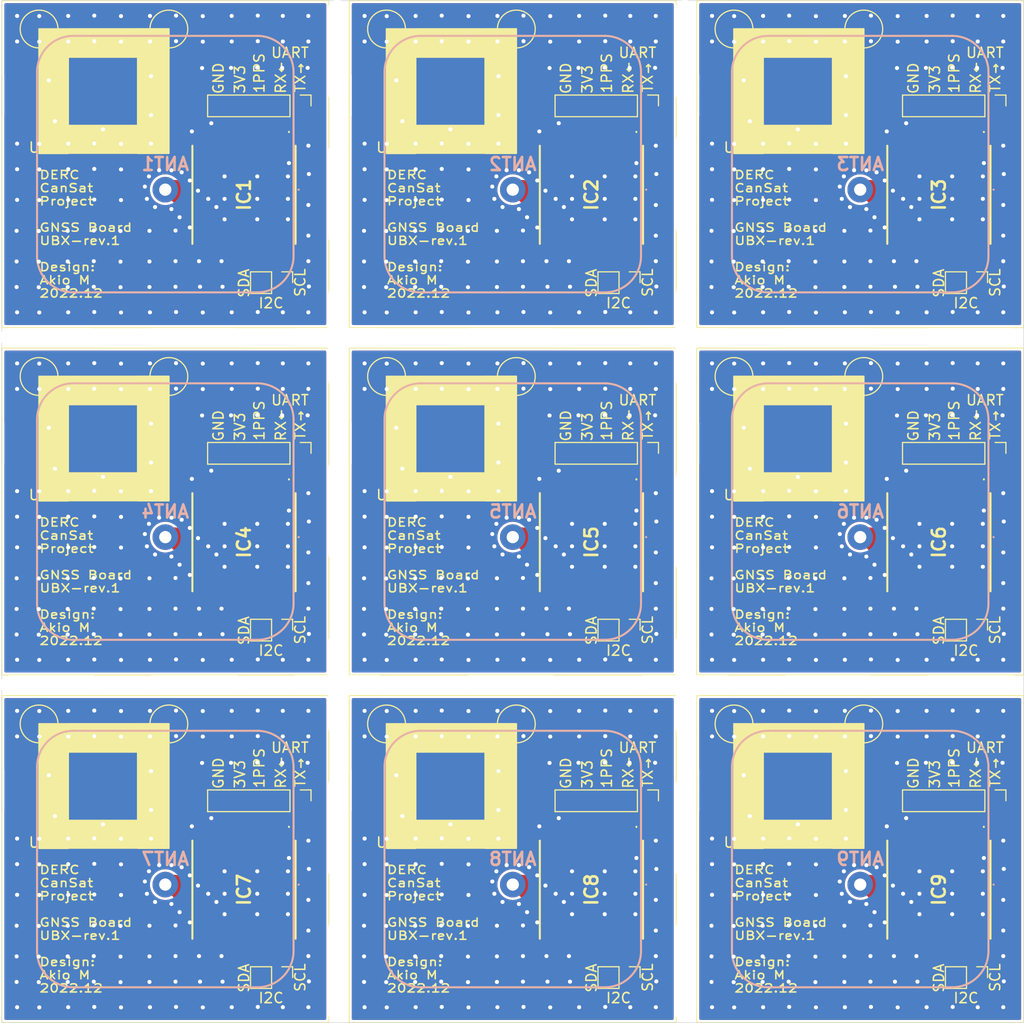
<source format=kicad_pcb>
(kicad_pcb (version 20211014) (generator pcbnew)
  (layers (0 "F.Cu" signal) (31 "B.Cu" signal) (34 "B.Paste" user) (35 "F.Paste" user) (36 "B.SilkS" user "B.Silkscreen") (37 "F.SilkS" user "F.Silkscreen") (38 "B.Mask" user) (39 "F.Mask" user) (44 "Edge.Cuts" user))
  (net 0 "")
  (net 1 "Net-(ANT1-Pad1)")
  (net 2 "GND")
  (net 3 "/GNSS_TX")
  (net 4 "/GNSS_RX")
  (net 6 "+3V0")
  (net 7 "+3V3")
  (net 12 "/SDA")
  (net 13 "/SCL")
  (net 15 "/GNSS_1PPS")
  (footprint "tanekonsat:PinHeader_1x05_P2.00mm_Vertical" (layer "F.Cu") (at 202.375 94.359831 -90)
    (fp_text reference "J11" hide)
    (fp_text value "Conn_01x05_Male")
  )
  (footprint "" (layer "F.Cu") (at 138 100 90)
    (fp_text reference "")
    (fp_text value "")
  )
  (footprint "tanekonsat:PinHeader_1x02_P2.00mm_Vertical" (layer "F.Cu") (at 132.575 111.659831 -90)
    (fp_text reference "J8" hide)
    (fp_text value "I2C")
  )
  (footprint "SamacSys_Parts:MAXM10S00B" (layer "F.Cu") (at 128.875 137.059831 90)
    (fp_text reference "IC7")
    (fp_text value "MAX-M10S-00B" hide)
  )
  (footprint "" (layer "F.Cu") (at 186 117)
    (fp_text reference "")
    (fp_text value "")
  )
  (footprint "" (layer "F.Cu") (at 124 83)
    (fp_text reference "")
    (fp_text value "")
  )
  (footprint "tanekonsat:PinHeader_1x02_P2.00mm_Vertical" (layer "F.Cu") (at 200.575 145.659831 -90)
    (fp_text reference "J18" hide)
    (fp_text value "I2C")
  )
  (footprint "tanekonsat:PinHeader_1x02_P2.00mm_Vertical" (layer "F.Cu") (at 166.575 145.659831 -90)
    (fp_text reference "J16" hide)
    (fp_text value "I2C")
  )
  (footprint "" (layer "F.Cu") (at 138 117 90)
    (fp_text reference "")
    (fp_text value "")
  )
  (footprint "" (layer "F.Cu") (at 110 83)
    (fp_text reference "")
    (fp_text value "")
  )
  (footprint "tanekonsat:PinHeader_1x05_P2.00mm_Vertical" (layer "F.Cu") (at 134.375 60.359831 -90)
    (fp_text reference "J1" hide)
    (fp_text value "Conn_01x05_Male")
  )
  (footprint "" (layer "F.Cu") (at 110 117)
    (fp_text reference "")
    (fp_text value "")
  )
  (footprint "SamacSys_Parts:MAXM10S00B" (layer "F.Cu") (at 196.875 137.059831 90)
    (fp_text reference "IC9")
    (fp_text value "MAX-M10S-00B" hide)
  )
  (footprint "" (layer "F.Cu") (at 155 83)
    (fp_text reference "")
    (fp_text value "")
  )
  (footprint "" (layer "F.Cu") (at 172 101 90)
    (fp_text reference "")
    (fp_text value "")
  )
  (footprint "tanekonsat:PinHeader_1x02_P2.00mm_Vertical" (layer "F.Cu") (at 132.575 145.659831 -90)
    (fp_text reference "J14" hide)
    (fp_text value "I2C")
  )
  (footprint "" (layer "F.Cu") (at 200 117)
    (fp_text reference "")
    (fp_text value "")
  )
  (footprint "" (layer "F.Cu") (at 138 69 90)
    (fp_text reference "")
    (fp_text value "")
  )
  (footprint "tanekonsat:PinHeader_1x05_P2.00mm_Vertical" (layer "F.Cu") (at 134.375 128.359831 -90)
    (fp_text reference "J13" hide)
    (fp_text value "Conn_01x05_Male")
  )
  (footprint "" (layer "F.Cu") (at 138 55 90)
    (fp_text reference "")
    (fp_text value "")
  )
  (footprint "" (layer "F.Cu") (at 172 131 90)
    (fp_text reference "")
    (fp_text value "")
  )
  (footprint "tanekonsat:CR1025_Holder" (layer "F.Cu") (at 108.825 64.940169)
    (fp_text reference "U1")
    (fp_text value "CR1025")
  )
  (footprint "" (layer "F.Cu") (at 172 117)
    (fp_text reference "")
    (fp_text value "")
  )
  (footprint "SamacSys_Parts:MAXM10S00B" (layer "F.Cu") (at 196.875 69.059831 90)
    (fp_text reference "IC3")
    (fp_text value "MAX-M10S-00B" hide)
  )
  (footprint "tanekonsat:PinHeader_1x05_P2.00mm_Vertical" (layer "F.Cu") (at 168.375 128.359831 -90)
    (fp_text reference "J15" hide)
    (fp_text value "Conn_01x05_Male")
  )
  (footprint "tanekonsat:CR1025_Holder" (layer "F.Cu") (at 176.825 64.940169)
    (fp_text reference "U3")
    (fp_text value "CR1025")
  )
  (footprint "tanekonsat:PinHeader_1x05_P2.00mm_Vertical" (layer "F.Cu") (at 168.375 60.359831 -90)
    (fp_text reference "J3" hide)
    (fp_text value "Conn_01x05_Male")
  )
  (footprint "SamacSys_Parts:MAXM10S00B" (layer "F.Cu") (at 162.875 103.059831 90)
    (fp_text reference "IC5")
    (fp_text value "MAX-M10S-00B" hide)
  )
  (footprint "" (layer "F.Cu") (at 138 131 90)
    (fp_text reference "")
    (fp_text value "")
  )
  (footprint "" (layer "F.Cu") (at 172 68 90)
    (fp_text reference "")
    (fp_text value "")
  )
  (footprint "SamacSys_Parts:MAXM10S00B" (layer "F.Cu") (at 128.875 103.059831 90)
    (fp_text reference "IC4")
    (fp_text value "MAX-M10S-00B" hide)
  )
  (footprint "" (layer "F.Cu") (at 138 145 90)
    (fp_text reference "")
    (fp_text value "")
  )
  (footprint "tanekonsat:CR1025_Holder" (layer "F.Cu") (at 108.825 132.940169)
    (fp_text reference "U7")
    (fp_text value "CR1025")
  )
  (footprint "tanekonsat:CR1025_Holder" (layer "F.Cu") (at 142.825 132.940169)
    (fp_text reference "U8")
    (fp_text value "CR1025")
  )
  (footprint "" (layer "F.Cu") (at 138 83 90)
    (fp_text reference "")
    (fp_text value "")
  )
  (footprint "tanekonsat:PinHeader_1x02_P2.00mm_Vertical" (layer "F.Cu") (at 132.575 77.659831 -90)
    (fp_text reference "J2" hide)
    (fp_text value "I2C")
  )
  (footprint "" (layer "F.Cu") (at 124 117)
    (fp_text reference "")
    (fp_text value "")
  )
  (footprint "" (layer "F.Cu") (at 186 83)
    (fp_text reference "")
    (fp_text value "")
  )
  (footprint "tanekonsat:CR1025_Holder" (layer "F.Cu") (at 142.825 98.940169)
    (fp_text reference "U5")
    (fp_text value "CR1025")
  )
  (footprint "tanekonsat:PinHeader_1x05_P2.00mm_Vertical" (layer "F.Cu") (at 202.375 60.359831 -90)
    (fp_text reference "J5" hide)
    (fp_text value "Conn_01x05_Male")
  )
  (footprint "SamacSys_Parts:MAXM10S00B" (layer "F.Cu") (at 128.875 69.059831 90)
    (fp_text reference "IC1")
    (fp_text value "MAX-M10S-00B" hide)
  )
  (footprint "tanekonsat:PinHeader_1x02_P2.00mm_Vertical" (layer "F.Cu") (at 166.575 111.659831 -90)
    (fp_text reference "J10" hide)
    (fp_text value "I2C")
  )
  (footprint "tanekonsat:PinHeader_1x02_P2.00mm_Vertical" (layer "F.Cu") (at 166.575 77.659831 -90)
    (fp_text reference "J4" hide)
    (fp_text value "I2C")
  )
  (footprint "tanekonsat:PinHeader_1x05_P2.00mm_Vertical" (layer "F.Cu") (at 202.375 128.359831 -90)
    (fp_text reference "J17" hide)
    (fp_text value "Conn_01x05_Male")
  )
  (footprint "" (layer "F.Cu") (at 172 83 90)
    (fp_text reference "")
    (fp_text value "")
  )
  (footprint "" (layer "F.Cu") (at 155 117)
    (fp_text reference "")
    (fp_text value "")
  )
  (footprint "tanekonsat:CR1025_Holder" (layer "F.Cu") (at 176.825 132.940169)
    (fp_text reference "U9")
    (fp_text value "CR1025")
  )
  (footprint "tanekonsat:PinHeader_1x02_P2.00mm_Vertical" (layer "F.Cu") (at 200.575 111.659831 -90)
    (fp_text reference "J12" hide)
    (fp_text value "I2C")
  )
  (footprint "" (layer "F.Cu") (at 172 83 180)
    (fp_text reference "")
    (fp_text value "")
  )
  (footprint "tanekonsat:CR1025_Holder" (layer "F.Cu") (at 142.825 64.940169)
    (fp_text reference "U2")
    (fp_text value "CR1025")
  )
  (footprint "tanekonsat:PinHeader_1x02_P2.00mm_Vertical" (layer "F.Cu") (at 200.575 77.659831 -90)
    (fp_text reference "J6" hide)
    (fp_text value "I2C")
  )
  (footprint "SamacSys_Parts:MAXM10S00B" (layer "F.Cu") (at 162.875 69.059831 90)
    (fp_text reference "IC2")
    (fp_text value "MAX-M10S-00B" hide)
  )
  (footprint "tanekonsat:CR1025_Holder" (layer "F.Cu") (at 176.825 98.940169)
    (fp_text reference "U6")
    (fp_text value "CR1025")
  )
  (footprint "" (layer "F.Cu") (at 172 55 90)
    (fp_text reference "")
    (fp_text value "")
  )
  (footprint "" (layer "F.Cu") (at 172 145 90)
    (fp_text reference "")
    (fp_text value "")
  )
  (footprint "SamacSys_Parts:MAXM10S00B" (layer "F.Cu") (at 162.875 137.059831 90)
    (fp_text reference "IC8")
    (fp_text value "MAX-M10S-00B" hide)
  )
  (footprint "" (layer "F.Cu") (at 138 83 180)
    (fp_text reference "")
    (fp_text value "")
  )
  (footprint "" (layer "F.Cu") (at 172 117 90)
    (fp_text reference "")
    (fp_text value "")
  )
  (footprint "tanekonsat:PinHeader_1x05_P2.00mm_Vertical" (layer "F.Cu") (at 168.375 94.359831 -90)
    (fp_text reference "J9" hide)
    (fp_text value "Conn_01x05_Male")
  )
  (footprint "" (layer "F.Cu") (at 200 83)
    (fp_text reference "")
    (fp_text value "")
  )
  (footprint "SamacSys_Parts:MAXM10S00B" (layer "F.Cu") (at 196.875 103.059831 90)
    (fp_text reference "IC6")
    (fp_text value "MAX-M10S-00B" hide)
  )
  (footprint "" (layer "F.Cu") (at 138 117)
    (fp_text reference "")
    (fp_text value "")
  )
  (footprint "tanekonsat:PinHeader_1x05_P2.00mm_Vertical" (layer "F.Cu") (at 134.375 94.359831 -90)
    (fp_text reference "J7" hide)
    (fp_text value "Conn_01x05_Male")
  )
  (footprint "tanekonsat:CR1025_Holder" (layer "F.Cu") (at 108.825 98.940169)
    (fp_text reference "U4")
    (fp_text value "CR1025")
  )
  (footprint "SamacSys_Parts:CGGBP254A02" (layer "B.Cu") (at 121.175 68.559831 180)
    (fp_text reference "ANT1")
    (fp_text value "CGGBP.25.4.A.02" hide)
  )
  (footprint "SamacSys_Parts:CGGBP254A02" (layer "B.Cu") (at 189.175 136.559831 180)
    (fp_text reference "ANT9")
    (fp_text value "CGGBP.25.4.A.02" hide)
  )
  (footprint "SamacSys_Parts:CGGBP254A02" (layer "B.Cu") (at 155.175 68.559831 180)
    (fp_text reference "ANT2")
    (fp_text value "CGGBP.25.4.A.02" hide)
  )
  (footprint "SamacSys_Parts:CGGBP254A02" (layer "B.Cu") (at 155.175 136.559831 180)
    (fp_text reference "ANT8")
    (fp_text value "CGGBP.25.4.A.02" hide)
  )
  (footprint "SamacSys_Parts:CGGBP254A02" (layer "B.Cu") (at 155.175 102.559831 180)
    (fp_text reference "ANT5")
    (fp_text value "CGGBP.25.4.A.02" hide)
  )
  (footprint "SamacSys_Parts:CGGBP254A02" (layer "B.Cu") (at 121.175 136.559831 180)
    (fp_text reference "ANT7")
    (fp_text value "CGGBP.25.4.A.02" hide)
  )
  (footprint "SamacSys_Parts:CGGBP254A02" (layer "B.Cu") (at 121.175 102.559831 180)
    (fp_text reference "ANT4")
    (fp_text value "CGGBP.25.4.A.02" hide)
  )
  (footprint "SamacSys_Parts:CGGBP254A02" (layer "B.Cu") (at 189.175 68.559831 180)
    (fp_text reference "ANT3")
    (fp_text value "CGGBP.25.4.A.02" hide)
  )
  (footprint "SamacSys_Parts:CGGBP254A02" (layer "B.Cu") (at 189.175 102.559831 180)
    (fp_text reference "ANT6")
    (fp_text value "CGGBP.25.4.A.02" hide)
  )
  (gr_rect (start 173.175 84.059831) (end 205.175 116.059831) (layer "F.SilkS") (width 0.1) (fill none))
  (gr_rect (start 179.755338 55.584831) (end 186.375 52.834831) (layer "F.SilkS") (width 0.15) (fill solid))
  (gr_rect (start 186.475 52.830338) (end 189.525 65) (layer "F.SilkS") (width 0.15) (fill solid))
  (gr_rect (start 145.755338 98.984831) (end 152.375 96.284831) (layer "F.SilkS") (width 0.15) (fill solid))
  (gr_rect (start 179.755338 123.584831) (end 186.375 120.834831) (layer "F.SilkS") (width 0.15) (fill solid))
  (gr_rect (start 145.755338 123.584831) (end 152.375 120.834831) (layer "F.SilkS") (width 0.15) (fill solid))
  (gr_rect (start 152.475 86.830338) (end 155.525 99) (layer "F.SilkS") (width 0.15) (fill solid))
  (gr_rect (start 145.755338 89.584831) (end 152.375 86.834831) (layer "F.SilkS") (width 0.15) (fill solid))
  (gr_rect (start 111.755338 89.584831) (end 118.375 86.834831) (layer "F.SilkS") (width 0.15) (fill solid))
  (gr_rect (start 176.825 86.840169) (end 179.675 99.009831) (layer "F.SilkS") (width 0.15) (fill solid))
  (gr_rect (start 139.175 118.059831) (end 171.175 150.059831) (layer "F.SilkS") (width 0.1) (fill none))
  (gr_rect (start 142.825 52.840169) (end 145.675 65.009831) (layer "F.SilkS") (width 0.15) (fill solid))
  (gr_rect (start 111.755338 55.584831) (end 118.375 52.834831) (layer "F.SilkS") (width 0.15) (fill solid))
  (gr_rect (start 179.755338 89.584831) (end 186.375 86.834831) (layer "F.SilkS") (width 0.15) (fill solid))
  (gr_rect (start 111.755338 64.984831) (end 118.375 62.284831) (layer "F.SilkS") (width 0.15) (fill solid))
  (gr_rect (start 173.175 50.059831) (end 205.175 82.059831) (layer "F.SilkS") (width 0.1) (fill none))
  (gr_rect (start 118.475 52.830338) (end 121.525 65) (layer "F.SilkS") (width 0.15) (fill solid))
  (gr_rect (start 118.475 120.830338) (end 121.525 133) (layer "F.SilkS") (width 0.15) (fill solid))
  (gr_rect (start 145.755338 132.984831) (end 152.375 130.284831) (layer "F.SilkS") (width 0.15) (fill solid))
  (gr_rect (start 108.825 52.840169) (end 111.675 65.009831) (layer "F.SilkS") (width 0.15) (fill solid))
  (gr_rect (start 139.175 84.059831) (end 171.175 116.059831) (layer "F.SilkS") (width 0.1) (fill none))
  (gr_rect (start 179.755338 98.984831) (end 186.375 96.284831) (layer "F.SilkS") (width 0.15) (fill solid))
  (gr_rect (start 105.175 118.059831) (end 137.175 150.059831) (layer "F.SilkS") (width 0.1) (fill none))
  (gr_rect (start 105.175 50.059831) (end 137.175 82.059831) (layer "F.SilkS") (width 0.1) (fill none))
  (gr_rect (start 179.755338 64.984831) (end 186.375 62.284831) (layer "F.SilkS") (width 0.15) (fill solid))
  (gr_rect (start 176.825 52.840169) (end 179.675 65.009831) (layer "F.SilkS") (width 0.15) (fill solid))
  (gr_rect (start 111.755338 98.984831) (end 118.375 96.284831) (layer "F.SilkS") (width 0.15) (fill solid))
  (gr_rect (start 145.755338 64.984831) (end 152.375 62.284831) (layer "F.SilkS") (width 0.15) (fill solid))
  (gr_rect (start 179.755338 132.984831) (end 186.375 130.284831) (layer "F.SilkS") (width 0.15) (fill solid))
  (gr_rect (start 111.755338 123.584831) (end 118.375 120.834831) (layer "F.SilkS") (width 0.15) (fill solid))
  (gr_rect (start 186.475 120.830338) (end 189.525 133) (layer "F.SilkS") (width 0.15) (fill solid))
  (gr_rect (start 173.175 118.059831) (end 205.175 150.059831) (layer "F.SilkS") (width 0.1) (fill none))
  (gr_rect (start 108.825 86.840169) (end 111.675 99.009831) (layer "F.SilkS") (width 0.15) (fill solid))
  (gr_rect (start 186.475 86.830338) (end 189.525 99) (layer "F.SilkS") (width 0.15) (fill solid))
  (gr_rect (start 105.175 84.059831) (end 137.175 116.059831) (layer "F.SilkS") (width 0.1) (fill none))
  (gr_rect (start 145.755338 55.584831) (end 152.375 52.834831) (layer "F.SilkS") (width 0.15) (fill solid))
  (gr_rect (start 142.825 120.840169) (end 145.675 133.009831) (layer "F.SilkS") (width 0.15) (fill solid))
  (gr_rect (start 152.475 120.830338) (end 155.525 133) (layer "F.SilkS") (width 0.15) (fill solid))
  (gr_rect (start 176.825 120.840169) (end 179.675 133.009831) (layer "F.SilkS") (width 0.15) (fill solid))
  (gr_rect (start 139.175 50.059831) (end 171.175 82.059831) (layer "F.SilkS") (width 0.1) (fill none))
  (gr_rect (start 111.755338 132.984831) (end 118.375 130.284831) (layer "F.SilkS") (width 0.15) (fill solid))
  (gr_rect (start 142.825 86.840169) (end 145.675 99.009831) (layer "F.SilkS") (width 0.15) (fill solid))
  (gr_rect (start 118.475 86.830338) (end 121.525 99) (layer "F.SilkS") (width 0.15) (fill solid))
  (gr_rect (start 152.475 52.830338) (end 155.525 65) (layer "F.SilkS") (width 0.15) (fill solid))
  (gr_rect (start 108.825 120.840169) (end 111.675 133.009831) (layer "F.SilkS") (width 0.15) (fill solid))
  (gr_rect (start 105.175 50.059831) (end 205.175 150.059831) (layer "Edge.Cuts") (width 0.05) (fill none))
  (gr_text "I2C" (at 199.525 147.659831) (layer "F.SilkS") (effects (font (size 1 1))))
  (gr_text "SDA" (at 196.875 77.709831 90) (layer "F.SilkS") (effects (font (size 1 1))))
  (gr_text "SDA" (at 128.875 111.709831 90) (layer "F.SilkS") (effects (font (size 1 1))))
  (gr_text "I2C" (at 165.525 79.659831) (layer "F.SilkS") (effects (font (size 1 1))))
  (gr_text "TX→" (at 134.375 57.559831 90) (layer "F.SilkS") (effects (font (size 1 1))))
  (gr_text "TX→" (at 168.375 91.559831 90) (layer "F.SilkS") (effects (font (size 1 1))))
  (gr_text "3V3" (at 196.475 91.759831 90) (layer "F.SilkS") (effects (font (size 1 1))))
  (gr_text "SCL" (at 202.375 145.659831 90) (layer "F.SilkS") (effects (font (size 1 1))))
  (gr_text "3V3" (at 196.475 57.759831 90) (layer "F.SilkS") (effects (font (size 1 1))))
  (gr_text "GND" (at 160.375 125.659831 90) (layer "F.SilkS") (effects (font (size 1 1))))
  (gr_text "SCL" (at 134.375 111.659831 90) (layer "F.SilkS") (effects (font (size 1 1))))
  (gr_text "TX→" (at 168.375 125.559831 90) (layer "F.SilkS") (effects (font (size 1 1))))
  (gr_text "SCL" (at 168.375 145.659831 90) (layer "F.SilkS") (effects (font (size 1 1))))
  (gr_text "RX←" (at 200.475 57.559831 90) (layer "F.SilkS") (effects (font (size 1 1))))
  (gr_text "I2C" (at 131.525 113.659831) (layer "F.SilkS") (effects (font (size 1 1))))
  (gr_text "DERC\nCanSat\nProject\n\nGNSS Board\nUBX-rev.1\n\nDesign:\nAkio M\n2022.12" (at 108.775 106.909831) (layer "F.SilkS") (effects (font (size 0.8 1)) (justify left)))
  (gr_text "RX←" (at 132.475 91.559831 90) (layer "F.SilkS") (effects (font (size 1 1))))
  (gr_text "I2C" (at 165.525 147.659831) (layer "F.SilkS") (effects (font (size 1 1))))
  (gr_text "DERC\nCanSat\nProject\n\nGNSS Board\nUBX-rev.1\n\nDesign:\nAkio M\n2022.12" (at 176.775 140.909831) (layer "F.SilkS") (effects (font (size 0.8 1)) (justify left)))
  (gr_text "RX←" (at 200.475 125.559831 90) (layer "F.SilkS") (effects (font (size 1 1))))
  (gr_text "TX→" (at 134.375 125.559831 90) (layer "F.SilkS") (effects (font (size 1 1))))
  (gr_text "UART" (at 133.375 55.159831) (layer "F.SilkS") (effects (font (size 1 1))))
  (gr_text "1PPS" (at 198.375 91.159831 90) (layer "F.SilkS") (effects (font (size 1 1))))
  (gr_text "UART" (at 133.375 123.159831) (layer "F.SilkS") (effects (font (size 1 1))))
  (gr_text "3V3" (at 162.475 57.759831 90) (layer "F.SilkS") (effects (font (size 1 1))))
  (gr_text "SDA" (at 196.875 111.709831 90) (layer "F.SilkS") (effects (font (size 1 1))))
  (gr_text "I2C" (at 199.525 113.659831) (layer "F.SilkS") (effects (font (size 1 1))))
  (gr_text "I2C" (at 165.525 113.659831) (layer "F.SilkS") (effects (font (size 1 1))))
  (gr_text "SCL" (at 202.375 111.659831 90) (layer "F.SilkS") (effects (font (size 1 1))))
  (gr_text "UART" (at 133.375 89.159831) (layer "F.SilkS") (effects (font (size 1 1))))
  (gr_text "TX→" (at 202.375 125.559831 90) (layer "F.SilkS") (effects (font (size 1 1))))
  (gr_text "1PPS" (at 164.375 57.159831 90) (layer "F.SilkS") (effects (font (size 1 1))))
  (gr_text "GND" (at 194.375 125.659831 90) (layer "F.SilkS") (effects (font (size 1 1))))
  (gr_text "RX←" (at 166.475 125.559831 90) (layer "F.SilkS") (effects (font (size 1 1))))
  (gr_text "SCL" (at 202.375 77.659831 90) (layer "F.SilkS") (effects (font (size 1 1))))
  (gr_text "GND" (at 126.375 125.659831 90) (layer "F.SilkS") (effects (font (size 1 1))))
  (gr_text "UART" (at 167.375 55.159831) (layer "F.SilkS") (effects (font (size 1 1))))
  (gr_text "GND" (at 126.375 91.659831 90) (layer "F.SilkS") (effects (font (size 1 1))))
  (gr_text "SDA" (at 162.875 77.709831 90) (layer "F.SilkS") (effects (font (size 1 1))))
  (gr_text "UART" (at 201.375 55.159831) (layer "F.SilkS") (effects (font (size 1 1))))
  (gr_text "I2C" (at 131.525 147.659831) (layer "F.SilkS") (effects (font (size 1 1))))
  (gr_text "SDA" (at 162.875 145.709831 90) (layer "F.SilkS") (effects (font (size 1 1))))
  (gr_text "1PPS" (at 198.375 125.159831 90) (layer "F.SilkS") (effects (font (size 1 1))))
  (gr_text "1PPS" (at 130.375 91.159831 90) (layer "F.SilkS") (effects (font (size 1 1))))
  (gr_text "3V3" (at 128.475 57.759831 90) (layer "F.SilkS") (effects (font (size 1 1))))
  (gr_text "1PPS" (at 164.375 91.159831 90) (layer "F.SilkS") (effects (font (size 1 1))))
  (gr_text "DERC\nCanSat\nProject\n\nGNSS Board\nUBX-rev.1\n\nDesign:\nAkio M\n2022.12" (at 142.775 140.909831) (layer "F.SilkS") (effects (font (size 0.8 1)) (justify left)))
  (gr_text "DERC\nCanSat\nProject\n\nGNSS Board\nUBX-rev.1\n\nDesign:\nAkio M\n2022.12" (at 176.775 106.909831) (layer "F.SilkS") (effects (font (size 0.8 1)) (justify left)))
  (gr_text "UART" (at 201.375 89.159831) (layer "F.SilkS") (effects (font (size 1 1))))
  (gr_text "RX←" (at 200.475 91.559831 90) (layer "F.SilkS") (effects (font (size 1 1))))
  (gr_text "GND" (at 126.375 57.659831 90) (layer "F.SilkS") (effects (font (size 1 1))))
  (gr_text "3V3" (at 196.475 125.759831 90) (layer "F.SilkS") (effects (font (size 1 1))))
  (gr_text "TX→" (at 202.375 91.559831 90) (layer "F.SilkS") (effects (font (size 1 1))))
  (gr_text "DERC\nCanSat\nProject\n\nGNSS Board\nUBX-rev.1\n\nDesign:\nAkio M\n2022.12" (at 176.775 72.909831) (layer "F.SilkS") (effects (font (size 0.8 1)) (justify left)))
  (gr_text "3V3" (at 162.475 91.759831 90) (layer "F.SilkS") (effects (font (size 1 1))))
  (gr_text "GND" (at 194.375 57.659831 90) (layer "F.SilkS") (effects (font (size 1 1))))
  (gr_text "3V3" (at 128.475 91.759831 90) (layer "F.SilkS") (effects (font (size 1 1))))
  (gr_text "DERC\nCanSat\nProject\n\nGNSS Board\nUBX-rev.1\n\nDesign:\nAkio M\n2022.12" (at 142.775 72.909831) (layer "F.SilkS") (effects (font (size 0.8 1)) (justify left)))
  (gr_text "TX→" (at 134.375 91.559831 90) (layer "F.SilkS") (effects (font (size 1 1))))
  (gr_text "DERC\nCanSat\nProject\n\nGNSS Board\nUBX-rev.1\n\nDesign:\nAkio M\n2022.12" (at 108.775 140.909831) (layer "F.SilkS") (effects (font (size 0.8 1)) (justify left)))
  (gr_text "SDA" (at 128.875 77.709831 90) (layer "F.SilkS") (effects (font (size 1 1))))
  (gr_text "1PPS" (at 130.375 125.159831 90) (layer "F.SilkS") (effects (font (size 1 1))))
  (gr_text "I2C" (at 199.525 79.659831) (layer "F.SilkS") (effects (font (size 1 1))))
  (gr_text "SCL" (at 134.375 77.659831 90) (layer "F.SilkS") (effects (font (size 1 1))))
  (gr_text "TX→" (at 168.375 57.559831 90) (layer "F.SilkS") (effects (font (size 1 1))))
  (gr_text "I2C" (at 131.525 79.659831) (layer "F.SilkS") (effects (font (size 1 1))))
  (gr_text "DERC\nCanSat\nProject\n\nGNSS Board\nUBX-rev.1\n\nDesign:\nAkio M\n2022.12" (at 142.775 106.909831) (layer "F.SilkS") (effects (font (size 0.8 1)) (justify left)))
  (gr_text "RX←" (at 132.475 125.559831 90) (layer "F.SilkS") (effects (font (size 1 1))))
  (gr_text "TX→" (at 202.375 57.559831 90) (layer "F.SilkS") (effects (font (size 1 1))))
  (gr_text "DERC\nCanSat\nProject\n\nGNSS Board\nUBX-rev.1\n\nDesign:\nAkio M\n2022.12" (at 108.775 72.909831) (layer "F.SilkS") (effects (font (size 0.8 1)) (justify left)))
  (gr_text "UART" (at 167.375 89.159831) (layer "F.SilkS") (effects (font (size 1 1))))
  (gr_text "RX←" (at 132.475 57.559831 90) (layer "F.SilkS") (effects (font (size 1 1))))
  (gr_text "1PPS" (at 130.375 57.159831 90) (layer "F.SilkS") (effects (font (size 1 1))))
  (gr_text "1PPS" (at 198.375 57.159831 90) (layer "F.SilkS") (effects (font (size 1 1))))
  (gr_text "SDA" (at 162.875 111.709831 90) (layer "F.SilkS") (effects (font (size 1 1))))
  (gr_text "3V3" (at 128.475 125.759831 90) (layer "F.SilkS") (effects (font (size 1 1))))
  (gr_text "GND" (at 160.375 91.659831 90) (layer "F.SilkS") (effects (font (size 1 1))))
  (gr_text "1PPS" (at 164.375 125.159831 90) (layer "F.SilkS") (effects (font (size 1 1))))
  (gr_text "SCL" (at 134.375 145.659831 90) (layer "F.SilkS") (effects (font (size 1 1))))
  (gr_text "3V3" (at 162.475 125.759831 90) (layer "F.SilkS") (effects (font (size 1 1))))
  (gr_text "GND" (at 160.375 57.659831 90) (layer "F.SilkS") (effects (font (size 1 1))))
  (gr_text "RX←" (at 166.475 57.559831 90) (layer "F.SilkS") (effects (font (size 1 1))))
  (gr_text "UART" (at 201.375 123.159831) (layer "F.SilkS") (effects (font (size 1 1))))
  (gr_text "SDA" (at 196.875 145.709831 90) (layer "F.SilkS") (effects (font (size 1 1))))
  (gr_text "RX←" (at 166.475 91.559831 90) (layer "F.SilkS") (effects (font (size 1 1))))
  (gr_text "SDA" (at 128.875 145.709831 90) (layer "F.SilkS") (effects (font (size 1 1))))
  (gr_text "UART" (at 167.375 123.159831) (layer "F.SilkS") (effects (font (size 1 1))))
  (gr_text "GND" (at 194.375 91.659831 90) (layer "F.SilkS") (effects (font (size 1 1))))
  (gr_text "SCL" (at 168.375 77.659831 90) (layer "F.SilkS") (effects (font (size 1 1))))
  (gr_text "SCL" (at 168.375 111.659831 90) (layer "F.SilkS") (effects (font (size 1 1))))
  (segment (start 193.575 73.809831) (end 193.575 72.559831) (width 0.8) (layer "F.Cu") (net 1))
  (segment (start 189.175 102.559831) (end 190.075 102.559831) (width 1.9) (layer "F.Cu") (net 1))
  (segment (start 122.075 68.559831) (end 125.375 71.859831) (width 1.9) (layer "F.Cu") (net 1))
  (segment (start 159.575 141.809831) (end 159.575 140.559831) (width 0.8) (layer "F.Cu") (net 1))
  (segment (start 156.075 102.559831) (end 159.375 105.859831) (width 1.9) (layer "F.Cu") (net 1))
  (segment (start 159.575 107.809831) (end 159.575 106.559831) (width 0.8) (layer "F.Cu") (net 1))
  (segment (start 125.575 141.809831) (end 125.575 140.559831) (width 0.8) (layer "F.Cu") (net 1))
  (segment (start 190.075 136.559831) (end 193.375 139.859831) (width 1.9) (layer "F.Cu") (net 1))
  (segment (start 155.175 136.559831) (end 156.075 136.559831) (width 1.9) (layer "F.Cu") (net 1))
  (segment (start 121.175 68.559831) (end 122.075 68.559831) (width 1.9) (layer "F.Cu") (net 1))
  (segment (start 159.575 73.809831) (end 159.575 72.559831) (width 0.8) (layer "F.Cu") (net 1))
  (segment (start 193.575 141.809831) (end 193.575 140.559831) (width 0.8) (layer "F.Cu") (net 1))
  (segment (start 125.575 107.809831) (end 125.575 106.559831) (width 0.8) (layer "F.Cu") (net 1))
  (segment (start 190.075 102.559831) (end 193.375 105.859831) (width 1.9) (layer "F.Cu") (net 1))
  (segment (start 122.075 136.559831) (end 125.375 139.859831) (width 1.9) (layer "F.Cu") (net 1))
  (segment (start 155.175 102.559831) (end 156.075 102.559831) (width 1.9) (layer "F.Cu") (net 1))
  (segment (start 156.075 68.559831) (end 159.375 71.859831) (width 1.9) (layer "F.Cu") (net 1))
  (segment (start 189.175 68.559831) (end 190.075 68.559831) (width 1.9) (layer "F.Cu") (net 1))
  (segment (start 121.175 136.559831) (end 122.075 136.559831) (width 1.9) (layer "F.Cu") (net 1))
  (segment (start 193.575 107.809831) (end 193.575 106.559831) (width 0.8) (layer "F.Cu") (net 1))
  (segment (start 125.575 73.809831) (end 125.575 72.559831) (width 0.8) (layer "F.Cu") (net 1))
  (segment (start 155.175 68.559831) (end 156.075 68.559831) (width 1.9) (layer "F.Cu") (net 1))
  (segment (start 121.175 102.559831) (end 122.075 102.559831) (width 1.9) (layer "F.Cu") (net 1))
  (segment (start 156.075 136.559831) (end 159.375 139.859831) (width 1.9) (layer "F.Cu") (net 1))
  (segment (start 122.075 102.559831) (end 125.375 105.859831) (width 1.9) (layer "F.Cu") (net 1))
  (segment (start 189.175 136.559831) (end 190.075 136.559831) (width 1.9) (layer "F.Cu") (net 1))
  (segment (start 190.075 68.559831) (end 193.375 71.859831) (width 1.9) (layer "F.Cu") (net 1))
  (segment (start 125.675 96.059831) (end 126.375 95.359831) (width 0.8) (layer "F.Cu") (net 2))
  (segment (start 193.675 62.059831) (end 194.375 61.359831) (width 0.8) (layer "F.Cu") (net 2))
  (segment (start 125.675 62.059831) (end 126.375 61.359831) (width 0.8) (layer "F.Cu") (net 2))
  (segment (start 115.075 58.940169) (end 115.075 62.659831) (width 0.8) (layer "F.Cu") (net 2))
  (segment (start 115.075 92.940169) (end 115.075 96.659831) (width 0.8) (layer "F.Cu") (net 2))
  (segment (start 194.375 129.359831) (end 194.375 128.359831) (width 0.8) (layer "F.Cu") (net 2))
  (segment (start 159.675 62.059831) (end 160.375 61.359831) (width 0.8) (layer "F.Cu") (net 2))
  (segment (start 149.075 92.940169) (end 149.075 96.659831) (width 0.8) (layer "F.Cu") (net 2))
  (segment (start 167.275 64.309831) (end 167.275 65.959831) (width 0.8) (layer "F.Cu") (net 2))
  (segment (start 126.375 95.359831) (end 126.375 94.359831) (width 0.8) (layer "F.Cu") (net 2))
  (segment (start 160.375 61.359831) (end 160.375 60.359831) (width 0.8) (layer "F.Cu") (net 2))
  (segment (start 133.275 64.309831) (end 133.275 65.959831) (width 0.8) (layer "F.Cu") (net 2))
  (segment (start 149.075 58.940169) (end 149.075 62.659831) (width 0.8) (layer "F.Cu") (net 2))
  (segment (start 194.675 143.559831) (end 194.675 141.809831) (width 0.8) (layer "F.Cu") (net 2))
  (segment (start 126.375 61.359831) (end 126.375 60.359831) (width 0.8) (layer "F.Cu") (net 2))
  (segment (start 193.675 130.059831) (end 194.375 129.359831) (width 0.8) (layer "F.Cu") (net 2))
  (segment (start 167.275 98.309831) (end 167.275 99.959831) (width 0.8) (layer "F.Cu") (net 2))
  (segment (start 158.475 143.559831) (end 158.475 141.809831) (width 0.8) (layer "F.Cu") (net 2))
  (segment (start 149.075 126.940169) (end 149.075 130.659831) (width 0.8) (layer "F.Cu") (net 2))
  (segment (start 160.675 109.559831) (end 160.675 107.809831) (width 0.8) (layer "F.Cu") (net 2))
  (segment (start 126.675 143.559831) (end 126.675 141.809831) (width 0.8) (layer "F.Cu") (net 2))
  (segment (start 160.675 143.559831) (end 160.675 141.809831) (width 0.8) (layer "F.Cu") (net 2))
  (segment (start 183.075 58.940169) (end 183.075 62.659831) (width 0.8) (layer "F.Cu") (net 2))
  (segment (start 160.375 129.359831) (end 160.375 128.359831) (width 0.8) (layer "F.Cu") (net 2))
  (segment (start 192.475 109.559831) (end 192.475 107.809831) (width 0.8) (layer "F.Cu") (net 2))
  (segment (start 133.275 98.309831) (end 133.275 99.959831) (width 0.8) (layer "F.Cu") (net 2))
  (segment (start 115.075 126.940169) (end 115.075 130.659831) (width 0.8) (layer "F.Cu") (net 2))
  (segment (start 159.675 130.059831) (end 160.375 129.359831) (width 0.8) (layer "F.Cu") (net 2))
  (segment (start 126.675 75.559831) (end 126.675 73.809831) (width 0.8) (layer "F.Cu") (net 2))
  (segment (start 124.475 75.559831) (end 124.475 73.809831) (width 0.8) (layer "F.Cu") (net 2))
  (segment (start 124.475 109.559831) (end 124.475 107.809831) (width 0.8) (layer "F.Cu") (net 2))
  (segment (start 124.475 143.559831) (end 124.475 141.809831) (width 0.8) (layer "F.Cu") (net 2))
  (segment (start 125.675 130.059831) (end 126.375 129.359831) (width 0.8) (layer "F.Cu") (net 2))
  (segment (start 159.675 96.059831) (end 160.375 95.359831) (width 0.8) (layer "F.Cu") (net 2))
  (segment (start 126.375 129.359831) (end 126.375 128.359831) (width 0.8) (layer "F.Cu") (net 2))
  (segment (start 201.275 98.309831) (end 201.275 99.959831) (width 0.8) (layer "F.Cu") (net 2))
  (segment (start 192.475 143.559831) (end 192.475 141.809831) (width 0.8) (layer "F.Cu") (net 2))
  (segment (start 194.675 109.559831) (end 194.675 107.809831) (width 0.8) (layer "F.Cu") (net 2))
  (segment (start 192.475 75.559831) (end 192.475 73.809831) (width 0.8) (layer "F.Cu") (net 2))
  (segment (start 160.375 95.359831) (end 160.375 94.359831) (width 0.8) (layer "F.Cu") (net 2))
  (segment (start 183.075 92.940169) (end 183.075 96.659831) (width 0.8) (layer "F.Cu") (net 2))
  (segment (start 201.275 132.309831) (end 201.275 133.959831) (width 0.8) (layer "F.Cu") (net 2))
  (segment (start 194.675 75.559831) (end 194.675 73.809831) (width 0.8) (layer "F.Cu") (net 2))
  (segment (start 158.475 75.559831) (end 158.475 73.809831) (width 0.8) (layer "F.Cu") (net 2))
  (segment (start 126.675 109.559831) (end 126.675 107.809831) (width 0.8) (layer "F.Cu") (net 2))
  (segment (start 201.275 64.309831) (end 201.275 65.959831) (width 0.8) (layer "F.Cu") (net 2))
  (segment (start 158.475 109.559831) (end 158.475 107.809831) (width 0.8) (layer "F.Cu") (net 2))
  (segment (start 194.375 61.359831) (end 194.375 60.359831) (width 0.8) (layer "F.Cu") (net 2))
  (segment (start 194.375 95.359831) (end 194.375 94.359831) (width 0.8) (layer "F.Cu") (net 2))
  (segment (start 193.675 96.059831) (end 194.375 95.359831) (width 0.8) (layer "F.Cu") (net 2))
  (segment (start 183.075 126.940169) (end 183.075 130.659831) (width 0.8) (layer "F.Cu") (net 2))
  (segment (start 133.275 132.309831) (end 133.275 133.959831) (width 0.8) (layer "F.Cu") (net 2))
  (segment (start 160.675 75.559831) (end 160.675 73.809831) (width 0.8) (layer "F.Cu") (net 2))
  (segment (start 167.275 132.309831) (end 167.275 133.959831) (width 0.8) (layer "F.Cu") (net 2))
  (via (at 179.624308 106.587525) (size 0.8) (drill 0.4) (layers "F.Cu" "B.Cu") (net 2))
  (via (at 116.843022 137.57834) (size 0.8) (drill 0.4) (layers "F.Cu" "B.Cu") (net 2))
  (via (at 126.675 75.559831) (size 0.8) (drill 0.4) (layers "F.Cu" "B.Cu") (net 2))
  (via (at 179.624308 143.587525) (size 0.8) (drill 0.4) (layers "F.Cu" "B.Cu") (net 2))
  (via (at 111.624308 78.087525) (size 0.8) (drill 0.4) (layers "F.Cu" "B.Cu") (net 2))
  (via (at 130.15767 124.613628) (size 0.8) (drill 0.4) (layers "F.Cu" "B.Cu") (net 2))
  (via (at 203.175 109.559831) (size 0.8) (drill 0.4) (layers "F.Cu" "B.Cu") (net 2))
  (via (at 140.624308 78.087525) (size 0.8) (drill 0.4) (layers "F.Cu" "B.Cu") (net 2))
  (via (at 203.106978 124.641322) (size 0.8) (drill 0.4) (layers "F.Cu" "B.Cu") (net 2))
  (via (at 119.624308 106.587525) (size 0.8) (drill 0.4) (layers "F.Cu" "B.Cu") (net 2))
  (via (at 198.15767 56.613628) (size 0.8) (drill 0.4) (layers "F.Cu" "B.Cu") (net 2))
  (via (at 148.225692 51.532137) (size 0.8) (drill 0.4) (layers "F.Cu" "B.Cu") (net 2))
  (via (at 157.575 135.659831) (size 0.8) (drill 0.4) (layers "F.Cu" "B.Cu") (net 2))
  (via (at 126.175 70.259831) (size 0.8) (drill 0.4) (layers "F.Cu" "B.Cu") (net 2))
  (via (at 194.975 69.459831) (size 0.8) (drill 0.4) (layers "F.Cu" "B.Cu") (net 2))
  (via (at 156.175 112.059831) (size 0.8) (drill 0.4) (layers "F.Cu" "B.Cu") (net 2))
  (via (at 190.175 109.559831) (size 0.8) (drill 0.4) (layers "F.Cu" "B.Cu") (net 2))
  (via (at 150.843022 100.57834) (size 0.8) (drill 0.4) (layers "F.Cu" "B.Cu") (net 2))
  (via (at 198.15767 124.613628) (size 0.8) (drill 0.4) (layers "F.Cu" "B.Cu") (net 2))
  (via (at 114.175 72.559831) (size 0.8) (drill 0.4) (layers "F.Cu" "B.Cu") (net 2))
  (via (at 198.175 69.459831) (size 0.8) (drill 0.4) (layers "F.Cu" "B.Cu") (net 2))
  (via (at 119.175 136.259831) (size 0.8) (drill 0.4) (layers "F.Cu" "B.Cu") (net 2))
  (via (at 144.375 129.859831) (size 0.8) (drill 0.4) (layers "F.Cu" "B.Cu") (net 2))
  (via (at 116.843022 64.07834) (size 0.8) (drill 0.4) (layers "F.Cu" "B.Cu") (net 2))
  (via (at 160.675 143.559831) (size 0.8) (drill 0.4) (layers "F.Cu" "B.Cu") (net 2))
  (via (at 145.624308 146.087525) (size 0.8) (drill 0.4) (layers "F.Cu" "B.Cu") (net 2))
  (via (at 203.225692 146.032137) (size 0.8) (drill 0.4) (layers "F.Cu" "B.Cu") (net 2))
  (via (at 106.675 122.059831) (size 0.8) (drill 0.4) (layers "F.Cu" "B.Cu") (net 2))
  (via (at 192.843022 148.57834) (size 0.8) (drill 0.4) (layers "F.Cu" "B.Cu") (net 2))
  (via (at 182.175 140.559831) (size 0.8) (drill 0.4) (layers "F.Cu" "B.Cu") (net 2))
  (via (at 108.843022 51.57834) (size 0.8) (drill 0.4) (layers "F.Cu" "B.Cu") (net 2))
  (via (at 201.275 99.959831) (size 0.8) (drill 0.4) (layers "F.Cu" "B.Cu") (net 2))
  (via (at 190.175 106.559831) (size 0.8) (drill 0.4) (layers "F.Cu" "B.Cu") (net 2))
  (via (at 153.775 132.059831) (size 0.8) (drill 0.4) (layers "F.Cu" "B.Cu") (net 2))
  (via (at 116.79233 140.606034) (size 0.8) (drill 0.4) (layers "F.Cu" "B.Cu") (net 2))
  (via (at 119.624308 112.087525) (size 0.8) (drill 0.4) (layers "F.Cu" "B.Cu") (net 2))
  (via (at 119.375 137.459831) (size 0.8) (drill 0.4) (layers "F.Cu" "B.Cu") (net 2))
  (via (at 124.475 109.559831) (size 0.8) (drill 0.4) (layers "F.Cu" "B.Cu") (net 2))
  (via (at 158.843022 148.57834) (size 0.8) (drill 0.4) (layers "F.Cu" "B.Cu") (net 2))
  (via (at 187.375 103.459831) (size 0.8) (drill 0.4) (layers "F.Cu" "B.Cu") (net 2))
  (via (at 142.843022 98.07834) (size 0.8) (drill 0.4) (layers "F.Cu" "B.Cu") (net 2))
  (via (at 135.175 64.259831) (size 0.8) (drill 0.4) (layers "F.Cu" "B.Cu") (net 2))
  (via (at 167.175 103.459831) (size 0.8) (drill 0.4) (layers "F.Cu" "B.Cu") (net 2))
  (via (at 166.675 88.059831) (size 0.8) (drill 0.4) (layers "F.Cu" "B.Cu") (net 2))
  (via (at 153.675 80.559831) (size 0.8) (drill 0.4) (layers "F.Cu" "B.Cu") (net 2))
  (via (at 135.175 80.559831) (size 0.8) (drill 0.4) (layers "F.Cu" "B.Cu") (net 2))
  (via (at 145.675 122.059831) (size 0.8) (drill 0.4) (layers "F.Cu" "B.Cu") (net 2))
  (via (at 116.79233 78.106034) (size 0.8) (drill 0.4) (layers "F.Cu" "B.Cu") (net 2))
  (via (at 126.675 109.559831) (size 0.8) (drill 0.4) (layers "F.Cu" "B.Cu") (net 2))
  (via (at 161.675 122.059831) (size 0.8) (drill 0.4) (layers "F.Cu" "B.Cu") (net 2))
  (via (at 114.225692 51.532137) (size 0.8) (drill 0.4) (layers "F.Cu" "B.Cu") (net 2))
  (via (at 156.175 72.559831) (size 0.8) (drill 0.4) (layers "F.Cu" "B.Cu") (net 2))
  (via (at 203.175 75.559831) (size 0.8) (drill 0.4) (layers "F.Cu" "B.Cu") (net 2))
  (via (at 150.843022 122.07834) (size 0.8) (drill 0.4) (layers "F.Cu" "B.Cu") (net 2))
  (via (at 158.375 102.659831) (size 0.8) (drill 0.4) (layers "F.Cu" "B.Cu") (net 2))
  (via (at 169.225692 67.032137) (size 0.8) (drill 0.4) (layers "F.Cu" "B.Cu") (net 2))
  (via (at 120.575 134.659831) (size 0.8) (drill 0.4) (layers "F.Cu" "B.Cu") (net 2))
  (via (at 198.225692 122.032137) (size 0.8) (drill 0.4) (layers "F.Cu" "B.Cu") (net 2))
  (via (at 161.675 88.059831) (size 0.8) (drill 0.4) (layers "F.Cu" "B.Cu") (net 2))
  (via (at 154.175 138.259831) (size 0.8) (drill 0.4) (layers "F.Cu" "B.Cu") (net 2))
  (via (at 195.606978 124.641322) (size 0.8) (drill 0.4) (layers "F.Cu" "B.Cu") (net 2))
  (via (at 187.775 64.059831) (size 0.8) (drill 0.4) (layers "F.Cu" "B.Cu") (net 2))
  (via (at 203.175 132.259831) (size 0.8) (drill 0.4) (layers "F.Cu" "B.Cu") (net 2))
  (via (at 126.175 104.259831) (size 0.8) (drill 0.4) (layers "F.Cu" "B.Cu") (net 2))
  (via (at 153.775 95.259831) (size 0.8) (drill 0.4) (layers "F.Cu" "B.Cu") (net 2))
  (via (at 187.775 98.059831) (size 0.8) (drill 0.4) (layers "F.Cu" "B.Cu") (net 2))
  (via (at 164.175 67.259831) (size 0.8) (drill 0.4) (layers "F.Cu" "B.Cu") (net 2))
  (via (at 119.775 125.459831) (size 0.8) (drill 0.4) (layers "F.Cu" "B.Cu") (net 2))
  (via (at 106.675 80.559831) (size 0.8) (drill 0.4) (layers "F.Cu" "B.Cu") (net 2))
  (via (at 174.675 69.559831) (size 0.8) (drill 0.4) (layers "F.Cu" "B.Cu") (net 2))
  (via (at 135.175 51.559831) (size 0.8) (drill 0.4) (layers "F.Cu" "B.Cu") (net 2))
  (via (at 125.375 103.459831) (size 0.8) (drill 0.4) (layers "F.Cu" "B.Cu") (net 2))
  (via (at 149.075 62.659831) (size 0.8) (drill 0.4) (layers "F.Cu" "B.Cu") (net 2))
  (via (at 194.975 103.459831) (size 0.8) (drill 0.4) (layers "F.Cu" "B.Cu") (net 2))
  (via (at 167.175 101.259831) (size 0.8) (drill 0.4) (layers "F.Cu" "B.Cu") (net 2))
  (via (at 145.675 85.559831) (size 0.8) (drill 0.4) (layers "F.Cu" "B.Cu") (net 2))
  (via (at 142.843022 51.57834) (size 0.8) (drill 0.4) (layers "F.Cu" "B.Cu") (net 2))
  (via (at 140.624308 106.587525) (size 0.8) (drill 0.4) (layers "F.Cu" "B.Cu") (net 2))
  (via (at 119.175 68.259831) (size 0.8) (drill 0.4) (layers "F.Cu" "B.Cu") (net 2))
  (via (at 106.624308 106.587525) (size 0.8) (drill 0.4) (layers "F.Cu" "B.Cu") (net 2))
  (via (at 187.775 57.459831) (size 0.8) (drill 0.4) (layers "F.Cu" "B.Cu") (net 2))
  (via (at 149.075 130.659831) (size 0.8) (drill 0.4) (layers "F.Cu" "B.Cu") (net 2))
  (via (at 155.775 70.459831) (size 0.8) (drill 0.4) (layers "F.Cu" "B.Cu") (net 2))
  (via (at 154.575 66.659831) (size 0.8) (drill 0.4) (layers "F.Cu" "B.Cu") (net 2))
  (via (at 166.675 80.559831) (size 0.8) (drill 0.4) (layers "F.Cu" "B.Cu") (net 2))
  (via (at 203.175 85.559831) (size 0.8) (drill 0.4) (layers "F.Cu" "B.Cu") (net 2))
  (via (at 150.79233 140.606034) (size 0.8) (drill 0.4) (layers "F.Cu" "B.Cu") (net 2))
  (via (at 132.606978 90.641322) (size 0.8) (drill 0.4) (layers "F.Cu" "B.Cu") (net 2))
  (via (at 114.225692 137.532137) (size 0.8) (drill 0.4) (layers "F.Cu" "B.Cu") (net 2))
  (via (at 130.225692 88.032137) (size 0.8) (drill 0.4) (layers "F.Cu" "B.Cu") (net 2))
  (via (at 176.843022 69.57834) (size 0.8) (drill 0.4) (layers "F.Cu" "B.Cu") (net 2))
  (via (at 145.624308 106.587525) (size 0.8) (drill 0.4) (layers "F.Cu" "B.Cu") (net 2))
  (via (at 126.975 69.459831) (size 0.8) (drill 0.4) (layers "F.Cu" "B.Cu") (net 2))
  (via (at 153.624308 112.087525) (size 0.8) (drill 0.4) (layers "F.Cu" "B.Cu") (net 2))
  (via (at 192.375 68.659831) (size 0.8) (drill 0.4) (layers "F.Cu" "B.Cu") (net 2))
  (via (at 132.675 122.059831) (size 0.8) (drill 0.4) (layers "F.Cu" "B.Cu") (net 2))
  (via (at 106.675 85.559831) (size 0.8) (drill 0.4) (layers "F.Cu" "B.Cu") (net 2))
  (via (at 148.225692 114.532137) (size 0.8) (drill 0.4) (layers "F.Cu" "B.Cu") (net 2))
  (via (at 164.225692 51.532137) (size 0.8) (drill 0.4) (layers "F.Cu" "B.Cu") (net 2))
  (via (at 116.79233 143.606034) (size 0.8) (drill 0.4) (layers "F.Cu" "B.Cu") (net 2))
  (via (at 200.675 114.559831) (size 0.8) (drill 0.4) (layers "F.Cu" "B.Cu") (net 2))
  (via (at 156.225692 88.032137) (size 0.8) (drill 0.4) (layers "F.Cu" "B.Cu") (net 2))
  (via (at 135.106978 124.641322) (size 0.8) (drill 0.4) (layers "F.Cu" "B.Cu") (net 2))
  (via (at 145.675 148.559831) (size 0.8) (drill 0.4) (layers "F.Cu" "B.Cu") (net 2))
  (via (at 179.624308 112.087525) (size 0.8) (drill 0.4) (layers "F.Cu" "B.Cu") (net 2))
  (via (at 200.675 80.559831) (size 0.8) (drill 0.4) (layers "F.Cu" "B.Cu") (net 2))
  (via (at 127.675 122.059831) (size 0.8) (drill 0.4) (layers "F.Cu" "B.Cu") (net 2))
  (via (at 169.106978 124.641322) (size 0.8) (drill 0.4) (layers "F.Cu" "B.Cu") (net 2))
  (via (at 116.79233 109.606034) (size 0.8) (drill 0.4) (layers "F.Cu" "B.Cu") (net 2))
  (via (at 184.79233 72.606034) (size 0.8) (drill 0.4) (layers "F.Cu" "B.Cu") (net 2))
  (via (at 145.675 51.559831) (size 0.8) (drill 0.4) (layers "F.Cu" "B.Cu") (net 2))
  (via (at 111.675 100.559831) (size 0.8) (drill 0.4) (layers "F.Cu" "B.Cu") (net 2))
  (via (at 110.375 61.859831) (size 0.8) (drill 0.4) (layers "F.Cu" "B.Cu") (net 2))
  (via (at 108.843022 132.07834) (size 0.8) (drill 0.4) (layers "F.Cu" "B.Cu") (net 2))
  (via (at 179.675 137.559831) (size 0.8) (drill 0.4) (layers "F.Cu" "B.Cu") (net 2))
  (via (at 182.175 146.059831) (size 0.8) (drill 0.4) (layers "F.Cu" "B.Cu") (net 2))
  (via (at 194.775 78.059831) (size 0.8) (drill 0.4) (layers "F.Cu" "B.Cu") (net 2))
  (via (at 161.675 80.559831) (size 0.8) (drill 0.4) (layers "F.Cu" "B.Cu") (net 2))
  (via (at 194.975 71.459831) (size 0.8) (drill 0.4) (layers "F.Cu" "B.Cu") (net 2))
  (via (at 160.975 137.459831) (size 0.8) (drill 0.4) (layers "F.Cu" "B.Cu") (net 2))
  (via (at 148.175 146.059831) (size 0.8) (drill 0.4) (layers "F.Cu" "B.Cu") (net 2))
  (via (at 140.624308 72.587525) (size 0.8) (drill 0.4) (layers "F.Cu" "B.Cu") (net 2))
  (via (at 130.15767 56.613628) (size 0.8) (drill 0.4) (layers "F.Cu" "B.Cu") (net 2))
  (via (at 161.606978 56.641322) (size 0.8) (drill 0.4) (layers "F.Cu" "B.Cu") (net 2))
  (via (at 174.624308 106.587525) (size 0.8) (drill 0.4) (layers "F.Cu" "B.Cu") (net 2))
  (via (at 176.843022 51.57834) (size 0.8) (drill 0.4) (layers "F.Cu" "B.Cu") (net 2))
  (via (at 116.843022 132.07834) (size 0.8) (drill 0.4) (layers "F.Cu" "B.Cu") (net 2))
  (via (at 108.79233 143.606034) (size 0.8) (drill 0.4) (layers "F.Cu" "B.Cu") (net 2))
  (via (at 130.225692 51.532137) (size 0.8) (drill 0.4) (layers "F.Cu" "B.Cu") (net 2))
  (via (at 130.225692 119.532137) (size 0.8) (drill 0.4) (layers "F.Cu" "B.Cu") (net 2))
  (via (at 123.575 101.659831) (size 0.8) (drill 0.4) (layers "F.Cu" "B.Cu") (net 2))
  (via (at 157.575 106.259831) (size 0.8) (drill 0.4) (layers "F.Cu" "B.Cu") (net 2))
  (via (at 111.675 148.559831) (size 0.8) (drill 0.4) (layers "F.Cu" "B.Cu") (net 2))
  (via (at 187.175 136.259831) (size 0.8) (drill 0.4) (layers "F.Cu" "B.Cu") (net 2))
  (via (at 130.225692 148.532137) (size 0.8) (drill 0.4) (layers "F.Cu" "B.Cu") (net 2))
  (via (at 120.575 66.659831) (size 0.8) (drill 0.4) (layers "F.Cu" "B.Cu") (net 2))
  (via (at 179.624308 72.587525) (size 0.8) (drill 0.4) (layers "F.Cu" "B.Cu") (net 2))
  (via (at 143.775 91.859831) (size 0.8) (drill 0.4) (layers "F.Cu" "B.Cu") (net 2))
  (via (at 116.843022 122.07834) (size 0.8) (drill 0.4) (layers "F.Cu" "B.Cu") (net 2))
  (via (at 176.79233 143.606034) (size 0.8) (drill 0.4) (layers "F.Cu" "B.Cu") (net 2))
  (via (at 160.975 101.259831) (size 0.8) (drill 0.4) (layers "F.Cu" "B.Cu") (net 2))
  (via (at 135.175 148.559831) (size 0.8) (drill 0.4) (layers "F.Cu" "B.Cu") (net 2))
  (via (at 114.225692 114.532137) (size 0.8) (drill 0.4) (layers "F.Cu" "B.Cu") (net 2))
  (via (at 176.79233 72.606034) (size 0.8) (drill 0.4) (layers "F.Cu" "B.Cu") (net 2))
  (via (at 119.675 122.059831) (size 0.8) (drill 0.4) (layers "F.Cu" "B.Cu") (net 2))
  (via (at 148.175 72.559831) (size 0.8) (drill 0.4) (layers "F.Cu" "B.Cu") (net 2))
  (via (at 122.175 109.559831) (size 0.8) (drill 0.4) (layers "F.Cu" "B.Cu") (net 2))
  (via (at 122.775 134.859831) (size 0.8) (drill 0.4) (layers "F.Cu" "B.Cu") (net 2))
  (via (at 108.79233 78.106034) (size 0.8) (drill 0.4) (layers "F.Cu" "B.Cu") (net 2))
  (via (at 176.843022 54.07834) (size 0.8) (drill 0.4) (layers "F.Cu" "B.Cu") (net 2))
  (via (at 187.675 51.559831) (size 0.8) (drill 0.4) (layers "F.Cu" "B.Cu") (net 2))
  (via (at 179.675 100.559831) (size 0.8) (drill 0.4) (layers "F.Cu" "B.Cu") (net 2))
  (via (at 132.675 148.559831) (size 0.8) (drill 0.4) (layers "F.Cu" "B.Cu") (net 2))
  (via (at 182.175 75.559831) (size 0.8) (drill 0.4) (layers "F.Cu" "B.Cu") (net 2))
  (via (at 160.775 112.059831) (size 0.8) (drill 0.4) (layers "F.Cu" "B.Cu") (net 2))
  (via (at 122.175 78.059831) (size 0.8) (drill 0.4) (layers "F.Cu" "B.Cu") (net 2))
  (via (at 179.624308 109.587525) (size 0.8) (drill 0.4) (layers "F.Cu" "B.Cu") (net 2))
  (via (at 160.975 103.459831) (size 0.8) (drill 0.4) (layers "F.Cu" "B.Cu") (net 2))
  (via (at 198.225692 51.532137) (size 0.8) (drill 0.4) (layers "F.Cu" "B.Cu") (net 2))
  (via (at 122.225692 54.032137) (size 0.8) (drill 0.4) (layers "F.Cu" "B.Cu") (net 2))
  (via (at 156.225692 148.532137) (size 0.8) (drill 0.4) (layers "F.Cu" "B.Cu") (net 2))
  (via (at 164.15767 90.613628) (size 0.8) (drill 0.4) (layers "F.Cu" "B.Cu") (net 2))
  (via (at 122.225692 114.532137) (size 0.8) (drill 0.4) (layers "F.Cu" "B.Cu") (net 2))
  (via (at 108.79233 146.106034) (size 0.8) (drill 0.4) (layers "F.Cu" "B.Cu") (net 2))
  (via (at 164.225692 114.532137) (size 0.8) (drill 0.4) (layers "F.Cu" "B.Cu") (net 2))
  (via (at 124.575 146.059831) (size 0.8) (drill 0.4) (layers "F.Cu" "B.Cu") (net 2))
  (via (at 158.843022 114.57834) (size 0.8) (drill 0.4) (layers "F.Cu" "B.Cu") (net 2))
  (via (at 123.575 140.259831) (size 0.8) (drill 0.4) (layers "F.Cu" "B.Cu") (net 2))
  (via (at 192.475 143.559831) (size 0.8) (drill 0.4) (layers "F.Cu" "B.Cu") (net 2))
  (via (at 135.175 85.559831) (size 0.8) (drill 0.4) (layers "F.Cu" "B.Cu") (net 2))
  (via (at 184.843022 64.07834) (size 0.8) (drill 0.4) (layers "F.Cu" "B.Cu") (net 2))
  (via (at 111.675 103.559831) (size 0.8) (drill 0.4) (layers "F.Cu" "B.Cu") (net 2))
  (via (at 179.675 122.059831) (size 0.8) (drill 0.4) (layers "F.Cu" "B.Cu") (net 2))
  (via (at 150.843022 54.07834) (size 0.8) (drill 0.4) (layers "F.Cu" "B.Cu") (net 2))
  (via (at 190.175 146.059831) (size 0.8) (drill 0.4) (layers "F.Cu" "B.Cu") (net 2))
  (via (at 174.624308 109.587525) (size 0.8) (drill 0.4) (layers "F.Cu" "B.Cu") (net 2))
  (via (at 143.775 125.859831) (size 0.8) (drill 0.4) (layers "F.Cu" "B.Cu") (net 2))
  (via (at 184.843022 54.07834) (size 0.8) (drill 0.4) (layers "F.Cu" "B.Cu") (net 2))
  (via (at 155.775 134.659831) (size 0.8) (drill 0.4) (layers "F.Cu" "B.Cu") (net 2))
  (via (at 140.675 137.559831) (size 0.8) (drill 0.4) (layers "F.Cu" "B.Cu") (net 2))
  (via (at 191.775 62.859831) (size 0.8) (drill 0.4) (layers "F.Cu" "B.Cu") (net 2))
  (via (at 111.675 122.059831) (size 0.8) (drill 0.4) (layers "F.Cu" "B.Cu") (net 2))
  (via (at 155.775 100.659831) (size 0.8) (drill 0.4) (layers "F.Cu" "B.Cu") (net 2))
  (via (at 106.675 119.559831) (size 0.8) (drill 0.4) (layers "F.Cu" "B.Cu") (net 2))
  (via (at 111.624308 112.087525) (size 0.8) (drill 0.4) (layers "F.Cu" "B.Cu") (net 2))
  (via (at 153.675 148.559831) (size 0.8) (drill 0.4) (layers "F.Cu" "B.Cu") (net 2))
  (via (at 195.675 88.059831) (size 0.8) (drill 0.4) (layers "F.Cu" "B.Cu") (net 2))
  (via (at 188.575 100.659831) (size 0.8) (drill 0.4) (layers "F.Cu" "B.Cu") (net 2))
  (via (at 145.675 100.559831) (size 0.8) (drill 0.4) (layers "F.Cu" "B.Cu") (net 2))
  (via (at 142.79233 78.106034) (size 0.8) (drill 0.4) (layers "F.Cu" "B.Cu") (net 2))
  (via (at 182.225692 134.532137) (size 0.8) (drill 0.4) (layers "F.Cu" "B.Cu") (net 2))
  (via (at 116.79233 146.106034) (size 0.8) (drill 0.4) (layers "F.Cu" "B.Cu") (net 2))
  (via (at 192.475 109.559831) (size 0.8) (drill 0.4) (layers "F.Cu" "B.Cu") (net 2))
  (via (at 108.843022 85.57834) (size 0.8) (drill 0.4) (layers "F.Cu" "B.Cu") (net 2))
  (via (at 108.843022 103.57834) (size 0.8) (drill 0.4) (layers "F.Cu" "B.Cu") (net 2))
  (via (at 130.175 139.459831) (size 0.8) (drill 0.4) (layers "F.Cu" "B.Cu") (net 2))
  (via (at 126.975 105.459831) (size 0.8) (drill 0.4) (layers "F.Cu" "B.Cu") (net 2))
  (via (at 179.675 85.559831) (size 0.8) (drill 0.4) (layers "F.Cu" "B.Cu") (net 2))
  (via (at 156.575 139.259831) (size 0.8) (drill 0.4) (layers "F.Cu" "B.Cu") (net 2))
  (via (at 111.675 114.559831) (size 0.8) (drill 0.4) (layers "F.Cu" "B.Cu") (net 2))
  (via (at 174.675 137.559831) (size 0.8) (drill 0.4) (layers "F.Cu" "B.Cu") (net 2))
  (via (at 184.79233 75.606034) (size 0.8) (drill 0.4) (layers "F.Cu" "B.Cu") (net 2))
  (via (at 153.775 64.059831) (size 0.8) (drill 0.4) (layers "F.Cu" "B.Cu") (net 2))
  (via (at 133.175 67.259831) (size 0.8) (drill 0.4) (layers "F.Cu" "B.Cu") (net 2))
  (via (at 169.225692 135.032137) (size 0.8) (drill 0.4) (layers "F.Cu" "B.Cu") (net 2))
  (via (at 153.624308 143.587525) (size 0.8) (drill 0.4) (layers "F.Cu" "B.Cu") (net 2))
  (via (at 203.175 138.059831) (size 0.8) (drill 0.4) (layers "F.Cu" "B.Cu") (net 2))
  (via (at 119.775 57.459831) (size 0.8) (drill 0.4) (layers "F.Cu" "B.Cu") (net 2))
  (via (at 201.175 69.459831) (size 0.8) (drill 0.4) (layers "F.Cu" "B.Cu") (net 2))
  (via (at 182.225692 137.532137) (size 0.8) (drill 0.4) (layers "F.Cu" "B.Cu") (net 2))
  (via (at 150.843022 137.57834) (size 0.8) (drill 0.4) (layers "F.Cu" "B.Cu") (net 2))
  (via (at 122.225692 88.032137) (size 0.8) (drill 0.4) (layers "F.Cu" "B.Cu") (net 2))
  (via (at 132.675 54.059831) (size 0.8) (drill 0.4) (layers "F.Cu" "B.Cu") (net 2))
  (via (at 164.175 139.459831) (size 0.8) (drill 0.4) (layers "F.Cu" "B.Cu") (net 2))
  (via (at 174.675 66.559831) (size 0.8) (drill 0.4) (layers "F.Cu" "B.Cu") (net 2))
  (via (at 114.225692 100.532137) (size 0.8) (drill 0.4) (layers "F.Cu" "B.Cu") (net 2))
  (via (at 157.775 130.859831) (size 0.8) (drill 0.4) (layers "F.Cu" "B.Cu") (net 2))
  (via (at 203.175 88.059831) (size 0.8) (drill 0.4) (layers "F.Cu" "B.Cu") (net 2))
  (via (at 132.675 80.559831) (size 0.8) (drill 0.4) (layers "F.Cu" "B.Cu") (net 2))
  (via (at 178.375 95.859831) (size 0.8) (drill 0.4) (layers "F.Cu" "B.Cu") (net 2))
  (via (at 135.175 88.059831) (size 0.8) (drill 0.4) (layers "F.Cu" "B.Cu") (net 2))
  (via (at 182.175 72.559831) (size 0.8) (drill 0.4) (layers "F.Cu" "B.Cu") (net 2))
  (via (at 167.175 137.459831) (size 0.8) (drill 0.4) (layers "F.Cu" "B.Cu") (net 2))
  (via (at 166.675 114.559831) (size 0.8) (drill 0.4) (layers "F.Cu" "B.Cu") (net 2))
  (via (at 140.624308 140.587525) (size 0.8) (drill 0.4) (layers "F.Cu" "B.Cu") (net 2))
  (via (at 190.225692 119.532137) (size 0.8) (drill 0.4) (layers "F.Cu" "B.Cu") (net 2))
  (via (at 198.175 101.259831) (size 0.8) (drill 0.4) (layers "F.Cu" "B.Cu") (net 2))
  (via (at 130.225692 54.032137) (size 0.8) (drill 0.4) (layers "F.Cu" "B.Cu") (net 2))
  (via (at 108.79233 106.606034) (size 0.8) (drill 0.4) (layers "F.Cu" "B.Cu") (net 2))
  (via (at 191.575 72.259831) (size 0.8) (drill 0.4) (layers "F.Cu" "B.Cu") (net 2))
  (via (at 169.225692 146.032137) (size 0.8) (drill 0.4) (layers "F.Cu" "B.Cu") (net 2))
  (via (at 106.624308 78.087525) (size 0.8) (drill 0.4) (layers "F.Cu" "B.Cu") (net 2))
  (via (at 169.106978 90.641322) (size 0.8) (drill 0.4) (layers "F.Cu" "B.Cu") (net 2))
  (via (at 124.575 112.059831) (size 0.8) (drill 0.4) (layers "F.Cu" "B.Cu") (net 2))
  (via (at 203.175 73.059831) (size 0.8) (drill 0.4) (layers "F.Cu" "B.Cu") (net 2))
  (via (at 106.675 54.059831) (size 0.8) (drill 0.4) (layers "F.Cu" "B.Cu") (net 2))
  (via (at 116.843022 98.07834) (size 0.8) (drill 0.4) (layers "F.Cu" "B.Cu") (net 2))
  (via (at 179.675 119.559831) (size 0.8) (drill 0.4) (layers "F.Cu" "B.Cu") (net 2))
  (via (at 169.175 85.559831) (size 0.8) (drill 0.4) (layers "F.Cu" "B.Cu") (net 2))
  (via (at 153.624308 72.587525) (size 0.8) (drill 0.4) (layers "F.Cu" "B.Cu") (net 2))
  (via (at 176.843022 122.07834) (size 0.8) (drill 0.4) (layers "F.Cu" "B.Cu") (net 2))
  (via (at 124.843022 114.57834) (size 0.8) (drill 0.4) (layers "F.Cu" "B.Cu") (net 2))
  (via (at 148.175 112.059831) (size 0.8) (drill 0.4) (layers "F.Cu" "B.Cu") (net 2))
  (via (at 142.79233 72.606034) (size 0.8) (drill 0.4) (layers "F.Cu" "B.Cu") (net 2))
  (via (at 184.79233 112.106034) (size 0.8) (drill 0.4) (layers "F.Cu" "B.Cu") (net 2))
  (via (at 177.775 125.859831) (size 0.8) (drill 0.4) (layers "F.Cu" "B.Cu") (net 2))
  (via (at 130.225692 114.532137) (size 0.8) (drill 0.4) (layers "F.Cu" "B.Cu") (net 2))
  (via (at 176.843022 80.57834) (size 0.8) (drill 0.4) (layers "F.Cu" "B.Cu") (net 2))
  (via (at 158.475 75.559831) (size 0.8) (drill 0.4) (layers "F.Cu" "B.Cu") (net 2))
  (via (at 140.675 54.059831) (size 0.8) (drill 0.4) (layers "F.Cu" "B.Cu") (net 2))
  (via (at 108.79233 72.606034) (size 0.8) (drill 0.4) (layers "F.Cu" "B.Cu") (net 2))
  (via (at 153.675 122.059831) (size 0.8) (drill 0.4) (layers "F.Cu" "B.Cu") (net 2))
  (via (at 194.975 139.459831) (size 0.8) (drill 0.4) (layers "F.Cu" "B.Cu") (net 2))
  (via (at 148.225692 64.032137) (size 0.8) (drill 0.4) (layers "F.Cu" "B.Cu") (net 2))
  (via (at 130.175 135.259831) (size 0.8) (drill 0.4) (layers "F.Cu" "B.Cu") (net 2))
  (via (at 160.775 146.059831) (size 0.8) (drill 0.4) (layers "F.Cu" "B.Cu") (net 2))
  (via (at 184.843022 85.57834) (size 0.8) (drill 0.4) (layers "F.Cu" "B.Cu") (net 2))
  (via (at 135.175 73.059831) (size 0.8) (drill 0.4) (layers "F.Cu" "B.Cu") (net 2))
  (via (at 187.575 101.259831) (size 0.8) (drill 0.4) (layers "F.Cu" "B.Cu") (net 2))
  (via (at 125.375 69.459831) (size 0.8) (drill 0.4) (layers "F.Cu" "B.Cu") (net 2))
  (via (at 192.475 75.559831) (size 0.8) (drill 0.4) (layers "F.Cu" "B.Cu") (net 2))
  (via (at 193.675 96.059831) (size 0.8) (drill 0.4) (layers "F.Cu" "B.Cu") (net 2))
  (via (at 142.843022 148.57834) (size 0.8) (drill 0.4) (layers "F.Cu" "B.Cu") (net 2))
  (via (at 201.175 101.259831) (size 0.8) (drill 0.4) (layers "F.Cu" "B.Cu") (net 2))
  (via (at 119.624308 78.087525) (size 0.8) (drill 0.4) (layers "F.Cu" "B.Cu") (net 2))
  (via (at 188.175 104.259831) (size 0.8) (drill 0.4) (layers "F.Cu" "B.Cu") (net 2))
  (via (at 132.675 114.559831) (size 0.8) (drill 0.4) (layers "F.Cu" "B.Cu") (net 2))
  (via (at 127.606978 56.641322) (size 0.8) (drill 0.4) (layers "F.Cu" "B.Cu") (net 2))
  (via (at 124.843022 80.57834) (size 0.8) (drill 0.4) (layers "F.Cu" "B.Cu") (net 2))
  (via (at 123.575 67.659831) (size 0.8) (drill 0.4) (layers "F.Cu" "B.Cu") (net 2))
  (via (at 176.843022 132.07834) (size 0.8) (drill 0.4) (layers "F.Cu" "B.Cu") (net 2))
  (via (at 108.843022 100.57834) (size 0.8) (drill 0.4) (layers "F.Cu" "B.Cu") (net 2))
  (via (at 154.575 100.659831) (size 0.8) (drill 0.4) (layers "F.Cu" "B.Cu") (net 2))
  (via (at 145.675 98.059831) (size 0.8) (drill 0.4) (layers "F.Cu" "B.Cu") (net 2))
  (via (at 164.175 69.459831) (size 0.8) (drill 0.4) (layers "F.Cu" "B.Cu") (net 2))
  (via (at 106.675 98.059831) (size 0.8) (drill 0.4) (layers "F.Cu" "B.Cu") (net 2))
  (via (at 164.225692 148.532137) (size 0.8) (drill 0.4) (layers "F.Cu" "B.Cu") (net 2))
  (via (at 106.675 134.559831) (size 0.8) (drill 0.4) (layers "F.Cu" "B.Cu") (net 2))
  (via (at 124.843022 88.07834) (size 0.8) (drill 0.4) (layers "F.Cu" "B.Cu") (net 2))
  (via (at 158.843022 122.07834) (size 0.8) (drill 0.4) (layers "F.Cu" "B.Cu") (net 2))
  (via (at 111.624308 146.087525) (size 0.8) (drill 0.4) (layers "F.Cu" "B.Cu") (net 2))
  (via (at 142.843022 64.07834) (size 0.8) (drill 0.4) (layers "F.Cu" "B.Cu") (net 2))
  (via (at 108.79233 109.606034) (size 0.8) (drill 0.4) (layers "F.Cu" "B.Cu") (net 2))
  (via (at 174.675 80.559831) (size 0.8) (drill 0.4) (layers "F.Cu" "B.Cu") (net 2))
  (via (at 148.175 78.059831) (size 0.8) (drill 0.4) (layers "F.Cu" "B.Cu") (net 2))
  (via (at 203.106978 90.641322) (size 0.8) (drill 0.4) (layers "F.Cu" "B.Cu") (net 2))
  (via (at 127.675 85.559831) (size 0.8) (drill 0.4) (layers "F.Cu" "B.Cu") (net 2))
  (via (at 153.375 103.459831) (size 0.8) (drill 0.4) (layers "F.Cu" "B.Cu") (net 2))
  (via (at 124.843022 54.07834) (size 0.8) (drill 0.4) (layers "F.Cu" "B.Cu") (net 2))
  (via (at 140.675 148.559831) (size 0.8) (drill 0.4) (layers "F.Cu" "B.Cu") (net 2))
  (via (at 135.225692 135.032137) (size 0.8) (drill 0.4) (layers "F.Cu" "B.Cu") (net 2))
  (via (at 164.175 135.259831) (size 0.8) (drill 0.4) (layers "F.Cu" "B.Cu") (net 2))
  (via (at 124.775 56.659831) (size 0.8) (drill 0.4) (layers "F.Cu" "B.Cu") (net 2))
  (via (at 160.975 71.459831) (size 0.8) (drill 0.4) (layers "F.Cu" "B.Cu") (net 2))
  (via (at 111.675 66.559831) (size 0.8) (drill 0.4) (layers "F.Cu" "B.Cu") (net 2))
  (via (at 121.775 104.459831) (size 0.8) (drill 0.4) (layers "F.Cu" "B.Cu") (net 2))
  (via (at 174.675 85.559831) (size 0.8) (drill 0.4) (layers "F.Cu" "B.Cu") (net 2))
  (via (at 153.624308 146.087525) (size 0.8) (drill 0.4) (layers "F.Cu" "B.Cu") (net 2))
  (via (at 174.675 51.559831) (size 0.8) (drill 0.4) (layers "F.Cu" "B.Cu") (net 2))
  (via (at 201.175 103.459831) (size 0.8) (drill 0.4) (layers "F.Cu" "B.Cu") (net 2))
  (via (at 106.675 69.559831) (size 0.8) (drill 0.4) (layers "F.Cu" "B.Cu") (net 2))
  (via (at 148.225692 148.532137) (size 0.8) (drill 0.4) (layers "F.Cu" "B.Cu") (net 2))
  (via (at 192.843022 122.07834) (size 0.8) (drill 0.4) (layers "F.Cu" "B.Cu") (net 2))
  (via (at 155.775 138.459831) (size 0.8) (drill 0.4) (layers "F.Cu" "B.Cu") (net 2))
  (via (at 203.175 64.259831) (size 0.8) (drill 0.4) (layers "F.Cu" "B.Cu") (net 2))
  (via (at 203.175 143.559831) (size 0.8) (drill 0.4) (layers "F.Cu" "B.Cu") (net 2))
  (via (at 114.225692 88.032137) (size 0.8) (drill 0.4) (layers "F.Cu" "B.Cu") (net 2))
  (via (at 125.375 137.459831) (size 0.8) (drill 0.4) (layers "F.Cu" "B.Cu") (net 2))
  (via (at 194.675 109.559831) (size 0.8) (drill 0.4) (layers "F.Cu" "B.Cu") (net 2))
  (via (at 114.175 78.059831) (size 0.8) (drill 0.4) (layers "F.Cu" "B.Cu") (net 2))
  (via (at 184.79233 109.606034) (size 0.8) (drill 0.4) (layers "F.Cu" "B.Cu") (net 2))
  (via (at 174.624308 140.587525) (size 0.8) (drill 0.4) (layers "F.Cu" "B.Cu") (net 2))
  (via (at 119.775 129.259831) (size 0.8) (drill 0.4) (layers "F.Cu" "B.Cu") (net 2))
  (via (at 133.175 69.459831) (size 0.8) (drill 0.4) (layers "F.Cu" "B.Cu") (net 2))
  (via (at 190.225692 51.532137) (size 0.8) (drill 0.4) (layers "F.Cu" "B.Cu") (net 2))
  (via (at 184.843022 114.57834) (size 0.8) (drill 0.4) (layers "F.Cu" "B.Cu") (net 2))
  (via (at 176.843022 119.57834) (size 0.8) (drill 0.4) (layers "F.Cu" "B.Cu") (net 2))
  (via (at 142.843022 114.57834) (size 0.8) (drill 0.4) (layers "F.Cu" "B.Cu") (net 2))
  (via (at 169.175 73.059831) (size 0.8) (drill 0.4) (layers "F.Cu" "B.Cu") (net 2))
  (via (at 182.225692 98.032137) (size 0.8) (drill 0.4) (layers "F.Cu" "B.Cu") (net 2))
  (via (at 198.225692 80.532137) (size 0.8) (drill 0.4) (layers "F.Cu" "B.Cu") (net 2))
  (via (at 108.843022 119.57834) (size 0.8) (drill 0.4) (layers "F.Cu" "B.Cu") (net 2))
  (via (at 153.624308 140.587525) (size 0.8) (drill 0.4) (layers "F.Cu" "B.Cu") (net 2))
  (via (at 194.975 105.459831) (size 0.8) (drill 0.4) (layers "F.Cu" "B.Cu") (net 2))
  (via (at 148.225692 69.532137) (size 0.8) (drill 0.4) (layers "F.Cu" "B.Cu") (net 2))
  (via (at 145.675 64.059831) (size 0.8) (drill 0.4) (layers "F.Cu" "B.Cu") (net 2))
  (via (at 142.843022 85.57834) (size 0.8) (drill 0.4) (layers "F.Cu" "B.Cu") (net 2))
  (via (at 106.675 64.059831) (size 0.8) (drill 0.4) (layers "F.Cu" "B.Cu") (net 2))
  (via (at 195.675 85.559831) (size 0.8) (drill 0.4) (layers "F.Cu" "B.Cu") (net 2))
  (via (at 142.79233 112.106034) (size 0.8) (drill 0.4) (layers "F.Cu" "B.Cu") (net 2))
  (via (at 122.225692 80.532137) (size 0.8) (drill 0.4) (layers "F.Cu" "B.Cu") (net 2))
  (via (at 189.775 70.459831) (size 0.8) (drill 0.4) (layers "F.Cu" "B.Cu") (net 2))
  (via (at 182.175 143.559831) (size 0.8) (drill 0.4) (layers "F.Cu" "B.Cu") (net 2))
  (via (at 135.175 138.059831) (size 0.8) (drill 0.4) (layers "F.Cu" "B.Cu") (net 2))
  (via (at 133.175 137.459831) (size 0.8) (drill 0.4) (layers "F.Cu" "B.Cu") (net 2))
  (via (at 169.175 104.059831) (size 0.8) (drill 0.4) (layers "F.Cu" "B.Cu") (net 2))
  (via (at 119.624308 140.587525) (size 0.8) (drill 0.4) (layers "F.Cu" "B.Cu") (net 2))
  (via (at 111.624308 72.587525) (size 0.8) (drill 0.4) (layers "F.Cu" "B.Cu") (net 2))
  (via (at 130.175 71.459831) (size 0.8) (drill 0.4) (layers "F.Cu" "B.Cu") (net 2))
  (via (at 119.775 132.059831) (size 0.8) (drill 0.4) (layers "F.Cu" "B.Cu") (net 2))
  (via (at 154.175 104.259831) (size 0.8) (drill 0.4) (layers "F.Cu" "B.Cu") (net 2))
  (via (at 145.675 88.059831) (size 0.8) (drill 0.4) (layers "F.Cu" "B.Cu") (net 2))
  (via (at 179.624308 75.587525) (size 0.8) (drill 0.4) (layers "F.Cu" "B.Cu") (net 2))
  (via (at 114.175 109.559831) (size 0.8) (drill 0.4) (layers "F.Cu" "B.Cu") (net 2))
  (via (at 176.843022 85.57834) (size 0.8) (drill 0.4) (layers "F.Cu" "B.Cu") (net 2))
  (via (at 174.624308 75.587525) (size 0.8) (drill 0.4) (layers "F.Cu" "B.Cu") (net 2))
  (via (at 140.675 134.559831) (size 0.8) (drill 0.4) (layers "F.Cu" "B.Cu") (net 2))
  (via (at 157.575 101.659831) (size 0.8) (drill 0.4) (layers "F.Cu" "B.Cu") (net 2))
  (via (at 108.843022 54.07834) (size 0.8) (drill 0.4) (layers "F.Cu" "B.Cu") (net 2))
  (via (at 174.675 114.559831) (size 0.8) (drill 0.4) (layers "F.Cu" "B.Cu") (net 2))
  (via (at 194.675 143.559831) (size 0.8) (drill 0.4) (layers "F.Cu" "B.Cu") (net 2))
  (via (at 161.675 85.559831) (size 0.8) (drill 0.4) (layers "F.Cu" "B.Cu") (net 2))
  (via (at 169.106978 56.641322) (size 0.8) (drill 0.4) (layers "F.Cu" "B.Cu") (net 2))
  (via (at 150.79233 72.606034) (size 0.8) (drill 0.4) (layers "F.Cu" "B.Cu") (net 2))
  (via (at 174.675 122.059831) (size 0.8) (drill 0.4) (layers "F.Cu" "B.Cu") (net 2))
  (via (at 195.606978 90.641322) (size 0.8) (drill 0.4) (layers "F.Cu" "B.Cu") (net 2))
  (via (at 179.624308 78.087525) (size 0.8) (drill 0.4) (layers "F.Cu" "B.Cu") (net 2))
  (via (at 116.843022 119.57834) (size 0.8) (drill 0.4) (layers "F.Cu" "B.Cu") (net 2))
  (via (at 154.175 70.259831) (size 0.8) (drill 0.4) (layers "F.Cu" "B.Cu") (net 2))
  (via (at 121.775 134.659831) (size 0.8) (drill 0.4) (layers "F.Cu" "B.Cu") (net 2))
  (via (at 160.775 78.059831) (size 0.8) (drill 0.4) (layers "F.Cu" "B.Cu") (net 2))
  (via (at 114.225692 132.032137) (size 0.8) (drill 0.4) (layers "F.Cu" "B.Cu") (net 2))
  (via (at 126.175 138.259831) (size 0.8) (drill 0.4) (layers "F.Cu" "B.Cu") (net 2))
  (via (at 125.675 96.059831) (size 0.8) (drill 0.4) (layers "F.Cu" "B.Cu") (net 2))
  (via (at 140.675 85.559831) (size 0.8) (drill 0.4) (layers "F.Cu" "B.Cu") (net 2))
  (via (at 183.075 62.659831) (size 0.8) (drill 0.4) (layers "F.Cu" "B.Cu") (net 2))
  (via (at 126.975 103.459831) (size 0.8) (drill 0.4) (layers "F.Cu" "B.Cu") (net 2))
  (via (at 153.675 85.559831) (size 0.8) (drill 0.4) (layers "F.Cu" "B.Cu") (net 2))
  (via (at 106.675 132.059831) (size 0.8) (drill 0.4) (layers "F.Cu" "B.Cu") (net 2))
  (via (at 155.775 66.659831) (size 0.8) (drill 0.4) (layers "F.Cu" "B.Cu") (net 2))
  (via (at 194.975 67.259831) (size 0.8) (drill 0.4) (layers "F.Cu" "B.Cu") (net 2))
  (via (at 158.575 78.059831) (size 0.8) (drill 0.4) (layers "F.Cu" "B.Cu") (net 2))
  (via (at 167.175 69.459831) (size 0.8) (drill 0.4) (layers "F.Cu" "B.Cu") (net 2))
  (via (at 119.575 67.259831) (size 0.8) (drill 0.4) (layers "F.Cu" "B.Cu") (net 2))
  (via (at 145.675 80.559831) (size 0.8) (drill 0.4) (layers "F.Cu" "B.Cu") (net 2))
  (via (at 164.175 103.459831) (size 0.8) (drill 0.4) (layers "F.Cu" "B.Cu") (net 2))
  (via (at 161.675 54.059831) (size 0.8) (drill 0.4) (layers "F.Cu" "B.Cu") (net 2))
  (via (at 169.175 70.059831) (size 0.8) (drill 0.4) (layers "F.Cu" "B.Cu") (net 2))
  (via (at 142.843022 137.57834) (size 0.8) (drill 0.4) (layers "F.Cu" "B.Cu") (net 2))
  (via (at 123.575 135.659831) (size 0.8) (drill 0.4) (layers "F.Cu" "B.Cu") (net 2))
  (via (at 150.843022 132.07834) (size 0.8) (drill 0.4) (layers "F.Cu" "B.Cu") (net 2))
  (via (at 174.675 119.559831) (size 0.8) (drill 0.4) (layers "F.Cu" "B.Cu") (net 2))
  (via (at 150.843022 103.57834) (size 0.8) (drill 0.4) (layers "F.Cu" "B.Cu") (net 2))
  (via (at 203.106978 56.641322) (size 0.8) (drill 0.4) (layers "F.Cu" "B.Cu") (net 2))
  (via (at 111.675 80.559831) (size 0.8) (drill 0.4) (layers "F.Cu" "B.Cu") (net 2))
  (via (at 194.675 75.559831) (size 0.8) (drill 0.4) (layers "F.Cu" "B.Cu") (net 2))
  (via (at 145.624308 72.587525) (size 0.8) (drill 0.4) (layers "F.Cu" "B.Cu") (net 2))
  (via (at 115.075 96.659831) (size 0.8) (drill 0.4) (layers "F.Cu" "B.Cu") (net 2))
  (via (at 122.775 100.859831) (size 0.8) (drill 0.4) (layers "F.Cu" "B.Cu") (net 2))
  (via (at 194.775 146.059831) (size 0.8) (drill 0.4) (layers "F.Cu" "B.Cu") (net 2))
  (via (at 157.575 140.259831) (size 0.8) (drill 0.4) (layers "F.Cu" "B.Cu") (net 2))
  (via (at 194.175 104.259831) (size 0.8) (drill 0.4) (layers "F.Cu" "B.Cu") (net 2))
  (via (at 203.225692 78.032137) (size 0.8) (drill 0.4) (layers "F.Cu" "B.Cu") (net 2))
  (via (at 161.675 114.559831) (size 0.8) (drill 0.4) (layers "F.Cu" "B.Cu") (net 2))
  (via (at 192.843022 54.07834) (size 0.8) (drill 0.4) (layers "F.Cu" "B.Cu") (net 2))
  (via (at 140.624308 112.087525) (size 0.8) (drill 0.4) (layers "F.Cu" "B.Cu") (net 2))
  (via (at 126.775 112.059831) (size 0.8) (drill 0.4) (layers "F.Cu" "B.Cu") (net 2))
  (via (at 158.843022 51.57834) (size 0.8) (drill 0.4) (layers "F.Cu" "B.Cu") (net 2))
  (via (at 135.175 54.059831) (size 0.8) (drill 0.4) (layers "F.Cu" "B.Cu") (net 2))
  (via (at 140.675 88.059831) (size 0.8) (drill 0.4) (layers "F.Cu" "B.Cu") (net 2))
  (via (at 203.175 70.059831) (size 0.8) (drill 0.4) (layers "F.Cu" "B.Cu") (net 2))
  (via (at 169.175 148.559831) (size 0.8) (drill 0.4) (layers "F.Cu" "B.Cu") (net 2))
  (via (at 192.843022 80.57834) (size 0.8) (drill 0.4) (layers "F.Cu" "B.Cu") (net 2))
  (via (at 167.275 133.959831) (size 0.8) (drill 0.4) (layers "F.Cu" "B.Cu") (net 2))
  (via (at 148.225692 66.532137) (size 0.8) (drill 0.4) (layers "F.Cu" "B.Cu") (net 2))
  (via (at 150.843022 69.57834) (size 0.8) (drill 0.4) (layers "F.Cu" "B.Cu") (net 2))
  (via (at 124.475 143.559831) (size 0.8) (drill 0.4) (layers "F.Cu" "B.Cu") (net 2))
  (via (at 111.624308 109.587525) (size 0.8) (drill 0.4) (layers "F.Cu" "B.Cu") (net 2))
  (via (at 114.225692 85.532137) (size 0.8) (drill 0.4) (layers "F.Cu" "B.Cu") (net 2))
  (via (at 111.675 119.559831) (size 0.8) (drill 0.4) (layers "F.Cu" "B.Cu") (net 2))
  (via (at 182.225692 122.032137) (size 0.8) (drill 0.4) (layers "F.Cu" "B.Cu") (net 2))
  (via (at 133.175 139.459831) (size 0.8) (drill 0.4) (layers "F.Cu" "B.Cu") (net 2))
  (via (at 176.79233 78.106034) (size 0.8) (drill 0.4) (layers "F.Cu" "B.Cu") (net 2))
  (via (at 203.175 148.559831) (size 0.8) (drill 0.4) (layers "F.Cu" "B.Cu") (net 2))
  (via (at 149.075 96.659831) (size 0.8) (drill 0.4) (layers "F.Cu" "B.Cu") (net 2))
  (via (at 150.843022 134.57834) (size 0.8) (drill 0.4) (layers "F.Cu" "B.Cu") (net 2))
  (via (at 119.775 64.059831) (size 0.8) (drill 0.4) (layers "F.Cu" "B.Cu") (net 2))
  (via (at 190.175 140.559831) (size 0.8) (drill 0.4) (layers "F.Cu" "B.Cu") (net 2))
  (via (at 187.675 54.059831) (size 0.8) (drill 0.4) (layers "F.Cu" "B.Cu") (net 2))
  (via (at 142.79233 140.606034) (size 0.8) (drill 0.4) (layers "F.Cu" "B.Cu") (net 2))
  (via (at 193.675 62.059831) (size 0.8) (drill 0.4) (layers "F.Cu" "B.Cu") (net 2))
  (via (at 195.675 80.559831) (size 0.8) (drill 0.4) (layers "F.Cu" "B.Cu") (net 2))
  (via (at 189.775 66.659831) (size 0.8) (drill 0.4) (layers "F.Cu" "B.Cu") (net 2))
  (via (at 153.624308 106.587525) (size 0.8) (drill 0.4) (layers "F.Cu" "B.Cu") (net 2))
  (via (at 108.843022 80.57834) (size 0.8) (drill 0.4) (layers "F.Cu" "B.Cu") (net 2))
  (via (at 116.843022 80.57834) (size 0.8) (drill 0.4) (layers "F.Cu" "B.Cu") (net 2))
  (via (at 114.225692 98.032137) (size 0.8) (drill 0.4) (layers "F.Cu" "B.Cu") (net 2))
  (via (at 106.675 137.559831) (size 0.8) (drill 0.4) (layers "F.Cu" "B.Cu") (net 2))
  (via (at 111.624308 106.587525) (size 0.8) (drill 0.4) (layers "F.Cu" "B.Cu") (net 2))
  (via (at 174.675 88.059831) (size 0.8) (drill 0.4) (layers "F.Cu" "B.Cu") (net 2))
  (via (at 192.843022 85.57834) (size 0.8) (drill 0.4) (layers "F.Cu" "B.Cu") (net 2))
  (via (at 158.843022 85.57834) (size 0.8) (drill 0.4) (layers "F.Cu" "B.Cu") (net 2))
  (via (at 193.375 137.459831) (size 0.8) (drill 0.4) (layers "F.Cu" "B.Cu") (net 2))
  (via (at 169.175 51.559831) (size 0.8) (drill 0.4) (layers "F.Cu" "B.Cu") (net 2))
  (via (at 119.624308 146.087525) (size 0.8) (drill 0.4) (layers "F.Cu" "B.Cu") (net 2))
  (via (at 111.675 98.059831) (size 0.8) (drill 0.4) (layers "F.Cu" "B.Cu") (net 2))
  (via (at 122.175 140.559831) (size 0.8) (drill 0.4) (layers "F.Cu" "B.Cu") (net 2))
  (via (at 187.775 129.259831) (size 0.8) (drill 0.4) (layers "F.Cu" "B.Cu") (net 2))
  (via (at 110.375 129.859831) (size 0.8) (drill 0.4) (layers "F.Cu" "B.Cu") (net 2))
  (via (at 119.175 102.259831) (size 0.8) (drill 0.4) (layers "F.Cu" "B.Cu") (net 2))
  (via (at 106.675 114.559831) (size 0.8) (drill 0.4) (layers "F.Cu" "B.Cu") (net 2))
  (via (at 123.775 130.859831) (size 0.8) (drill 0.4) (layers "F.Cu" "B.Cu") (net 2))
  (via (at 160.175 104.259831) (size 0.8) (drill 0.4) (layers "F.Cu" "B.Cu") (net 2))
  (via (at 150.843022 119.57834) (size 0.8) (drill 0.4) (layers "F.Cu" "B.Cu") (net 2))
  (via (at 153.175 102.259831) (size 0.8) (drill 0.4) (layers "F.Cu" "B.Cu") (net 2))
  (via (at 124.843022 148.57834) (size 0.8) (drill 0.4) (layers "F.Cu" "B.Cu") (net 2))
  (via (at 184.843022 119.57834) (size 0.8) (drill 0.4) (layers "F.Cu" "B.Cu") (net 2))
  (via (at 135.175 114.559831) (size 0.8) (drill 0.4) (layers "F.Cu" "B.Cu") (net 2))
  (via (at 153.624308 75.587525) (size 0.8) (drill 0.4) (layers "F.Cu" "B.Cu") (net 2))
  (via (at 192.575 78.059831) (size 0.8) (drill 0.4) (layers "F.Cu" "B.Cu") (net 2))
  (via (at 119.675 148.559831) (size 0.8) (drill 0.4) (layers "F.Cu" "B.Cu") (net 2))
  (via (at 140.675 66.559831) (size 0.8) (drill 0.4) (layers "F.Cu" "B.Cu") (net 2))
  (via (at 166.606978 124.641322) (size 0.8) (drill 0.4) (layers "F.Cu" "B.Cu") (net 2))
  (via (at 142.843022 132.07834) (size 0.8) (drill 0.4) (layers "F.Cu" "B.Cu") (net 2))
  (via (at 153.575 135.259831) (size 0.8) (drill 0.4) (layers "F.Cu" "B.Cu") (net 2))
  (via (at 110.375 95.859831) (size 0.8) (drill 0.4) (layers "F.Cu" "B.Cu") (net 2))
  (via (at 135.175 141.059831) (size 0.8) (drill 0.4) (layers "F.Cu" "B.Cu") (net 2))
  (via (at 203.175 104.059831) (size 0.8) (drill 0.4) (layers "F.Cu" "B.Cu") (net 2))
  (via (at 198.175 67.259831) (size 0.8) (drill 0.4) (layers "F.Cu" "B.Cu") (net 2))
  (via (at 200.606978 124.641322) (size 0.8) (drill 0.4) (layers "F.Cu" "B.Cu") (net 2))
  (via (at 153.624308 78.087525) (size 0.8) (drill 0.4) (layers "F.Cu" "B.Cu") (net 2))
  (via (at 198.175 139.459831) (size 0.8) (drill 0.4) (layers "F.Cu" "B.Cu") (net 2))
  (via (at 124.375 136.659831) (size 0.8) (drill 0.4) (layers "F.Cu" "B.Cu") (net 2))
  (via (at 200.675 119.559831) (size 0.8) (drill 0.4) (layers "F.Cu" "B.Cu") (net 2))
  (via (at 119.675 80.559831) (size 0.8) (drill 0.4) (layers "F.Cu" "B.Cu") (net 2))
  (via (at 142.843022 119.57834) (size 0.8) (drill 0.4) (layers "F.Cu" "B.Cu") (net 2))
  (via (at 188.175 138.259831) (size 0.8) (drill 0.4) (layers "F.Cu" "B.Cu") (net 2))
  (via (at 142.843022 122.07834) (size 0.8) (drill 0.4) (layers "F.Cu" "B.Cu") (net 2))
  (via (at 169.225692 112.032137) (size 0.8) (drill 0.4) (layers "F.Cu" "B.Cu") (net 2))
  (via (at 164.225692 88.032137) (size 0.8) (drill 0.4) (layers "F.Cu" "B.Cu") (net 2))
  (via (at 135.106978 56.641322) (size 0.8) (drill 0.4) (layers "F.Cu" "B.Cu") (net 2))
  (via (at 203.175 98.259831) (size 0.8) (drill 0.4) (layers "F.Cu" "B.Cu") (net 2))
  (via (at 169.175 138.059831) (size 0.8) (drill 0.4) (layers "F.Cu" "B.Cu") (net 2))
  (via (at 201.175 139.459831) (size 0.8) (drill 0.4) (layers "F.Cu" "B.Cu") (net 2))
  (via (at 130.175 105.459831) (size 0.8) (drill 0.4) (layers "F.Cu" "B.Cu") (net 2))
  (via (at 166.675 148.559831) (size 0.8) (drill 0.4) (layers "F.Cu" "B.Cu") (net 2))
  (via (at 116.843022 114.57834) (size 0.8) (drill 0.4) (layers "F.Cu" "B.Cu") (net 2))
  (via (at 133.275 99.959831) (size 0.8) (drill 0.4) (layers "F.Cu" "B.Cu") (net 2))
  (via (at 142.79233 146.106034) (size 0.8) (drill 0.4) (layers "F.Cu" "B.Cu") (net 2))
  (via (at 198.175 137.459831) (size 0.8) (drill 0.4) (layers "F.Cu" "B.Cu") (net 2))
  (via (at 140.624308 143.587525) (size 0.8) (drill 0.4) (layers "F.Cu" "B.Cu") (net 2))
  (via (at 198.175 105.459831) (size 0.8) (drill 0.4) (layers "F.Cu" "B.Cu") (net 2))
  (via (at 122.175 143.559831) (size 0.8) (drill 0.4) (layers "F.Cu" "B.Cu") (net 2))
  (via (at 166.675 122.059831) (size 0.8) (drill 0.4) (layers "F.Cu" "B.Cu") (net 2))
  (via (at 176.79233 140.606034) (size 0.8) (drill 0.4) (layers "F.Cu" "B.Cu") (net 2))
  (via (at 126.975 137.459831) (size 0.8) (drill 0.4) (layers "F.Cu" "B.Cu") (net 2))
  (via (at 164.15767 56.613628) (size 0.8) (drill 0.4) (layers "F.Cu" "B.Cu") (net 2))
  (via (at 191.575 106.259831) (size 0.8) (drill 0.4) (layers "F.Cu" "B.Cu") (net 2))
  (via (at 160.675 75.559831) (size 0.8) (drill 0.4) (layers "F.Cu" "B.Cu") (net 2))
  (via (at 166.675 51.559831) (size 0.8) (drill 0.4) (layers "F.Cu" "B.Cu") (net 2))
  (via (at 122.175 146.059831) (size 0.8) (drill 0.4) (layers "F.Cu" "B.Cu") (net 2))
  (via (at 135.225692 146.032137) (size 0.8) (drill 0.4) (layers "F.Cu" "B.Cu") (net 2))
  (via (at 124.375 68.659831) (size 0.8) (drill 0.4) (layers "F.Cu" "B.Cu") (net 2))
  (via (at 182.225692 51.532137) (size 0.8) (drill 0.4) (layers "F.Cu" "B.Cu") (net 2))
  (via (at 190.225692 80.532137) (size 0.8) (drill 0.4) (layers "F.Cu" "B.Cu") (net 2))
  (via (at 198.225692 148.532137) (size 0.8) (drill 0.4) (layers "F.Cu" "B.Cu") (net 2))
  (via (at 169.225692 78.032137) (size 0.8) (drill 0.4) (layers "F.Cu" "B.Cu") (net 2))
  (via (at 132.606978 124.641322) (size 0.8) (drill 0.4) (layers "F.Cu" "B.Cu") (net 2))
  (via (at 116.843022 148.57834) (size 0.8) (drill 0.4) (layers "F.Cu" "B.Cu") (net 2))
  (via (at 159.675 62.059831) (size 0.8) (drill 0.4) (layers "F.Cu" "B.Cu") (net 2))
  (via (at 190.225692 148.532137) (size 0.8) (drill 0.4) (layers "F.Cu" "B.Cu") (net 2))
  (via (at 169.175 64.259831) (size 0.8) (drill 0.4) (layers "F.Cu" "B.Cu") (net 2))
  (via (at 194.175 138.259831) (size 0.8) (drill 0.4) (layers "F.Cu" "B.Cu") (net 2))
  (via (at 164.225692 119.532137) (size 0.8) (drill 0.4) (layers "F.Cu" "B.Cu") (net 2))
  (via (at 164.225692 54.032137) (size 0.8) (drill 0.4) (layers "F.Cu" "B.Cu") (net 2))
  (via (at 201.175 137.459831) (size 0.8) (drill 0.4) (layers "F.Cu" "B.Cu") (net 2))
  (via (at 122.175 75.559831) (size 0.8) (drill 0.4) (layers "F.Cu" "B.Cu") (net 2))
  (via (at 116.843022 134.57834) (size 0.8) (drill 0.4) (layers "F.Cu" "B.Cu") (net 2))
  (via (at 179.675 54.059831) (size 0.8) (drill 0.4) (layers "F.Cu" "B.Cu") (net 2))
  (via (at 142.843022 134.57834) (size 0.8) (drill 0.4) (layers "F.Cu" "B.Cu") (net 2))
  (via (at 140.675 119.559831) (size 0.8) (drill 0.4) (layers "F.Cu" "B.Cu") (net 2))
  (via (at 159.375 103.459831) (size 0.8) (drill 0.4) (layers "F.Cu" "B.Cu") (net 2))
  (via (at 179.675 66.559831) (size 0.8) (drill 0.4) (layers "F.Cu" "B.Cu") (net 2))
  (via (at 187.775 61.259831) (size 0.8) (drill 0.4) (layers "F.Cu" "B.Cu") (net 2))
  (via (at 153.675 119.559831) (size 0.8) (drill 0.4) (layers "F.Cu" "B.Cu") (net 2))
  (via (at 176.843022 100.57834) (size 0.8) (drill 0.4) (layers "F.Cu" "B.Cu") (net 2))
  (via (at 187.624308 106.587525) (size 0.8) (drill 0.4) (layers "F.Cu" "B.Cu") (net 2))
  (via (at 114.175 112.059831) (size 0.8) (drill 0.4) (layers "F.Cu" "B.Cu") (net 2))
  (via (at 133.275 133.959831) (size 0.8) (drill 0.4) (layers "F.Cu" "B.Cu") (net 2))
  (via (at 184.843022 51.57834) (size 0.8) (drill 0.4) (layers "F.Cu" "B.Cu") (net 2))
  (via (at 174.675 103.559831) (size 0.8) (drill 0.4) (layers "F.Cu" "B.Cu") (net 2))
  (via (at 195.675 119.559831) (size 0.8) (drill 0.4) (layers "F.Cu" "B.Cu") (net 2))
  (via (at 187.624308 78.087525) (size 0.8) (drill 0.4) (layers "F.Cu" "B.Cu") (net 2))
  (via (at 169.175 143.559831) (size 0.8) (drill 0.4) (layers "F.Cu" "B.Cu") (net 2))
  (via (at 148.225692 122.032137) (size 0.8) (drill 0.4) (layers "F.Cu" "B.Cu") (net 2))
  (via (at 153.675 54.059831) (size 0.8) (drill 0.4) (layers "F.Cu" "B.Cu") (net 2))
  (via (at 174.624308 143.587525) (size 0.8) (drill 0.4) (layers "F.Cu" "B.Cu") (net 2))
  (via (at 135.175 132.259831) (size 0.8) (drill 0.4) (layers "F.Cu" "B.Cu") (net 2))
  (via (at 203.175 114.559831) (size 0.8) (drill 0.4) (layers "F.Cu" "B.Cu") (net 2))
  (via (at 166.675 119.559831) (size 0.8) (drill 0.4) (layers "F.Cu" "B.Cu") (net 2))
  (via (at 150.843022 51.57834) (size 0.8) (drill 0.4) (layers "F.Cu" "B.Cu") (net 2))
  (via (at 150.843022 64.07834) (size 0.8) (drill 0.4) (layers "F.Cu" "B.Cu") (net 2))
  (via (at 156.775 66.859831) (size 0.8) (drill 0.4) (layers "F.Cu" "B.Cu") (net 2))
  (via (at 160.175 70.259831) (size 0.8) (drill 0.4) (layers "F.Cu" "B.Cu") (net 2))
  (via (at 176.843022 134.57834) (size 0.8) (drill 0.4) (layers "F.Cu" "B.Cu") (net 2))
  (via (at 140.624308 109.587525) (size 0.8) (drill 0.4) (layers "F.Cu" "B.Cu") (net 2))
  (via (at 182.225692 148.532137) (size 0.8) (drill 0.4) (layers "F.Cu" "B.Cu") (net 2))
  (via (at 187.575 67.259831) (size 0.8) (drill 0.4) (layers "F.Cu" "B.Cu") (net 2))
  (via (at 153.775 98.059831) (size 0.8) (drill 0.4) (layers "F.Cu" "B.Cu") (net 2))
  (via (at 111.675 85.559831) (size 0.8) (drill 0.4) (layers "F.Cu" "B.Cu") (net 2))
  (via (at 191.575 101.659831) (size 0.8) (drill 0.4) (layers "F.Cu" "B.Cu") (net 2))
  (via (at 116.843022 51.57834) (size 0.8) (drill 0.4) (layers "F.Cu" "B.Cu") (net 2))
  (via (at 124.575 78.059831) (size 0.8) (drill 0.4) (layers "F.Cu" "B.Cu") (net 2))
  (via (at 169.175 98.259831) (size 0.8) (drill 0.4) (layers "F.Cu" "B.Cu") (net 2))
  (via (at 158.475 109.559831) (size 0.8) (drill 0.4) (layers "F.Cu" "B.Cu") (net 2))
  (via (at 106.675 88.059831) (size 0.8) (drill 0.4) (layers "F.Cu" "B.Cu") (net 2))
  (via (at 201.275 133.959831) (size 0.8) (drill 0.4) (layers "F.Cu" "B.Cu") (net 2))
  (via (at 119.624308 75.587525) (size 0.8) (drill 0.4) (layers "F.Cu" "B.Cu") (net 2))
  (via (at 179.675 148.559831) (size 0.8) (drill 0.4) (layers "F.Cu" "B.Cu") (net 2))
  (via (at 153.775 125.459831) (size 0.8) (drill 0.4) (layers "F.Cu" "B.Cu") (net 2))
  (via (at 156.225692 122.032137) (size 0.8) (drill 0.4) (layers "F.Cu" "B.Cu") (net 2))
  (via (at 182.225692 66.532137) (size 0.8) (drill 0.4) (layers "F.Cu" "B.Cu") (net 2))
  (via (at 187.624308 72.587525) (size 0.8) (drill 0.4) (layers "F.Cu" "B.Cu") (net 2))
  (via (at 182.225692 88.032137) (size 0.8) (drill 0.4) (layers "F.Cu" "B.Cu") (net 2))
  (via (at 140.675 122.059831) (size 0.8) (drill 0.4) (layers "F.Cu" "B.Cu") (net 2))
  (via (at 158.375 68.659831) (size 0.8) (drill 0.4) (layers "F.Cu" "B.Cu") (net 2))
  (via (at 148.225692 134.532137) (size 0.8) (drill 0.4) (layers "F.Cu" "B.Cu") (net 2))
  (via (at 127.606978 124.641322) (size 0.8) (drill 0.4) (layers "F.Cu" "B.Cu") (net 2))
  (via (at 187.675 88.059831) (size 0.8) (drill 0.4) (layers "F.Cu" "B.Cu") (net 2))
  (via (at 187.675 114.559831) (size 0.8) (drill 0.4) (layers "F.Cu" "B.Cu") (net 2))
  (via (at 119.775 61.259831) (size 0.8) (drill 0.4) (layers "F.Cu" "B.Cu") (net 2))
  (via (at 167.175 135.259831) (size 0.8) (drill 0.4) (layers "F.Cu" "B.Cu") (net 2))
  (via (at 142.843022 80.57834) (size 0.8) (drill 0.4) (layers "F.Cu" "B.Cu") (net 2))
  (via (at 157.575 72.259831) (size 0.8) (drill 0.4) (layers "F.Cu" "B.Cu") (net 2))
  (via (at 192.575 146.059831) (size 0.8) (drill 0.4) (layers "F.Cu" "B.Cu") (net 2))
  (via (at 115.075 130.659831) (size 0.8) (drill 0.4) (layers "F.Cu" "B.Cu") (net 2))
  (via (at 127.606978 90.641322) (size 0.8) (drill 0.4) (layers "F.Cu" "B.Cu") (net 2))
  (via (at 158.843022 54.07834) (size 0.8) (drill 0.4) (layers "F.Cu" "B.Cu") (net 2))
  (via (at 187.675 122.059831) (size 0.8) (drill 0.4) (layers "F.Cu" "B.Cu") (net 2))
  (via (at 169.175 119.559831) (size 0.8) (drill 0.4) (layers "F.Cu" "B.Cu") (net 2))
  (via (at 156.175 140.559831) (size 0.8) (drill 0.4) (layers "F.Cu" "B.Cu") (net 2))
  (via (at 106.675 51.559831) (size 0.8) (drill 0.4) (layers "F.Cu" "B.Cu") (net 2))
  (via (at 108.843022 98.07834) (size 0.8) (drill 0.4) (layers "F.Cu" "B.Cu") (net 2))
  (via (at 123.775 62.859831) (size 0.8) (drill 0.4) (layers "F.Cu" "B.Cu") (net 2))
  (via (at 148.225692 100.532137) (size 0.8) (drill 0.4) (layers "F.Cu" "B.Cu") (net 2))
  (via (at 114.225692 54.032137) (size 0.8) (drill 0.4) (layers "F.Cu" "B.Cu") (net 2))
  (via (at 189.775 100.659831) (size 0.8) (drill 0.4) (layers "F.Cu" "B.Cu") (net 2))
  (via (at 119.675 51.559831) (size 0.8) (drill 0.4) (layers "F.Cu" "B.Cu") (net 2))
  (via (at 200.606978 56.641322) (size 0.8) (drill 0.4) (layers "F.Cu" "B.Cu") (net 2))
  (via (at 127.675 119.559831) (size 0.8) (drill 0.4) (layers "F.Cu" "B.Cu") (net 2))
  (via (at 156.175 143.559831) (size 0.8) (drill 0.4) (layers "F.Cu" "B.Cu") (net 2))
  (via (at 184.843022 98.07834) (size 0.8) (drill 0.4) (layers "F.Cu" "B.Cu") (net 2))
  (via (at 135.175 107.059831) (size 0.8) (drill 0.4) (layers "F.Cu" "B.Cu") (net 2))
  (via (at 200.675 85.559831) (size 0.8) (drill 0.4) (layers "F.Cu" "B.Cu") (net 2))
  (via (at 190.225692 85.532137) (size 0.8) (drill 0.4) (layers "F.Cu" "B.Cu") (net 2))
  (via (at 169.175 132.259831) (size 0.8) (drill 0.4) (layers "F.Cu" "B.Cu") (net 2))
  (via (at 133.175 101.259831) (size 0.8) (drill 0.4) (layers "F.Cu" "B.Cu") (net 2))
  (via (at 182.225692 119.532137) (size 0.8) (drill 0.4) (layers "F.Cu" "B.Cu") (net 2))
  (via (at 114.175 146.059831) (size 0.8) (drill 0.4) (layers "F.Cu" "B.Cu") (net 2))
  (via (at 198.175 103.459831) (size 0.8) (drill 0.4) (layers "F.Cu" "B.Cu") (net 2))
  (via (at 119.375 69.459831) (size 0.8) (drill 0.4) (layers "F.Cu" "B.Cu") (net 2))
  (via (at 108.843022 134.57834) (size 0.8) (drill 0.4) (layers "F.Cu" "B.Cu") (net 2))
  (via (at 145.675 114.559831) (size 0.8) (drill 0.4) (layers "F.Cu" "B.Cu") (net 2))
  (via (at 179.675 80.559831) (size 0.8) (drill 0.4) (layers "F.Cu" "B.Cu") (net 2))
  (via (at 153.375 137.459831) (size 0.8) (drill 0.4) (layers "F.Cu" "B.Cu") (net 2))
  (via (at 120.175 70.259831) (size 0.8) (drill 0.4) (layers "F.Cu" "B.Cu") (net 2))
  (via (at 106.675 103.559831) (size 0.8) (drill 0.4) (layers "F.Cu" "B.Cu") (net 2))
  (via (at 190.225692 54.032137) (size 0.8) (drill 0.4) (layers "F.Cu" "B.Cu") (net 2))
  (via (at 184.843022 148.57834) (size 0.8) (drill 0.4) (layers "F.Cu" "B.Cu") (net 2))
  (via (at 169.175 107.059831) (size 0.8) (drill 0.4) (layers "F.Cu" "B.Cu") (net 2))
  (via (at 174.675 132.059831) (size 0.8) (drill 0.4) (layers "F.Cu" "B.Cu") (net 2))
  (via (at 119.624308 143.587525) (size 0.8) (drill 0.4) (layers "F.Cu" "B.Cu") (net 2))
  (via (at 145.675 137.559831) (size 0.8) (drill 0.4) (layers "F.Cu" "B.Cu") (net 2))
  (via (at 109.775 125.859831) (size 0.8) (drill 0.4) (layers "F.Cu" "B.Cu") (net 2))
  (via (at 114.175 75.559831) (size 0.8) (drill 0.4) (layers "F.Cu" "B.Cu") (net 2))
  (via (at 106.624308 109.587525) (size 0.8) (drill 0.4) (layers "F.Cu" "B.Cu") (net 2))
  (via (at 184.843022 66.57834) (size 0.8) (drill 0.4) (layers "F.Cu" "B.Cu") (net 2))
  (via (at 190.175 112.059831) (size 0.8) (drill 0.4) (layers "F.Cu" "B.Cu") (net 2))
  (via (at 200.606978 90.641322) (size 0.8) (drill 0.4) (layers "F.Cu" "B.Cu") (net 2))
  (via (at 114.225692 64.032137) (size 0.8) (drill 0.4) (layers "F.Cu" "B.Cu") (net 2))
  (via (at 114.225692 80.532137) (size 0.8) (drill 0.4) (layers "F.Cu" "B.Cu") (net 2))
  (via (at 187.775 132.059831) (size 0.8) (drill 0.4) (layers "F.Cu" "B.Cu") (net 2))
  (via (at 119.775 98.059831) (size 0.8) (drill 0.4) (layers "F.Cu" "B.Cu") (net 2))
  (via (at 158.575 112.059831) (size 0.8) (drill 0.4) (layers "F.Cu" "B.Cu") (net 2))
  (via (at 130.175 69.459831) (size 0.8) (drill 0.4) (layers "F.Cu" "B.Cu") (net 2))
  (via (at 176.843022 64.07834) (size 0.8) (drill 0.4) (layers "F.Cu" "B.Cu") (net 2))
  (via (at 121.775 66.659831) (size 0.8) (drill 0.4) (layers "F.Cu" "B.Cu") (net 2))
  (via (at 114.225692 148.532137) (size 0.8) (drill 0.4) (layers "F.Cu" "B.Cu") (net 2))
  (via (at 200.675 122.059831) (size 0.8) (drill 0.4) (layers "F.Cu" "B.Cu") (net 2))
  (via (at 108.79233 140.606034) (size 0.8) (drill 0.4) (layers "F.Cu" "B.Cu") (net 2))
  (via (at 203.225692 112.032137) (size 0.8) (drill 0.4) (layers "F.Cu" "B.Cu") (net 2))
  (via (at 187.624308 75.587525) (size 0.8) (drill 0.4) (layers "F.Cu" "B.Cu") (net 2))
  (via (at 167.275 99.959831) (size 0.8) (drill 0.4) (layers "F.Cu" "B.Cu") (net 2))
  (via (at 203.175 119.559831) (size 0.8) (drill 0.4) (layers "F.Cu" "B.Cu") (net 2))
  (via (at 184.843022 137.57834) (size 0.8) (drill 0.4) (layers "F.Cu" "B.Cu") (net 2))
  (via (at 135.106978 90.641322) (size 0.8) (drill 0.4) (layers "F.Cu" "B.Cu") (net 2))
  (via (at 133.175 103.459831) (size 0.8) (drill 0.4) (layers "F.Cu" "B.Cu") (net 2))
  (via (at 145.675 134.559831) (size 0.8) (drill 0.4) (layers "F.Cu" "B.Cu") (net 2))
  (via (at 108.843022 114.57834) (size 0.8) (drill 0.4) (layers "F.Cu" "B.Cu") (net 2))
  (via (at 176.843022 148.57834) (size 0.8) (drill 0.4) (layers "F.Cu" "B.Cu") (net 2))
  (via (at 111.624308 140.587525) (size 0.8) (drill 0.4) (layers "F.Cu" "B.Cu") (net 2))
  (via (at 150.843022 98.07834) (size 0.8) (drill 0.4) (layers "F.Cu" "B.Cu") (net 2))
  (via (at 189.775 138.459831) (size 0.8) (drill 0.4) (layers "F.Cu" "B.Cu") (net 2))
  (via (at 122.575 71.259831) (size 0.8) (drill 0.4) (layers "F.Cu" "B.Cu") (net 2))
  (via (at 148.225692 132.032137) (size 0.8) (drill 0.4) (layers "F.Cu" "B.Cu") (net 2))
  (via (at 184.843022 134.57834) (size 0.8) (drill 0.4) (layers "F.Cu" "B.Cu") (net 2))
  (via (at 111.675 88.059831) (size 0.8) (drill 0.4) (layers "F.Cu" "B.Cu") (net 2))
  (via (at 111.675 54.059831) (size 0.8) (drill 0.4) (layers "F.Cu" "B.Cu") (net 2))
  (via (at 111.624308 143.587525) (size 0.8) (drill 0.4) (layers "F.Cu" "B.Cu") (net 2))
  (via (at 140.675 114.559831) (size 0.8) (drill 0.4) (layers "F.Cu" "B.Cu") (net 2))
  (via (at 114.225692 122.032137) (size 0.8) (drill 0.4) (layers "F.Cu" "B.Cu") (net 2))
  (via (at 158.843022 119.57834) (size 0.8) (drill 0.4) (layers "F.Cu" "B.Cu") (net 2))
  (via (at 153.575 67.259831) (size 0.8) (drill 0.4) (layers "F.Cu" "B.Cu") (net 2))
  (via (at 158.843022 80.57834) (size 0.8) (drill 0.4) (layers "F.Cu" "B.Cu") (net 2))
  (via (at 116.843022 103.57834) (size 0.8) (drill 0.4) (layers "F.Cu" "B.Cu") (net 2))
  (via (at 148.225692 137.532137) (size 0.8) (drill 0.4) (layers "F.Cu" "B.Cu") (net 2))
  (via (at 203.175 54.059831) (size 0.8) (drill 0.4) (layers "F.Cu" "B.Cu") (net 2))
  (via (at 122.225692 148.532137) (size 0.8) (drill 0.4) (layers "F.Cu" "B.Cu") (net 2))
  (via (at 156.225692 54.032137) (size 0.8) (drill 0.4) (layers "F.Cu" "B.Cu") (net 2))
  (via (at 190.175 75.559831) (size 0.8) (drill 0.4) (layers "F.Cu" "B.Cu") (net 2))
  (via (at 160.975 105.459831) (size 0.8) (drill 0.4) (layers "F.Cu" "B.Cu") (net 2))
  (via (at 140.675 51.559831) (size 0.8) (drill 0.4) (layers "F.Cu" "B.Cu") (net 2))
  (via (at 126.775 78.059831) (size 0.8) (drill 0.4) (layers "F.Cu" "B.Cu") (net 2))
  (via (at 135.175 70.059831) (size 0.8) (drill 0.4) (layers "F.Cu" "B.Cu") (net 2))
  (via (at 184.843022 122.07834) (size 0.8) (drill 0.4) (layers "F.Cu" "B.Cu") (net 2))
  (via (at 159.375 69.459831) (size 0.8) (drill 0.4) (layers "F.Cu" "B.Cu") (net 2))
  (via (at 135.175 104.059831) (size 0.8) (drill 0.4) (layers "F.Cu" "B.Cu") (net 2))
  (via (at 122.225692 85.532137) (size 0.8) (drill 0.4) (layers "F.Cu" "B.Cu") (net 2))
  (via (at 140.675 103.559831) (size 0.8) (drill 0.4) (layers "F.Cu" "B.Cu") (net 2))
  (via (at 153.675 114.559831) (size 0.8) (drill 0.4) (layers "F.Cu" "B.Cu") (net 2))
  (via (at 157.575 67.659831) (size 0.8) (drill 0.4) (layers "F.Cu" "B.Cu") (net 2))
  (via (at 124.775 124.659831) (size 0.8) (drill 0.4) (layers "F.Cu" "B.Cu") (net 2))
  (via (at 122.575 105.259831) (size 0.8) (drill 0.4) (layers "F.Cu" "B.Cu") (net 2))
  (via (at 164.225692 85.532137) (size 0.8) (drill 0.4) (layers "F.Cu" "B.Cu") (net 2))
  (via (at 184.79233 140.606034) (size 0.8) (drill 0.4) (layers "F.Cu" "B.Cu") (net 2))
  (via (at 201.275 65.959831) (size 0.8) (drill 0.4) (layers "F.Cu" "B.Cu") (net 2))
  (via (at 132.675 88.059831) (size 0.8) (drill 0.4) (layers "F.Cu" "B.Cu") (net 2))
  (via (at 189.775 134.659831) (size 0.8) (drill 0.4) (layers "F.Cu" "B.Cu") (net 2))
  (via (at 187.624308 140.587525) (size 0.8) (drill 0.4) (layers "F.Cu" "B.Cu") (net 2))
  (via (at 153.575 101.259831) (size 0.8) (drill 0.4) (layers "F.Cu" "B.Cu") (net 2))
  (via (at 150.79233 106.606034) (size 0.8) (drill 0.4) (layers "F.Cu" "B.Cu") (net 2))
  (via (at 135.175 122.059831) (size 0.8) (drill 0.4) (layers "F.Cu" "B.Cu") (net 2))
  (via (at 106.675 66.559831) (size 0.8) (drill 0.4) (layers "F.Cu" "B.Cu") (net 2))
  (via (at 108.79233 75.606034) (size 0.8) (drill 0.4) (layers "F.Cu" "B.Cu") (net 2))
  (via (at 111.675 134.559831) (size 0.8) (drill 0.4) (layers "F.Cu" "B.Cu") (net 2))
  (via (at 123.575 72.259831) (size 0.8) (drill 0.4) (layers "F.Cu" "B.Cu") (net 2))
  (via (at 106.675 148.559831) (size 0.8) (drill 0.4) (layers "F.Cu" "B.Cu") (net 2))
  (via (at 127.675 54.059831) (size 0.8) (drill 0.4) (layers "F.Cu" "B.Cu") (net 2))
  (via (at 166.606978 56.641322) (size 0.8) (drill 0.4) (layers "F.Cu" "B.Cu") (net 2))
  (via (at 135.225692 112.032137) (size 0.8) (drill 0.4) (layers "F.Cu" "B.Cu") (net 2))
  (via (at 156.175 78.059831) (size 0.8) (drill 0.4) (layers "F.Cu" "B.Cu") (net 2))
  (via (at 160.975 135.259831) (size 0.8) (drill 0.4) (layers "F.Cu" "B.Cu") (net 2))
  (via (at 156.775 134.859831) (size 0.8) (drill 0.4) (layers "F.Cu" "B.Cu") (net 2))
  (via (at 156.225692 114.532137) (size 0.8) (drill 0.4) (layers "F.Cu" "B.Cu") (net 2))
  (via (at 184.843022 80.57834) (size 0.8) (drill 0.4) (layers "F.Cu" "B.Cu") (net 2))
  (via (at 176.843022 137.57834) (size 0.8) (drill 0.4) (layers "F.Cu" "B.Cu") (net 2))
  (via (at 145.675 66.559831) (size 0.8) (drill 0.4) (layers "F.Cu" "B.Cu") (net 2))
  (via (at 167.175 67.259831) (size 0.8) (drill 0.4) (layers "F.Cu" "B.Cu") (net 2))
  (via (at 176.79233 75.606034) (size 0.8) (drill 0.4) (layers "F.Cu" "B.Cu") (net 2))
  (via (at 135.175 75.559831) (size 0.8) (drill 0.4) (layers "F.Cu" "B.Cu") (net 2))
  (via (at 176.843022 98.07834) (size 0.8) (drill 0.4) (layers "F.Cu" "B.Cu") (net 2))
  (via (at 198.175 135.259831) (size 0.8) (drill 0.4) (layers "F.Cu" "B.Cu") (net 2))
  (via (at 114.175 140.559831) (size 0.8) (drill 0.4) (layers "F.Cu" "B.Cu") (net 2))
  (via (at 119.575 135.259831) (size 0.8) (drill 0.4) (layers "F.Cu" "B.Cu") (net 2))
  (via (at 150.79233 146.106034) (size 0.8) (drill 0.4) (layers "F.Cu" "B.Cu") (net 2))
  (via (at 123.575 106.259831) (size 0.8) (drill 0.4) (layers "F.Cu" "B.Cu") (net 2))
  (via (at 179.624308 140.587525) (size 0.8) (drill 0.4) (layers "F.Cu" "B.Cu") (net 2))
  (via (at 198.225692 88.032137) (size 0.8) (drill 0.4) (layers "F.Cu" "B.Cu") (net 2))
  (via (at 119.375 103.459831) (size 0.8) (drill 0.4) (layers "F.Cu" "B.Cu") (net 2))
  (via (at 145.624308 112.087525) (size 0.8) (drill 0.4) (layers "F.Cu" "B.Cu") (net 2))
  (via (at 176.79233 106.606034) (size 0.8) (drill 0.4) (layers "F.Cu" "B.Cu") (net 2))
  (via (at 187.175 68.259831) (size 0.8) (drill 0.4) (layers "F.Cu" "B.Cu") (net 2))
  (via (at 167.175 105.459831) (size 0.8) (drill 0.4) (layers "F.Cu" "B.Cu") (net 2))
  (via (at 192.775 56.659831) (size 0.8) (drill 0.4) (layers "F.Cu" "B.Cu") (net 2))
  (via (at 187.675 119.559831) (size 0.8) (drill 0.4) (layers "F.Cu" "B.Cu") (net 2))
  (via (at 148.175 143.559831) (size 0.8) (drill 0.4) (layers "F.Cu" "B.Cu") (net 2))
  (via (at 148.175 106.559831) (size 0.8) (drill 0.4) (layers "F.Cu" "B.Cu") (net 2))
  (via (at 124.843022 122.07834) (size 0.8) (drill 0.4) (layers "F.Cu" "B.Cu") (net 2))
  (via (at 190.775 66.859831) (size 0.8) (drill 0.4) (layers "F.Cu" "B.Cu") (net 2))
  (via (at 148.175 109.559831) (size 0.8) (drill 0.4) (layers "F.Cu" "B.Cu") (net 2))
  (via (at 145.624308 109.587525) (size 0.8) (drill 0.4) (layers "F.Cu" "B.Cu") (net 2))
  (via (at 159.675 130.059831) (size 0.8) (drill 0.4) (layers "F.Cu" "B.Cu") (net 2))
  (via (at 156.775 100.859831) (size 0.8) (drill 0.4) (layers "F.Cu" "B.Cu") (net 2))
  (via (at 108.843022 137.57834) (size 0.8) (drill 0.4) (layers "F.Cu" "B.Cu") (net 2))
  (via (at 142.843022 88.07834) (size 0.8) (drill 0.4) (layers "F.Cu" "B.Cu") (net 2))
  (via (at 167.175 71.459831) (size 0.8) (drill 0.4) (layers "F.Cu" "B.Cu") (net 2))
  (via (at 156.225692 119.532137) (size 0.8) (drill 0.4) (layers "F.Cu" "B.Cu") (net 2))
  (via (at 169.175 75.559831) (size 0.8) (drill 0.4) (layers "F.Cu" "B.Cu") (net 2))
  (via (at 120.575 100.659831) (size 0.8) (drill 0.4) (layers "F.Cu" "B.Cu") (net 2))
  (via (at 176.843022 88.07834) (size 0.8) (drill 0.4) (layers "F.Cu" "B.Cu") (net 2))
  (via (at 198.15767 90.613628) (size 0.8) (drill 0.4) (layers "F.Cu" "B.Cu") (net 2))
  (via (at 182.225692 132.032137) (size 0.8) (drill 0.4) (layers "F.Cu" "B.Cu") (net 2))
  (via (at 153.375 69.459831) (size 0.8) (drill 0.4) (layers "F.Cu" "B.Cu") (net 2))
  (via (at 179.675 132.059831) (size 0.8) (drill 0.4) (layers "F.Cu" "B.Cu") (net 2))
  (via (at 127.675 88.059831) (size 0.8) (drill 0.4) (layers "F.Cu" "B.Cu") (net 2))
  (via (at 187.775 125.459831) (size 0.8) (drill 0.4) (layers "F.Cu" "B.Cu") (net 2))
  (via (at 119.575 101.259831) (size 0.8) (drill 0.4) (layers "F.Cu" "B.Cu") (net 2))
  (via (at 177.775 57.859831) (size 0.8) (drill 0.4) (layers "F.Cu" "B.Cu") (net 2))
  (via (at 153.175 136.259831) (size 0.8) (drill 0.4) (layers "F.Cu" "B.Cu") (net 2))
  (via (at 158.575 146.059831) (size 0.8) (drill 0.4) (layers "F.Cu" "B.Cu") (net 2))
  (via (at 198.225692 114.532137) (size 0.8) (drill 0.4) (layers "F.Cu" "B.Cu") (net 2))
  (via (at 184.79233 143.606034) (size 0.8) (drill 0.4) (layers "F.Cu" "B.Cu") (net 2))
  (via (at 184.843022 100.57834) (size 0.8) (drill 0.4) (layers "F.Cu" "B.Cu") (net 2))
  (via (at 195.675 51.559831) (size 0.8) (drill 0.4) (layers "F.Cu" "B.Cu") (net 2))
  (via (at 174.624308 112.087525) (size 0.8) (drill 0.4) (layers "F.Cu" "B.Cu") (net 2))
  (via (at 179.675 69.559831) (size 0.8) (drill 0.4) (layers "F.Cu" "B.Cu") (net 2))
  (via (at 158.843022 88.07834) (size 0.8) (drill 0.4) (layers "F.Cu" "B.Cu") (net 2))
  (via (at 124.843022 51.57834) (size 0.8) (drill 0.4) (layers "F.Cu" "B.Cu") (net 2))
  (via (at 156.175 109.559831) (size 0.8) (drill 0.4) (layers "F.Cu" "B.Cu") (net 2))
  (via (at 203.225692 135.032137) (size 0.8) (drill 0.4) (layers "F.Cu" "B.Cu") (net 2))
  (via (at 145.624308 75.587525) (size 0.8) (drill 0.4) (layers "F.Cu" "B.Cu") (net 2))
  (via (at 148.175 140.559831) (size 0.8) (drill 0.4) (layers "F.Cu" "B.Cu") (net 2))
  (via (at 145.675 103.559831) (size 0.8) (drill 0.4) (layers "F.Cu" "B.Cu") (net 2))
  (via (at 126.675 143.559831) (size 0.8) (drill 0.4) (layers "F.Cu" "B.Cu") (net 2))
  (via (at 188.575 66.659831) (size 0.8) (drill 0.4) (layers "F.Cu" "B.Cu") (net 2))
  (via (at 187.775 95.259831) (size 0.8) (drill 0.4) (layers "F.Cu" "B.Cu") (net 2))
  (via (at 195.675 122.059831) (size 0.8) (drill 0.4) (layers "F.Cu" "B.Cu") (net 2))
  (via (at 111.675 64.059831) (size 0.8) (drill 0.4) (layers "F.Cu" "B.Cu") (net 2))
  (via (at 184.79233 146.106034) (size 0.8) (drill 0.4) (layers "F.Cu" "B.Cu") (net 2))
  (via (at 135.175 119.559831) (size 0.8) (drill 0.4) (layers "F.Cu" "B.Cu") (net 2))
  (via (at 160.675 109.559831) (size 0.8) (drill 0.4) (layers "F.Cu" "B.Cu") (net 2))
  (via (at 174.624308 72.587525) (size 0.8) (drill 0.4) (layers "F.Cu" "B.Cu") (net 2))
  (via (at 187.175 102.259831) (size 0.8) (drill 0.4) (layers "F.Cu" "B.Cu") (net 2))
  (via (at 159.675 96.059831) (size 0.8) (drill 0.4) (layers "F.Cu" "B.Cu") (net 2))
  (via (at 193.375 69.459831) (size 0.8) (drill 0.4) (layers "F.Cu" "B.Cu") (net 2))
  (via (at 135.225692 101.032137) (size 0.8) (drill 0.4) (layers "F.Cu" "B.Cu") (net 2))
  (via (at 122.225692 119.532137) (size 0.8) (drill 0.4) (layers "F.Cu" "B.Cu") (net 2))
  (via (at 127.675 51.559831) (size 0.8) (drill 0.4) (layers "F.Cu" "B.Cu") (net 2))
  (via (at 156.575 71.259831) (size 0.8) (drill 0.4) (layers "F.Cu" "B.Cu") (net 2))
  (via (at 158.775 56.659831) (size 0.8) (drill 0.4) (layers "F.Cu" "B.Cu") (net 2))
  (via (at 158.775 90.659831) (size 0.8) (drill 0.4) (layers "F.Cu" "B.Cu") (net 2))
  (via (at 182.225692 100.532137) (size 0.8) (drill 0.4) (layers "F.Cu" "B.Cu") (net 2))
  (via (at 145.624308 143.587525) (size 0.8) (drill 0.4) (layers "F.Cu" "B.Cu") (net 2))
  (via (at 203.225692 67.032137) (size 0.8) (drill 0.4) (layers "F.Cu" "B.Cu") (net 2))
  (via (at 164.225692 122.032137) (size 0.8) (drill 0.4) (layers "F.Cu" "B.Cu") (net 2))
  (via (at 155.775 104.459831) (size 0.8) (drill 0.4) (layers "F.Cu" "B.Cu") (net 2))
  (via (at 142.79233 75.606034) (size 0.8) (drill 0.4) (layers "F.Cu" "B.Cu") (net 2))
  (via (at 127.675 148.559831) (size 0.8) (drill 0.4) (layers "F.Cu" "B.Cu") (net 2))
  (via (at 183.075 130.659831) (size 0.8) (drill 0.4) (layers "F.Cu" "B.Cu") (net 2))
  (via (at 161.606978 90.641322) (size 0.8) (drill 0.4) (layers "F.Cu" "B.Cu") (net 2))
  (via (at 187.675 80.559831) (size 0.8) (drill 0.4) (layers "F.Cu" "B.Cu") (net 2))
  (via (at 192.575 112.059831) (size 0.8) (drill 0.4) (layers "F.Cu" "B.Cu") (net 2))
  (via (at 179.624308 146.087525) (size 0.8) (drill 0.4) (layers "F.Cu" "B.Cu") (net 2))
  (via (at 156.225692 80.532137) (size 0.8) (drill 0.4) (layers "F.Cu" "B.Cu") (net 2))
  (via (at 156.175 106.559831) (size 0.8) (drill 0.4) (layers "F.Cu" "B.Cu") (net 2))
  (via (at 191.575 67.659831) (size 0.8) (drill 0.4) (layers "F.Cu" "B.Cu") (net 2))
  (via (at 126.975 101.259831) (size 0.8) (drill 0.4) (layers "F.Cu" "B.Cu") (net 2))
  (via (at 169.175 141.059831) (size 0.8) (drill 0.4) (layers "F.Cu" "B.Cu") (net 2))
  (via (at 140.675 100.559831) (size 0.8) (drill 0.4) (layers "F.Cu" "B.Cu") (net 2))
  (via (at 190.175 72.559831) (size 0.8) (drill 0.4) (layers "F.Cu" "B.Cu") (net 2))
  (via (at 161.606978 124.641322) (size 0.8) (drill 0.4) (layers "F.Cu" "B.Cu") (net 2))
  (via (at 174.675 100.559831) (size 0.8) (drill 0.4) (layers "F.Cu" "B.Cu") (net 2))
  (via (at 133.275 65.959831) (size 0.8) (drill 0.4) (layers "F.Cu" "B.Cu") (net 2))
  (via (at 122.175 106.559831) (size 0.8) (drill 0.4) (layers "F.Cu" "B.Cu") (net 2))
  (via (at 164.175 71.459831) (size 0.8) (drill 0.4) (layers "F.Cu" "B.Cu") (net 2))
  (via (at 111.675 51.559831) (size 0.8) (drill 0.4) (layers "F.Cu" "B.Cu") (net 2))
  (via (at 160.175 138.259831) (size 0.8) (drill 0.4) (layers "F.Cu" "B.Cu") (net 2))
  (via (at 164.175 105.459831) (size 0.8) (drill 0.4) (layers "F.Cu" "B.Cu") (net 2))
  (via (at 169.175 109.559831) (size 0.8) (drill 0.4) (layers "F.Cu" "B.Cu") (net 2))
  (via (at 140.675 80.559831) (size 0.8) (drill 0.4) (layers "F.Cu" "B.Cu") (net 2))
  (via (at 157.775 96.859831) (size 0.8) (drill 0.4) (layers "F.Cu" "B.Cu") (net 2))
  (via (at 153.675 88.059831) (size 0.8) (drill 0.4) (layers "F.Cu" "B.Cu") (net 2))
  (via (at 182.175 112.059831) (size 0.8) (drill 0.4) (layers "F.Cu" "B.Cu") (net 2))
  (via (at 182.225692 85.532137) (size 0.8) (drill 0.4) (layers "F.Cu" "B.Cu") (net 2))
  (via (at 124.775 90.659831) (size 0.8) (drill 0.4) (layers "F.Cu" "B.Cu") (net 2))
  (via (at 133.175 71.459831) (size 0.8) (drill 0.4) (layers "F.Cu" "B.Cu") (net 2))
  (via (at 150.843022 80.57834) (size 0.8) (drill 0.4) (layers "F.Cu" "B.Cu") (net 2))
  (via (at 124.375 102.659831) (size 0.8) (drill 0.4) (layers "F.Cu" "B.Cu") (net 2))
  (via (at 176.843022 103.57834) (size 0.8) (drill 0.4) (layers "F.Cu" "B.Cu") (net 2))
  (via (at 127.675 80.559831) (size 0.8) (drill 0.4) (layers "F.Cu" "B.Cu") (net 2))
  (via (at 191.575 140.259831) (size 0.8) (drill 0.4) (layers "F.Cu" "B.Cu") (net 2))
  (via (at 161.675 51.559831) (size 0.8) (drill 0.4) (layers "F.Cu" "B.Cu") (net 2))
  (via (at 153.775 57.459831) (size 0.8) (drill 0.4) (layers "F.Cu" "B.Cu") (net 2))
  (via (at 167.175 139.459831) (size 0.8) (drill 0.4) (layers "F.Cu" "B.Cu") (net 2))
  (via (at 160.975 69.459831) (size 0.8) (drill 0.4) (layers "F.Cu" "B.Cu") (net 2))
  (via (at 150.843022 66.57834) (size 0.8) (drill 0.4) (layers "F.Cu" "B.Cu") (net 2))
  (via (at 153.175 68.259831) (size 0.8) (drill 0.4) (layers "F.Cu" "B.Cu") (net 2))
  (via (at 145.675 69.559831) (size 0.8) (drill 0.4) (layers "F.Cu" "B.Cu") (net 2))
  (via (at 188.175 70.259831) (size 0.8) (drill 0.4) (layers "F.Cu" "B.Cu") (net 2))
  (via (at 122.575 139.259831) (size 0.8) (drill 0.4) (layers "F.Cu" "B.Cu") (net 2))
  (via (at 106.675 100.559831) (size 0.8) (drill 0.4) (layers "F.Cu" "B.Cu") (net 2))
  (via (at 192.775 124.659831) (size 0.8) (drill 0.4) (layers "F.Cu" "B.Cu") (net 2))
  (via (at 106.624308 72.587525) (size 0.8) (drill 0.4) (layers "F.Cu" "B.Cu") (net 2))
  (via (at 182.225692 69.532137) (size 0.8) (drill 0.4) (layers "F.Cu" "B.Cu") (net 2))
  (via (at 115.075 62.659831) (size 0.8) (drill 0.4) (layers "F.Cu" "B.Cu") (net 2))
  (via (at 174.675 54.059831) (size 0.8) (drill 0.4) (layers "F.Cu" "B.Cu") (net 2))
  (via (at 106.624308 143.587525) (size 0.8) (drill 0.4) (layers "F.Cu" "B.Cu") (net 2))
  (via (at 195.675 114.559831) (size 0.8) (drill 0.4) (layers "F.Cu" "B.Cu") (net 2))
  (via (at 200.675 148.559831) (size 0.8) (drill 0.4) (layers "F.Cu" "B.Cu") (net 2))
  (via (at 116.79233 75.606034) (size 0.8) (drill 0.4) (layers "F.Cu" "B.Cu") (net 2))
  (via (at 190.775 134.859831) (size 0.8) (drill 0.4) (layers "F.Cu" "B.Cu") (net 2))
  (via (at 140.675 69.559831) (size 0.8) (drill 0.4) (layers "F.Cu" "B.Cu") (net 2))
  (via (at 169.175 114.559831) (size 0.8) (drill 0.4) (layers "F.Cu" "B.Cu") (net 2))
  (via (at 188.575 134.659831) (size 0.8) (drill 0.4) (layers "F.Cu" "B.Cu") (net 2))
  (via (at 187.675 85.559831) (size 0.8) (drill 0.4) (layers "F.Cu" "B.Cu") (net 2))
  (via (at 201.175 105.459831) (size 0.8) (drill 0.4) (layers "F.Cu" "B.Cu") (net 2))
  (via (at 140.624308 75.587525) (size 0.8) (drill 0.4) (layers "F.Cu" "B.Cu") (net 2))
  (via (at 135.225692 78.032137) (size 0.8) (drill 0.4) (layers "F.Cu" "B.Cu") (net 2))
  (via (at 122.175 72.559831) (size 0.8) (drill 0.4) (layers "F.Cu" "B.Cu") (net 2))
  (via (at 108.843022 88.07834) (size 0.8) (drill 0.4) (layers "F.Cu" "B.Cu") (net 2))
  (via (at 187.624308 112.087525) (size 0.8) (drill 0.4) (layers "F.Cu" "B.Cu") (net 2))
  (via (at 140.675 64.059831) (size 0.8) (drill 0.4) (layers "F.Cu" "B.Cu") (net 2))
  (via (at 120.175 138.259831) (size 0.8) (drill 0.4) (layers "F.Cu" "B.Cu") (net 2))
  (via (at 108.843022 64.07834) (size 0.8) (drill 0.4) (layers "F.Cu" "B.Cu") (net 2))
  (via (at 130.175 137.459831) (size 0.8) (drill 0.4) (layers "F.Cu" "B.Cu") (net 2))
  (via (at 116.843022 88.07834) (size 0.8) (drill 0.4) (layers "F.Cu" "B.Cu") (net 2))
  (via (at 158.475 143.559831) (size 0.8) (drill 0.4) (layers "F.Cu" "B.Cu") (net 2))
  (via (at 124.843022 85.57834) (size 0.8) (drill 0.4) (layers "F.Cu" "B.Cu") (net 2))
  (via (at 190.225692 88.032137) (size 0.8) (drill 0.4) (layers "F.Cu" "B.Cu") (net 2))
  (via (at 114.225692 69.532137) (size 0.8) (drill 0.4) (layers "F.Cu" "B.Cu") (net 2))
  (via (at 126.975 67.259831) (size 0.8) (drill 0.4) (layers "F.Cu" "B.Cu") (net 2))
  (via (at 158.775 124.659831) (size 0.8) (drill 0.4) (layers "F.Cu" "B.Cu") (net 2))
  (via (at 109.775 91.859831) (size 0.8) (drill 0.4) (layers "F.Cu" "B.Cu") (net 2))
  (via (at 148.225692 54.032137) (size 0.8) (drill 0.4) (layers "F.Cu" "B.Cu") (net 2))
  (via (at 182.175 109.559831) (size 0.8) (drill 0.4) (layers "F.Cu" "B.Cu") (net 2))
  (via (at 192.843022 51.57834) (size 0.8) (drill 0.4) (layers "F.Cu" "B.Cu") (net 2))
  (via (at 187.624308 146.087525) (size 0.8) (drill 0.4) (layers "F.Cu" "B.Cu") (net 2))
  (via (at 201.175 71.459831) (size 0.8) (drill 0.4) (layers "F.Cu" "B.Cu") (net 2))
  (via (at 106.624308 75.587525) (size 0.8) (drill 0.4) (layers "F.Cu" "B.Cu") (net 2))
  (via (at 122.175 112.059831) (size 0.8) (drill 0.4) (layers "F.Cu" "B.Cu") (net 2))
  (via (at 194.975 135.259831) (size 0.8) (drill 0.4) (layers "F.Cu" "B.Cu") (net 2))
  (via (at 122.225692 122.032137) (size 0.8) (drill 0.4) (layers "F.Cu" "B.Cu") (net 2))
  (via (at 148.225692 85.532137) (size 0.8) (drill 0.4) (layers "F.Cu" "B.Cu") (net 2))
  (via (at 135.175 109.559831) (size 0.8) (drill 0.4) (layers "F.Cu" "B.Cu") (net 2))
  (via (at 179.675 114.559831) (size 0.8) (drill 0.4) (layers "F.Cu" "B.Cu") (net 2))
  (via (at 164.225692 80.532137) (size 0.8) (drill 0.4) (layers "F.Cu" "B.Cu") (net 2))
  (via (at 114.225692 103.532137) (size 0.8) (drill 0.4) (layers "F.Cu" "B.Cu") (net 2))
  (via (at 114.225692 66.532137) (size 0.8) (drill 0.4) (layers "F.Cu" "B.Cu") (net 2))
  (via (at 156.225692 85.532137) (size 0.8) (drill 0.4) (layers "F.Cu" "B.Cu") (net 2))
  (via (at 203.175 141.059831) (size 0.8) (drill 0.4) (layers "F.Cu" "B.Cu") (net 2))
  (via (at 145.624308 78.087525) (size 0.8) (drill 0.4) (layers "F.Cu" "B.Cu") (net 2))
  (via (at 119.675 114.559831) (size 0.8) (drill 0.4) (layers "F.Cu" "B.Cu") (net 2))
  (via (at 190.225692 122.032137) (size 0.8) (drill 0.4) (layers "F.Cu" "B.Cu") (net 2))
  (via (at 133.175 105.459831) (size 0.8) (drill 0.4) (layers "F.Cu" "B.Cu") (net 2))
  (via (at 116.843022 66.57834) (size 0.8) (drill 0.4) (layers "F.Cu" "B.Cu") (net 2))
  (via (at 179.675 64.059831) (size 0.8) (drill 0.4) (layers "F.Cu" "B.Cu") (net 2))
  (via (at 192.375 136.659831) (size 0.8) (drill 0.4) (layers "F.Cu" "B.Cu") (net 2))
  (via (at 119.675 88.059831) (size 0.8) (drill 0.4) (layers "F.Cu" "B.Cu") (net 2))
  (via (at 124.843022 119.57834) (size 0.8) (drill 0.4) (layers "F.Cu" "B.Cu") (net 2))
  (via (at 153.624308 109.587525) (size 0.8) (drill 0.4) (layers "F.Cu" "B.Cu") (net 2))
  (via (at 194.975 101.259831) (size 0.8) (drill 0.4) (layers "F.Cu" "B.Cu") (net 2))
  (via (at 116.79233 72.606034) (size 0.8) (drill 0.4) (layers "F.Cu" "B.Cu") (net 2))
  (via (at 121.775 100.659831) (size 0.8) (drill 0.4) (layers "F.Cu" "B.Cu") (net 2))
  (via (at 156.175 75.559831) (size 0.8) (drill 0.4) (layers "F.Cu" "B.Cu") (net 2))
  (via (at 108.79233 112.106034) (size 0.8) (drill 0.4) (layers "F.Cu" "B.Cu") (net 2))
  (via (at 176.79233 109.606034) (size 0.8) (drill 0.4) (layers "F.Cu" "B.Cu") (net 2))
  (via (at 108.843022 69.57834) (size 0.8) (drill 0.4) (layers "F.Cu" "B.Cu") (net 2))
  (via (at 193.375 103.459831) (size 0.8) (drill 0.4) (layers "F.Cu" "B.Cu") (net 2))
  (via (at 192.375 102.659831) (size 0.8) (drill 0.4) (layers "F.Cu" "B.Cu") (net 2))
  (via (at 193.675 130.059831) (size 0.8) (drill 0.4) (layers "F.Cu" "B.Cu") (net 2))
  (via (at 174.675 148.559831) (size 0.8) (drill 0.4) (layers "F.Cu" "B.Cu") (net 2))
  (via (at 174.624308 78.087525) (size 0.8) (drill 0.4) (layers "F.Cu" "B.Cu") (net 2))
  (via (at 190.175 78.059831) (size 0.8) (drill 0.4) (layers "F.Cu" "B.Cu") (net 2))
  (via (at 156.175 146.059831) (size 0.8) (drill 0.4) (layers "F.Cu" "B.Cu") (net 2))
  (via (at 198.225692 119.532137) (size 0.8) (drill 0.4) (layers "F.Cu" "B.Cu") (net 2))
  (via (at 154.575 134.659831) (size 0.8) (drill 0.4) (layers "F.Cu" "B.Cu") (net 2))
  (via (at 153.775 91.459831) (size 0.8) (drill 0.4) (layers "F.Cu" "B.Cu") (net 2))
  (via (at 127.675 114.559831) (size 0.8) (drill 0.4) (layers "F.Cu" "B.Cu") (net 2))
  (via (at 108.843022 66.57834) (size 0.8) (drill 0.4) (layers "F.Cu" "B.Cu") (net 2))
  (via (at 119.775 91.459831) (size 0.8) (drill 0.4) (layers "F.Cu" "B.Cu") (net 2))
  (via (at 198.225692 54.032137) (size 0.8) (drill 0.4) (layers "F.Cu" "B.Cu") (net 2))
  (via (at 123.775 96.859831) (size 0.8) (drill 0.4) (layers "F.Cu" "B.Cu") (net 2))
  (via (at 176.843022 66.57834) (size 0.8) (drill 0.4) (layers "F.Cu" "B.Cu") (net 2))
  (via (at 130.225692 85.532137) (size 0.8) (drill 0.4) (layers "F.Cu" "B.Cu") (net 2))
  (via (at 191.575 135.659831) (size 0.8) (drill 0.4) (layers "F.Cu" "B.Cu") (net 2))
  (via (at 192.843022 88.07834) (size 0.8) (drill 0.4) (layers "F.Cu" "B.Cu") (net 2))
  (via (at 106.624308 112.087525) (size 0.8) (drill 0.4) (layers "F.Cu" "B.Cu") (net 2))
  (via (at 160.975 67.259831) (size 0.8) (drill 0.4) (layers "F.Cu" "B.Cu") (net 2))
  (via (at 142.79233 143.606034) (size 0.8) (drill 0.4) (layers "F.Cu" "B.Cu") (net 2))
  (via (at 184.843022 88.07834) (size 0.8) (drill 0.4) (layers "F.Cu" "B.Cu") (net 2))
  (via (at 124.475 75.559831) (size 0.8) (drill 0.4) (layers "F.Cu" "B.Cu") (net 2))
  (via (at 191.775 96.859831) (size 0.8) (drill 0.4) (layers "F.Cu" "B.Cu") (net 2))
  (via (at 126.975 139.459831) (size 0.8) (drill 0.4) (layers "F.Cu" "B.Cu") (net 2))
  (via (at 148.225692 119.532137) (size 0.8) (drill 0.4) (layers "F.Cu" "B.Cu") (net 2))
  (via (at 203.175 80.559831) (size 0.8) (drill 0.4) (layers "F.Cu" "B.Cu") (net 2))
  (via (at 200.675 54.059831) (size 0.8) (drill 0.4) (layers "F.Cu" "B.Cu") (net 2))
  (via (at 125.675 62.059831) (size 0.8) (drill 0.4) (layers "F.Cu" "B.Cu") (net 2))
  (via (at 166.675 54.059831) (size 0.8) (drill 0.4) (layers "F.Cu" "B.Cu") (net 2))
  (via (at 187.375 69.459831) (size 0.8) (drill 0.4) (layers "F.Cu" "B.Cu") (net 2))
  (via (at 182.225692 103.532137) (size 0.8) (drill 0.4) (layers "F.Cu" "B.Cu") (net 2))
  (via (at 203.175 122.059831) (size 0.8) (drill 0.4) (layers "F.Cu" "B.Cu") (net 2))
  (via (at 130.175 67.259831) (size 0.8) (drill 0.4) (layers "F.Cu" "B.Cu") (net 2))
  (via (at 142.843022 69.57834) (size 0.8) (drill 0.4) (layers "F.Cu" "B.Cu") (net 2))
  (via (at 145.675 132.059831) (size 0.8) (drill 0.4) (layers "F.Cu" "B.Cu") (net 2))
  (via (at 140.675 132.059831) (size 0.8) (drill 0.4) (layers "F.Cu" "B.Cu") (net 2))
  (via (at 135.175 98.259831) (size 0.8) (drill 0.4) (layers "F.Cu" "B.Cu") (net 2))
  (via (at 161.675 119.559831) (size 0.8) (drill 0.4) (layers "F.Cu" "B.Cu") (net 2))
  (via (at 187.375 137.459831) (size 0.8) (drill 0.4) (layers "F.Cu" "B.Cu") (net 2))
  (via (at 130.225692 122.032137) (size 0.8) (drill 0.4) (layers "F.Cu" "B.Cu") (net 2))
  (via (at 174.675 98.059831) (size 0.8) (drill 0.4) (layers "F.Cu" "B.Cu") (net 2))
  (via (at 158.375 136.659831) (size 0.8) (drill 0.4) (layers "F.Cu" "B.Cu") (net 2))
  (via (at 198.175 71.459831) (size 0.8) (drill 0.4) (layers "F.Cu" "B.Cu") (net 2))
  (via (at 195.606978 56.641322) (size 0.8) (drill 0.4) (layers "F.Cu" "B.Cu") (net 2))
  (via (at 179.675 51.559831) (size 0.8) (drill 0.4) (layers "F.Cu" "B.Cu") (net 2))
  (via (at 203.175 51.559831) (size 0.8) (drill 0.4) (layers "F.Cu" "B.Cu") (net 2))
  (via (at 142.79233 109.606034) (size 0.8) (drill 0.4) (layers "F.Cu" "B.Cu") (net 2))
  (via (at 192.775 90.659831) (size 0.8) (drill 0.4) (layers "F.Cu" "B.Cu") (net 2))
  (via (at 183.075 96.659831) (size 0.8) (drill 0.4) (layers "F.Cu" "B.Cu") (net 2))
  (via (at 148.225692 98.032137) (size 0.8) (drill 0.4) (layers "F.Cu" "B.Cu") (net 2))
  (via (at 108.843022 122.07834) (size 0.8) (drill 0.4) (layers "F.Cu" "B.Cu") (net 2))
  (via (at 126.775 146.059831) (size 0.8) (drill 0.4) (layers "F.Cu" "B.Cu") (net 2))
  (via (at 190.225692 114.532137) (size 0.8) (drill 0.4) (layers "F.Cu" "B.Cu") (net 2))
  (via (at 122.775 66.859831) (size 0.8) (drill 0.4) (layers "F.Cu" "B.Cu") (net 2))
  (via (at 111.675 137.559831) (size 0.8) (drill 0.4) (layers "F.Cu" "B.Cu") (net 2))
  (via (at 187.624308 143.587525) (size 0.8) (drill 0.4) (layers "F.Cu" "B.Cu") (net 2))
  (via (at 144.375 61.859831) (size 0.8) (drill 0.4) (layers "F.Cu" "B.Cu") (net 2))
  (via (at 200.675 88.059831) (size 0.8) (drill 0.4) (layers "F.Cu" "B.Cu") (net 2))
  (via (at 179.675 88.059831) (size 0.8) (drill 0.4) (layers "F.Cu" "B.Cu") (net 2))
  (via (at 194.175 70.259831) (size 0.8) (drill 0.4) (layers "F.Cu" "B.Cu") (net 2))
  (via (at 111.675 69.559831) (size 0.8) (drill 0.4) (layers "F.Cu" "B.Cu") (net 2))
  (via (at 114.175 106.559831) (size 0.8) (drill 0.4) (layers "F.Cu" "B.Cu") (net 2))
  (via (at 106.624308 140.587525) (size 0.8) (drill 0.4) (layers "F.Cu" "B.Cu") (net 2))
  (via (at 140.675 98.059831) (size 0.8) (drill 0.4) (layers "F.Cu" "B.Cu") (net 2))
  (via (at 130.15767 90.613628) (size 0.8) (drill 0.4) (layers "F.Cu" "B.Cu") (net 2))
  (via (at 150.79233 112.106034) (size 0.8) (drill 0.4) (layers "F.Cu" "B.Cu") (net 2))
  (via (at 126.975 71.459831) (size 0.8) (drill 0.4) (layers "F.Cu" "B.Cu") (net 2))
  (via (at 157.775 62.859831) (size 0.8) (drill 0.4) (layers "F.Cu" "B.Cu") (net 2))
  (via (at 121.775 70.459831) (size 0.8) (drill 0.4) (layers "F.Cu" "B.Cu") (net 2))
  (via (at 116.843022 69.57834) (size 0.8) (drill 0.4) (layers "F.Cu" "B.Cu") (net 2))
  (via (at 116.79233 112.106034) (size 0.8) (drill 0.4) (layers "F.Cu" "B.Cu") (net 2))
  (via (at 119.624308 109.587525) (size 0.8) (drill 0.4) (layers "F.Cu" "B.Cu") (net 2))
  (via (at 187.624308 109.587525) (size 0.8) (drill 0.4) (layers "F.Cu" "B.Cu") (net 2))
  (via (at 145.675 119.559831) (size 0.8) (drill 0.4) (layers "F.Cu" "B.Cu") (net 2))
  (via (at 191.775 130.859831) (size 0.8) (drill 0.4) (layers "F.Cu" "B.Cu") (net 2))
  (via (at 203.175 107.059831) (size 0.8) (drill 0.4) (layers "F.Cu" "B.Cu") (net 2))
  (via (at 174.675 134.559831) (size 0.8) (drill 0.4) (layers "F.Cu" "B.Cu") (net 2))
  (via (at 116.79233 106.606034) (size 0.8) (drill 0.4) (layers "F.Cu" "B.Cu") (net 2))
  (via (at 179.675 98.059831) (size 0.8) (drill 0.4) (layers "F.Cu" "B.Cu") (net 2))
  (via (at 150.843022 148.57834) (size 0.8) (drill 0.4) (layers "F.Cu" "B.Cu") (net 2))
  (via (at 150.79233 78.106034) (size 0.8) (drill 0.4) (layers "F.Cu" "B.Cu") (net 2))
  (via (at 169.175 122.059831) (size 0.8) (drill 0.4) (layers "F.Cu" "B.Cu") (net 2))
  (via (at 122.225692 51.532137) (size 0.8) (drill 0.4) (layers "F.Cu" "B.Cu") (net 2))
  (via (at 184.843022 132.07834) (size 0.8) (drill 0.4) (layers "F.Cu" "B.Cu") (net 2))
  (via (at 142.843022 66.57834) (size 0.8) (drill 0.4) (layers "F.Cu" "B.Cu") (net 2))
  (via (at 201.175 67.259831) (size 0.8) (drill 0.4) (layers "F.Cu" "B.Cu") (net 2))
  (via (at 182.225692 54.032137) (size 0.8) (drill 0.4) (layers "F.Cu" "B.Cu") (net 2))
  (via (at 126.975 135.259831) (size 0.8) (drill 0.4) (layers "F.Cu" "B.Cu") (net 2))
  (via (at 119.675 119.559831) (size 0.8) (drill 0.4) (layers "F.Cu" "B.Cu") (net 2))
  (via (at 182.175 78.059831) (size 0.8) (drill 0.4) (layers "F.Cu" "B.Cu") (net 2))
  (via (at 144.375 95.859831) (size 0.8) (drill 0.4) (layers "F.Cu" "B.Cu") (net 2))
  (via (at 174.624308 146.087525) (size 0.8) (drill 0.4) (layers "F.Cu" "B.Cu") (net 2))
  (via (at 111.675 132.059831) (size 0.8) (drill 0.4) (layers "F.Cu" "B.Cu") (net 2))
  (via (at 130.175 103.459831) (size 0.8) (drill 0.4) (layers "F.Cu" "B.Cu") (net 2))
  (via (at 182.175 106.559831) (size 0.8) (drill 0.4) (layers "F.Cu" "B.Cu") (net 2))
  (via (at 145.675 54.059831) (size 0.8) (drill 0.4) (layers "F.Cu" "B.Cu") (net 2))
  (via (at 150.79233 75.606034) (size 0.8) (drill 0.4) (layers "F.Cu" "B.Cu") (net 2))
  (via (at 189.775 104.459831) (size 0.8) (drill 0.4) (layers "F.Cu" "B.Cu") (net 2))
  (via (at 132.675 85.559831) (size 0.8) (drill 0.4) (layers "F.Cu" "B.Cu") (net 2))
  (via (at 159.375 137.459831) (size 0.8) (drill 0.4) (layers "F.Cu" "B.Cu") (net 2))
  (via (at 169.175 54.059831) (size 0.8) (drill 0.4) (layers "F.Cu" "B.Cu") (net 2))
  (via (at 201.175 135.259831) (size 0.8) (drill 0.4) (layers "F.Cu" "B.Cu") (net 2))
  (via (at 140.624308 146.087525) (size 0.8) (drill 0.4) (layers "F.Cu" "B.Cu") (net 2))
  (via (at 190.575 105.259831) (size 0.8) (drill 0.4) (layers "F.Cu" "B.Cu") (net 2))
  (via (at 119.775 95.259831) (size 0.8) (drill 0.4) (layers "F.Cu" "B.Cu") (net 2))
  (via (at 142.843022 54.07834) (size 0.8) (drill 0.4) (layers "F.Cu" "B.Cu") (net 2))
  (via (at 106.624308 146.087525) (size 0.8) (drill 0.4) (layers "F.Cu" "B.Cu") (net 2))
  (via (at 194.975 137.459831) (size 0.8) (drill 0.4) (layers "F.Cu" "B.Cu") (net 2))
  (via (at 184.79233 106.606034) (size 0.8) (drill 0.4) (layers "F.Cu" "B.Cu") (net 2))
  (via (at 187.675 148.559831) (size 0.8) (drill 0.4) (layers "F.Cu" "B.Cu") (net 2))
  (via (at 178.375 129.859831) (size 0.8) (drill 0.4) (layers "F.Cu" "B.Cu") (net 2))
  (via (at 150.843022 85.57834) (size 0.8) (drill 0.4) (layers "F.Cu" "B.Cu") (net 2))
  (via (at 190.575 139.259831) (size 0.8) (drill 0.4) (layers "F.Cu" "B.Cu") (net 2))
  (via (at 194.775 112.059831) (size 0.8) (drill 0.4) (layers "F.Cu" "B.Cu") (net 2))
  (via (at 200.675 51.559831) (size 0.8) (drill 0.4) (layers "F.Cu" "B.Cu") (net 2))
  (via (at 176.79233 146.106034) (size 0.8) (drill 0.4) (layers "F.Cu" "B.Cu") (net 2))
  (via (at 190.175 143.559831) (size 0.8) (drill 0.4) (layers "F.Cu" "B.Cu") (net 2))
  (via (at 148.225692 103.532137) (size 0.8) (drill 0.4) (layers "F.Cu" "B.Cu") (net 2))
  (via (at 167.275 65.959831) (size 0.8) (drill 0.4) (layers "F.Cu" "B.Cu") (net 2))
  (via (at 195.675 54.059831) (size 0.8) (drill 0.4) (layers "F.Cu" "B.Cu") (net 2))
  (via (at 179.675 103.559831) (size 0.8) (drill 0.4) (layers "F.Cu" "B.Cu") (net 2))
  (via (at 135.175 143.559831) (size 0.8) (drill 0.4) (layers "F.Cu" "B.Cu") (net 2))
  (via (at 111.624308 75.587525) (size 0.8) (drill 0.4) (layers "F.Cu" "B.Cu") (net 2))
  (via (at 192.843022 114.57834) (size 0.8) (drill 0.4) (layers "F.Cu" "B.Cu") (net 2))
  (via (at 135.225692 67.032137) (size 0.8) (drill 0.4) (layers "F.Cu" "B.Cu") (net 2))
  (via (at 133.175 135.259831) (size 0.8) (drill 0.4) (layers "F.Cu" "B.Cu") (net 2))
  (via (at 130.175 101.259831) (size 0.8) (drill 0.4) (layers "F.Cu" "B.Cu") (net 2))
  (via (at 150.79233 109.606034) (size 0.8) (drill 0.4) (layers "F.Cu" "B.Cu") (net 2))
  (via (at 178.375 61.859831) (size 0.8) (drill 0.4) (layers "F.Cu" "B.Cu") (net 2))
  (via (at 142.79233 106.606034) (size 0.8) (drill 0.4) (layers "F.Cu" "B.Cu") (net 2))
  (via (at 166.675 85.559831) (size 0.8) (drill 0.4) (layers "F.Cu" "B.Cu") (net 2))
  (via (at 169.225692 101.032137) (size 0.8) (drill 0.4) (layers "F.Cu" "B.Cu") (net 2))
  (via (at 156.225692 51.532137) (size 0.8) (drill 0.4) (layers "F.Cu" "B.Cu") (net 2))
  (via (at 182.225692 114.532137) (size 0.8) (drill 0.4) (layers "F.Cu" "B.Cu") (net 2))
  (via (at 116.843022 54.07834) (size 0.8) (drill 0.4) (layers "F.Cu" "B.Cu") (net 2))
  (via (at 174.675 64.059831) (size 0.8) (drill 0.4) (layers "F.Cu" "B.Cu") (net 2))
  (via (at 164.175 101.259831) (size 0.8) (drill 0.4) (layers "F.Cu" "B.Cu") (net 2))
  (via (at 177.775 91.859831) (size 0.8) (drill 0.4) (layers "F.Cu" "B.Cu") (net 2))
  (via (at 156.575 105.259831) (size 0.8) (drill 0.4) (layers "F.Cu" "B.Cu") (net 2))
  (via (at 195.675 148.559831) (size 0.8) (drill 0.4) (layers "F.Cu" "B.Cu") (net 2))
  (via (at 148.225692 88.032137) (size 0.8) (drill 0.4) (layers "F.Cu" "B.Cu") (net 2))
  (via (at 142.843022 100.57834) (size 0.8) (drill 0.4) (layers "F.Cu" "B.Cu") (net 2))
  (via (at 114.225692 119.532137) (size 0.8) (drill 0.4) (layers "F.Cu" "B.Cu") (net 2))
  (via (at 121.775 138.459831) (size 0.8) (drill 0.4) (layers "F.Cu" "B.Cu") (net 2))
  (via (at 187.775 91.459831) (size 0.8) (drill 0.4) (layers "F.Cu" "B.Cu") (net 2))
  (via (at 161.675 148.559831) (size 0.8) (drill 0.4) (layers "F.Cu" "B.Cu") (net 2))
  (via (at 125.675 130.059831) (size 0.8) (drill 0.4) (layers "F.Cu" "B.Cu") (net 2))
  (via (at 182.225692 80.532137) (size 0.8) (drill 0.4) (layers "F.Cu" "B.Cu") (net 2))
  (via (at 143.775 57.859831) (size 0.8) (drill 0.4) (layers "F.Cu" "B.Cu") (net 2))
  (via (at 108.843022 148.57834) (size 0.8) (drill 0.4) (layers "F.Cu" "B.Cu") (net 2))
  (via (at 119.675 54.059831) (size 0.8) (drill 0.4) (layers "F.Cu" "B.Cu") (net 2))
  (via (at 150.843022 88.07834) (size 0.8) (drill 0.4) (layers "F.Cu" "B.Cu") (net 2))
  (via (at 116.843022 85.57834) (size 0.8) (drill 0.4) (layers "F.Cu" "B.Cu") (net 2))
  (via (at 114.175 143.559831) (size 0.8) (drill 0.4) (layers "F.Cu" "B.Cu") (net 2))
  (via (at 184.843022 69.57834) (size 0.8) (drill 0.4) (layers "F.Cu" "B.Cu") (net 2))
  (via (at 148.175 75.559831) (size 0.8) (drill 0.4) (layers "F.Cu" "B.Cu") (net 2))
  (via (at 145.624308 140.587525) (size 0.8) (drill 0.4) (layers "F.Cu" "B.Cu") (net 2))
  (via (at 150.79233 143.606034) (size 0.8) (drill 0.4) (layers "F.Cu" "B.Cu") (net 2))
  (via (at 198.225692 85.532137) (size 0.8) (drill 0.4) (layers "F.Cu" "B.Cu") (net 2))
  (via (at 119.624308 72.587525) (size 0.8) (drill 0.4) (layers "F.Cu" "B.Cu") (net 2))
  (via (at 150.843022 114.57834) (size 0.8) (drill 0.4) (layers "F.Cu" "B.Cu") (net 2))
  (via (at 164.175 137.459831) (size 0.8) (drill 0.4) (layers "F.Cu" "B.Cu") (net 2))
  (via (at 169.175 88.059831) (size 0.8) (drill 0.4) (layers "F.Cu" "B.Cu") (net 2))
  (via (at 120.175 104.259831) (size 0.8) (drill 0.4) (layers "F.Cu" "B.Cu") (net 2))
  (via (at 153.775 129.259831) (size 0.8) (drill 0.4) (layers "F.Cu" "B.Cu") (net 2))
  (via (at 169.175 80.559831) (size 0.8) (drill 0.4) (layers "F.Cu" "B.Cu") (net 2))
  (via (at 132.606978 56.641322) (size 0.8) (drill 0.4) (layers "F.Cu" "B.Cu") (net 2))
  (via (at 190.575 71.259831) (size 0.8) (drill 0.4) (layers "F.Cu" "B.Cu") (net 2))
  (via (at 164.15767 124.613628) (size 0.8) (drill 0.4) (layers "F.Cu" "B.Cu") (net 2))
  (via (at 184.79233 78.106034) (size 0.8) (drill 0.4) (layers "F.Cu" "B.Cu") (net 2))
  (via (at 192.843022 119.57834) (size 0.8) (drill 0.4) (layers "F.Cu" "B.Cu") (net 2))
  (via (at 176.843022 114.57834) (size 0.8) (drill 0.4) (layers "F.Cu" "B.Cu") (net 2))
  (via (at 132.675 119.559831) (size 0.8) (drill 0.4) (layers "F.Cu" "B.Cu") (net 2))
  (via (at 160.975 139.459831) (size 0.8) (drill 0.4) (layers "F.Cu" "B.Cu") (net 2))
  (via (at 116.843022 100.57834) (size 0.8) (drill 0.4) (layers "F.Cu" "B.Cu") (net 2))
  (via (at 176.79233 112.106034) (size 0.8) (drill 0.4) (layers "F.Cu" "B.Cu") (net 2))
  (via (at 130.225692 80.532137) (size 0.8) (drill 0.4) (layers "F.Cu" "B.Cu") (net 2))
  (via (at 119.675 85.559831) (size 0.8) (drill 0.4) (layers "F.Cu" "B.Cu") (net 2))
  (via (at 166.606978 90.641322) (size 0.8) (drill 0.4) (layers "F.Cu" "B.Cu") (net 2))
  (via (at 179.675 134.559831) (size 0.8) (drill 0.4) (layers "F.Cu" "B.Cu") (net 2))
  (via (at 114.225692 134.532137) (size 0.8) (drill 0.4) (layers "F.Cu" "B.Cu") (net 2))
  (via (at 153.775 61.259831) (size 0.8) (drill 0.4) (layers "F.Cu" "B.Cu") (net 2))
  (via (at 153.675 51.559831) (size 0.8) (drill 0.4) (layers "F.Cu" "B.Cu") (net 2))
  (via (at 148.225692 80.532137) (size 0.8) (drill 0.4) (layers "F.Cu" "B.Cu") (net 2))
  (via (at 109.775 57.859831) (size 0.8) (drill 0.4) (layers "F.Cu" "B.Cu") (net 2))
  (via (at 190.775 100.859831) (size 0.8) (drill 0.4) (layers "F.Cu" "B.Cu") (net 2))
  (via (at 182.225692 64.032137) (size 0.8) (drill 0.4) (layers "F.Cu" "B.Cu") (net 2))
  (via (at 142.843022 103.57834) (size 0.8) (drill 0.4) (layers "F.Cu" "B.Cu") (net 2))
  (via (at 132.675 51.559831) (size 0.8) (drill 0.4) (layers "F.Cu" "B.Cu") (net 2))
  (via (at 203.225692 101.032137) (size 0.8) (drill 0.4) (layers "F.Cu" "B.Cu") (net 2))
  (via (at 187.575 135.259831) (size 0.8) (drill 0.4) (layers "F.Cu" "B.Cu") (net 2))
  (via (at 184.843022 103.57834) (size 0.8) (drill 0.4) (layers "F.Cu" "B.Cu") (net 2))
  (segment (start 166.175 98.309831) (end 166.175 96.559831) (width 0.35) (layer "F.Cu") (net 3))
  (segment (start 132.175 62.559831) (end 134.375 60.359831) (width 0.35) (layer "F.Cu") (net 3))
  (segment (start 200.175 130.559831) (end 202.375 128.359831) (width 0.35) (layer "F.Cu") (net 3))
  (segment (start 200.175 64.309831) (end 200.175 62.559831) (width 0.35) (layer "F.Cu") (net 3))
  (segment (start 166.175 62.559831) (end 168.375 60.359831) (width 0.35) (layer "F.Cu") (net 3))
  (segment (start 132.175 130.559831) (end 134.375 128.359831) (width 0.35) (layer "F.Cu") (net 3))
  (segment (start 200.175 132.309831) (end 200.175 130.559831) (width 0.35) (layer "F.Cu") (net 3))
  (segment (start 166.175 96.559831) (end 168.375 94.359831) (width 0.35) (layer "F.Cu") (net 3))
  (segment (start 166.175 132.309831) (end 166.175 130.559831) (width 0.35) (layer "F.Cu") (net 3))
  (segment (start 166.175 130.559831) (end 168.375 128.359831) (width 0.35) (layer "F.Cu") (net 3))
  (segment (start 200.175 96.559831) (end 202.375 94.359831) (width 0.35) (layer "F.Cu") (net 3))
  (segment (start 200.175 98.309831) (end 200.175 96.559831) (width 0.35) (layer "F.Cu") (net 3))
  (segment (start 132.175 96.559831) (end 134.375 94.359831) (width 0.35) (layer "F.Cu") (net 3))
  (segment (start 132.175 64.309831) (end 132.175 62.559831) (width 0.35) (layer "F.Cu") (net 3))
  (segment (start 132.175 98.309831) (end 132.175 96.559831) (width 0.35) (layer "F.Cu") (net 3))
  (segment (start 166.175 64.309831) (end 166.175 62.559831) (width 0.35) (layer "F.Cu") (net 3))
  (segment (start 132.175 132.309831) (end 132.175 130.559831) (width 0.35) (layer "F.Cu") (net 3))
  (segment (start 200.175 62.559831) (end 202.375 60.359831) (width 0.35) (layer "F.Cu") (net 3))
  (segment (start 199.075 132.309831) (end 199.075 129.659831) (width 0.35) (layer "F.Cu") (net 4))
  (segment (start 199.075 61.659831) (end 200.375 60.359831) (width 0.35) (layer "F.Cu") (net 4))
  (segment (start 165.075 64.309831) (end 165.075 61.659831) (width 0.35) (layer "F.Cu") (net 4))
  (segment (start 165.075 98.309831) (end 165.075 95.659831) (width 0.35) (layer "F.Cu") (net 4))
  (segment (start 165.075 95.659831) (end 166.375 94.359831) (width 0.35) (layer "F.Cu") (net 4))
  (segment (start 165.075 132.309831) (end 165.075 129.659831) (width 0.35) (layer "F.Cu") (net 4))
  (segment (start 131.075 64.309831) (end 131.075 61.659831) (width 0.35) (layer "F.Cu") (net 4))
  (segment (start 165.075 129.659831) (end 166.375 128.359831) (width 0.35) (layer "F.Cu") (net 4))
  (segment (start 131.075 129.659831) (end 132.375 128.359831) (width 0.35) (layer "F.Cu") (net 4))
  (segment (start 131.075 61.659831) (end 132.375 60.359831) (width 0.35) (layer "F.Cu") (net 4))
  (segment (start 165.075 61.659831) (end 166.375 60.359831) (width 0.35) (layer "F.Cu") (net 4))
  (segment (start 199.075 98.309831) (end 199.075 95.659831) (width 0.35) (layer "F.Cu") (net 4))
  (segment (start 131.075 95.659831) (end 132.375 94.359831) (width 0.35) (layer "F.Cu") (net 4))
  (segment (start 131.075 98.309831) (end 131.075 95.659831) (width 0.35) (layer "F.Cu") (net 4))
  (segment (start 199.075 64.309831) (end 199.075 61.659831) (width 0.35) (layer "F.Cu") (net 4))
  (segment (start 131.075 132.309831) (end 131.075 129.659831) (width 0.35) (layer "F.Cu") (net 4))
  (segment (start 199.075 95.659831) (end 200.375 94.359831) (width 0.35) (layer "F.Cu") (net 4))
  (segment (start 199.075 129.659831) (end 200.375 128.359831) (width 0.35) (layer "F.Cu") (net 4))
  (segment (start 195.775 99.659831) (end 195.275 100.159831) (width 0.35) (layer "F.Cu") (net 6))
  (segment (start 191.875 100.159831) (end 191.025 99.309831) (width 0.35) (layer "F.Cu") (net 6))
  (segment (start 127.775 99.659831) (end 127.275 100.159831) (width 0.35) (layer "F.Cu") (net 6))
  (segment (start 157.875 66.159831) (end 157.025 65.309831) (width 0.35) (layer "F.Cu") (net 6))
  (segment (start 127.775 65.659831) (end 127.275 66.159831) (width 0.35) (layer "F.Cu") (net 6))
  (segment (start 127.275 134.159831) (end 123.875 134.159831) (width 0.35) (layer "F.Cu") (net 6))
  (segment (start 127.775 133.659831) (end 127.275 134.159831) (width 0.35) (layer "F.Cu") (net 6))
  (segment (start 127.775 132.309831) (end 127.775 133.659831) (width 0.35) (layer "F.Cu") (net 6))
  (segment (start 123.025 99.309831) (end 123.025 93.340169) (width 0.35) (layer "F.Cu") (net 6))
  (segment (start 195.275 66.159831) (end 191.875 66.159831) (width 0.35) (layer "F.Cu") (net 6))
  (segment (start 127.775 64.309831) (end 127.775 65.659831) (width 0.35) (layer "F.Cu") (net 6))
  (segment (start 195.775 98.309831) (end 195.775 99.659831) (width 0.35) (layer "F.Cu") (net 6))
  (segment (start 161.275 66.159831) (end 157.875 66.159831) (width 0.35) (layer "F.Cu") (net 6))
  (segment (start 161.275 134.159831) (end 157.875 134.159831) (width 0.35) (layer "F.Cu") (net 6))
  (segment (start 123.025 133.309831) (end 123.025 127.340169) (width 0.35) (layer "F.Cu") (net 6))
  (segment (start 157.025 65.309831) (end 157.025 59.340169) (width 0.35) (layer "F.Cu") (net 6))
  (segment (start 161.775 133.659831) (end 161.275 134.159831) (width 0.35) (layer "F.Cu") (net 6))
  (segment (start 191.025 99.309831) (end 191.025 93.340169) (width 0.35) (layer "F.Cu") (net 6))
  (segment (start 195.275 100.159831) (end 191.875 100.159831) (width 0.35) (layer "F.Cu") (net 6))
  (segment (start 195.775 132.309831) (end 195.775 133.659831) (width 0.35) (layer "F.Cu") (net 6))
  (segment (start 123.875 134.159831) (end 123.025 133.309831) (width 0.35) (layer "F.Cu") (net 6))
  (segment (start 123.025 65.309831) (end 123.025 59.340169) (width 0.35) (layer "F.Cu") (net 6))
  (segment (start 195.775 64.309831) (end 195.775 65.659831) (width 0.35) (layer "F.Cu") (net 6))
  (segment (start 161.775 98.309831) (end 161.775 99.659831) (width 0.35) (layer "F.Cu") (net 6))
  (segment (start 127.775 98.309831) (end 127.775 99.659831) (width 0.35) (layer "F.Cu") (net 6))
  (segment (start 191.875 66.159831) (end 191.025 65.309831) (width 0.35) (layer "F.Cu") (net 6))
  (segment (start 191.025 133.309831) (end 191.025 127.340169) (width 0.35) (layer "F.Cu") (net 6))
  (segment (start 127.275 66.159831) (end 123.875 66.159831) (width 0.35) (layer "F.Cu") (net 6))
  (segment (start 161.775 99.659831) (end 161.275 100.159831) (width 0.35) (layer "F.Cu") (net 6))
  (segment (start 161.775 64.309831) (end 161.775 65.659831) (width 0.35) (layer "F.Cu") (net 6))
  (segment (start 195.775 133.659831) (end 195.275 134.159831) (width 0.35) (layer "F.Cu") (net 6))
  (segment (start 161.775 65.659831) (end 161.275 66.159831) (width 0.35) (layer "F.Cu") (net 6))
  (segment (start 191.025 65.309831) (end 191.025 59.340169) (width 0.35) (layer "F.Cu") (net 6))
  (segment (start 123.875 100.159831) (end 123.025 99.309831) (width 0.35) (layer "F.Cu") (net 6))
  (segment (start 161.275 100.159831) (end 157.875 100.159831) (width 0.35) (layer "F.Cu") (net 6))
  (segment (start 195.275 134.159831) (end 191.875 134.159831) (width 0.35) (layer "F.Cu") (net 6))
  (segment (start 195.775 65.659831) (end 195.275 66.159831) (width 0.35) (layer "F.Cu") (net 6))
  (segment (start 161.775 132.309831) (end 161.775 133.659831) (width 0.35) (layer "F.Cu") (net 6))
  (segment (start 157.875 100.159831) (end 157.025 99.309831) (width 0.35) (layer "F.Cu") (net 6))
  (segment (start 123.875 66.159831) (end 123.025 65.309831) (width 0.35) (layer "F.Cu") (net 6))
  (segment (start 191.875 134.159831) (end 191.025 133.309831) (width 0.35) (layer "F.Cu") (net 6))
  (segment (start 157.025 99.309831) (end 157.025 93.340169) (width 0.35) (layer "F.Cu") (net 6))
  (segment (start 157.875 134.159831) (end 157.025 133.309831) (width 0.35) (layer "F.Cu") (net 6))
  (segment (start 157.025 133.309831) (end 157.025 127.340169) (width 0.35) (layer "F.Cu") (net 6))
  (segment (start 127.275 100.159831) (end 123.875 100.159831) (width 0.35) (layer "F.Cu") (net 6))
  (segment (start 126.675 98.309831) (end 125.575 98.309831) (width 0.5) (layer "F.Cu") (net 7))
  (segment (start 160.675 64.309831) (end 160.675 62.659831) (width 0.5) (layer "F.Cu") (net 7))
  (segment (start 162.375 128.959831) (end 162.375 128.359831) (width 0.5) (layer "F.Cu") (net 7))
  (segment (start 126.675 132.309831) (end 126.675 130.659831) (width 0.5) (layer "F.Cu") (net 7))
  (segment (start 128.375 60.959831) (end 128.375 60.359831) (width 0.5) (layer "F.Cu") (net 7))
  (segment (start 126.675 130.659831) (end 128.375 128.959831) (width 0.5) (layer "F.Cu") (net 7))
  (segment (start 194.675 62.659831) (end 196.375 60.959831) (width 0.5) (layer "F.Cu") (net 7))
  (segment (start 194.675 132.309831) (end 194.675 130.659831) (width 0.5) (layer "F.Cu") (net 7))
  (segment (start 194.675 98.309831) (end 193.575 98.309831) (width 0.5) (layer "F.Cu") (net 7))
  (segment (start 128.375 128.959831) (end 128.375 128.359831) (width 0.5) (layer "F.Cu") (net 7))
  (segment (start 196.375 94.959831) (end 196.375 94.359831) (width 0.5) (layer "F.Cu") (net 7))
  (segment (start 160.675 62.659831) (end 162.375 60.959831) (width 0.5) (layer "F.Cu") (net 7))
  (segment (start 194.675 98.309831) (end 194.675 96.659831) (width 0.5) (layer "F.Cu") (net 7))
  (segment (start 162.375 60.959831) (end 162.375 60.359831) (width 0.5) (layer "F.Cu") (net 7))
  (segment (start 128.375 94.959831) (end 128.375 94.359831) (width 0.5) (layer "F.Cu") (net 7))
  (segment (start 160.675 132.309831) (end 160.675 130.659831) (width 0.5) (layer "F.Cu") (net 7))
  (segment (start 126.675 132.309831) (end 125.575 132.309831) (width 0.5) (layer "F.Cu") (net 7))
  (segment (start 126.675 96.659831) (end 128.375 94.959831) (width 0.5) (layer "F.Cu") (net 7))
  (segment (start 160.675 98.309831) (end 159.575 98.309831) (width 0.5) (layer "F.Cu") (net 7))
  (segment (start 194.675 132.309831) (end 193.575 132.309831) (width 0.5) (layer "F.Cu") (net 7))
  (segment (start 126.675 98.309831) (end 126.675 96.659831) (width 0.5) (layer "F.Cu") (net 7))
  (segment (start 194.675 64.309831) (end 193.575 64.309831) (width 0.5) (layer "F.Cu") (net 7))
  (segment (start 194.675 130.659831) (end 196.375 128.959831) (width 0.5) (layer "F.Cu") (net 7))
  (segment (start 160.675 130.659831) (end 162.375 128.959831) (width 0.5) (layer "F.Cu") (net 7))
  (segment (start 126.675 62.659831) (end 128.375 60.959831) (width 0.5) (layer "F.Cu") (net 7))
  (segment (start 194.675 64.309831) (end 194.675 62.659831) (width 0.5) (layer "F.Cu") (net 7))
  (segment (start 126.675 64.309831) (end 126.675 62.659831) (width 0.5) (layer "F.Cu") (net 7))
  (segment (start 162.375 94.959831) (end 162.375 94.359831) (width 0.5) (layer "F.Cu") (net 7))
  (segment (start 196.375 128.959831) (end 196.375 128.359831) (width 0.5) (layer "F.Cu") (net 7))
  (segment (start 160.675 96.659831) (end 162.375 94.959831) (width 0.5) (layer "F.Cu") (net 7))
  (segment (start 160.675 98.309831) (end 160.675 96.659831) (width 0.5) (layer "F.Cu") (net 7))
  (segment (start 194.675 96.659831) (end 196.375 94.959831) (width 0.5) (layer "F.Cu") (net 7))
  (segment (start 126.675 64.309831) (end 125.575 64.309831) (width 0.5) (layer "F.Cu") (net 7))
  (segment (start 196.375 60.959831) (end 196.375 60.359831) (width 0.5) (layer "F.Cu") (net 7))
  (segment (start 160.675 132.309831) (end 159.575 132.309831) (width 0.5) (layer "F.Cu") (net 7))
  (segment (start 160.675 64.309831) (end 159.575 64.309831) (width 0.5) (layer "F.Cu") (net 7))
  (segment (start 165.075 73.809831) (end 165.075 77.159831) (width 0.35) (layer "F.Cu") (net 12))
  (segment (start 199.075 107.809831) (end 199.075 111.159831) (width 0.35) (layer "F.Cu") (net 12))
  (segment (start 199.075 141.809831) (end 199.075 145.159831) (width 0.35) (layer "F.Cu") (net 12))
  (segment (start 131.075 107.809831) (end 131.075 111.159831) (width 0.35) (layer "F.Cu") (net 12))
  (segment (start 199.075 145.159831) (end 198.575 145.659831) (width 0.35) (layer "F.Cu") (net 12))
  (segment (start 165.075 111.159831) (end 164.575 111.659831) (width 0.35) (layer "F.Cu") (net 12))
  (segment (start 165.075 107.809831) (end 165.075 111.159831) (width 0.35) (layer "F.Cu") (net 12))
  (segment (start 199.075 77.159831) (end 198.575 77.659831) (width 0.35) (layer "F.Cu") (net 12))
  (segment (start 199.075 73.809831) (end 199.075 77.159831) (width 0.35) (layer "F.Cu") (net 12))
  (segment (start 131.075 77.159831) (end 130.575 77.659831) (width 0.35) (layer "F.Cu") (net 12))
  (segment (start 131.075 141.809831) (end 131.075 145.159831) (width 0.35) (layer "F.Cu") (net 12))
  (segment (start 165.075 141.809831) (end 165.075 145.159831) (width 0.35) (layer "F.Cu") (net 12))
  (segment (start 131.075 111.159831) (end 130.575 111.659831) (width 0.35) (layer "F.Cu") (net 12))
  (segment (start 131.075 73.809831) (end 131.075 77.159831) (width 0.35) (layer "F.Cu") (net 12))
  (segment (start 165.075 77.159831) (end 164.575 77.659831) (width 0.35) (layer "F.Cu") (net 12))
  (segment (start 131.075 145.159831) (end 130.575 145.659831) (width 0.35) (layer "F.Cu") (net 12))
  (segment (start 165.075 145.159831) (end 164.575 145.659831) (width 0.35) (layer "F.Cu") (net 12))
  (segment (start 199.075 111.159831) (end 198.575 111.659831) (width 0.35) (layer "F.Cu") (net 12))
  (segment (start 200.175 107.809831) (end 200.175 111.259831) (width 0.35) (layer "F.Cu") (net 13))
  (segment (start 200.175 111.259831) (end 200.575 111.659831) (width 0.35) (layer "F.Cu") (net 13))
  (segment (start 132.175 141.809831) (end 132.175 145.259831) (width 0.35) (layer "F.Cu") (net 13))
  (segment (start 200.175 73.809831) (end 200.175 77.259831) (width 0.35) (layer "F.Cu") (net 13))
  (segment (start 166.175 77.259831) (end 166.575 77.659831) (width 0.35) (layer "F.Cu") (net 13))
  (segment (start 166.175 145.259831) (end 166.575 145.659831) (width 0.35) (layer "F.Cu") (net 13))
  (segment (start 166.175 73.809831) (end 166.175 77.259831) (width 0.35) (layer "F.Cu") (net 13))
  (segment (start 132.175 111.259831) (end 132.575 111.659831) (width 0.35) (layer "F.Cu") (net 13))
  (segment (start 166.175 111.259831) (end 166.575 111.659831) (width 0.35) (layer "F.Cu") (net 13))
  (segment (start 166.175 107.809831) (end 166.175 111.259831) (width 0.35) (layer "F.Cu") (net 13))
  (segment (start 132.175 73.809831) (end 132.175 77.259831) (width 0.35) (layer "F.Cu") (net 13))
  (segment (start 132.175 107.809831) (end 132.175 111.259831) (width 0.35) (layer "F.Cu") (net 13))
  (segment (start 132.175 145.259831) (end 132.575 145.659831) (width 0.35) (layer "F.Cu") (net 13))
  (segment (start 132.175 77.259831) (end 132.575 77.659831) (width 0.35) (layer "F.Cu") (net 13))
  (segment (start 200.175 141.809831) (end 200.175 145.259831) (width 0.35) (layer "F.Cu") (net 13))
  (segment (start 166.175 141.809831) (end 166.175 145.259831) (width 0.35) (layer "F.Cu") (net 13))
  (segment (start 200.175 145.259831) (end 200.575 145.659831) (width 0.35) (layer "F.Cu") (net 13))
  (segment (start 200.175 77.259831) (end 200.575 77.659831) (width 0.35) (layer "F.Cu") (net 13))
  (segment (start 197.975 64.309831) (end 197.975 60.759831) (width 0.35) (layer "F.Cu") (net 15))
  (segment (start 197.975 128.759831) (end 198.375 128.359831) (width 0.35) (layer "F.Cu") (net 15))
  (segment (start 163.975 60.759831) (end 164.375 60.359831) (width 0.35) (layer "F.Cu") (net 15))
  (segment (start 129.975 98.309831) (end 129.975 94.759831) (width 0.35) (layer "F.Cu") (net 15))
  (segment (start 129.975 94.759831) (end 130.375 94.359831) (width 0.35) (layer "F.Cu") (net 15))
  (segment (start 163.975 128.759831) (end 164.375 128.359831) (width 0.35) (layer "F.Cu") (net 15))
  (segment (start 197.975 94.759831) (end 198.375 94.359831) (width 0.35) (layer "F.Cu") (net 15))
  (segment (start 197.975 132.309831) (end 197.975 128.759831) (width 0.35) (layer "F.Cu") (net 15))
  (segment (start 129.975 64.309831) (end 129.975 60.759831) (width 0.35) (layer "F.Cu") (net 15))
  (segment (start 129.975 132.309831) (end 129.975 128.759831) (width 0.35) (layer "F.Cu") (net 15))
  (segment (start 197.975 60.759831) (end 198.375 60.359831) (width 0.35) (layer "F.Cu") (net 15))
  (segment (start 129.975 60.759831) (end 130.375 60.359831) (width 0.35) (layer "F.Cu") (net 15))
  (segment (start 129.975 128.759831) (end 130.375 128.359831) (width 0.35) (layer "F.Cu") (net 15))
  (segment (start 163.975 132.309831) (end 163.975 128.759831) (width 0.35) (layer "F.Cu") (net 15))
  (segment (start 163.975 94.759831) (end 164.375 94.359831) (width 0.35) (layer "F.Cu") (net 15))
  (segment (start 163.975 64.309831) (end 163.975 60.759831) (width 0.35) (layer "F.Cu") (net 15))
  (segment (start 163.975 98.309831) (end 163.975 94.759831) (width 0.35) (layer "F.Cu") (net 15))
  (segment (start 197.975 98.309831) (end 197.975 94.759831) (width 0.35) (layer "F.Cu") (net 15))
  (zone (net 0) (net_name "") (layer "F.Cu") (connect_pads (clearance 0)) (min_thickness 0.254)
    (keepout (tracks allowed) (vias allowed) (pads allowed) (copperpour not_allowed) (footprints allowed))
    (fill (thermal_gap 0.508) (thermal_bridge_width 0.508))
    (polygon (pts (xy 123.875 133.459831) (xy 123.375 133.259831) (xy 123.375 131.259831) (xy 123.875 131.259831)))
  )
  (zone (net 0) (net_name "") (layer "F.Cu") (connect_pads (clearance 0)) (min_thickness 0.254)
    (keepout (tracks allowed) (vias allowed) (pads allowed) (copperpour not_allowed) (footprints allowed))
    (fill (thermal_gap 0.508) (thermal_bridge_width 0.508))
    (polygon (pts (xy 157.875 65.459831) (xy 157.375 65.259831) (xy 157.375 63.259831) (xy 157.875 63.259831)))
  )
  (zone (net 2) (net_name "GND") (layers F&B.Cu) (connect_pads (clearance 0.254)) (min_thickness 0.254) (fill yes (thermal_gap 0.508) (thermal_bridge_width 0.508))
    (polygon (pts (xy 137.175 150.059831) (xy 105.175 150.059831) (xy 105.175 118.059831) (xy 137.175 118.059831)))
  )
  (zone (net 0) (net_name "") (layer "F.Cu") (connect_pads (clearance 0)) (min_thickness 0.254)
    (keepout (tracks allowed) (vias allowed) (pads allowed) (copperpour not_allowed) (footprints allowed))
    (fill (thermal_gap 0.508) (thermal_bridge_width 0.508))
    (polygon (pts (xy 191.875 133.459831) (xy 191.375 133.259831) (xy 191.375 131.259831) (xy 191.875 131.259831)))
  )
  (zone (net 2) (net_name "GND") (layers F&B.Cu) (connect_pads (clearance 0.254)) (min_thickness 0.254) (fill yes (thermal_gap 0.508) (thermal_bridge_width 0.508))
    (polygon (pts (xy 171.175 150.059831) (xy 139.175 150.059831) (xy 139.175 118.059831) (xy 171.175 118.059831)))
  )
  (zone (net 2) (net_name "GND") (layers F&B.Cu) (connect_pads (clearance 0.254)) (min_thickness 0.254) (fill yes (thermal_gap 0.508) (thermal_bridge_width 0.508))
    (polygon (pts (xy 171.175 82.059831) (xy 139.175 82.059831) (xy 139.175 50.059831) (xy 171.175 50.059831)))
  )
  (zone (net 2) (net_name "GND") (layers F&B.Cu) (connect_pads (clearance 0.254)) (min_thickness 0.254) (fill yes (thermal_gap 0.508) (thermal_bridge_width 0.508))
    (polygon (pts (xy 205.175 116.059831) (xy 173.175 116.059831) (xy 173.175 84.059831) (xy 205.175 84.059831)))
  )
  (zone (net 2) (net_name "GND") (layers F&B.Cu) (connect_pads (clearance 0.254)) (min_thickness 0.254) (fill yes (thermal_gap 0.508) (thermal_bridge_width 0.508))
    (polygon (pts (xy 205.175 82.059831) (xy 173.175 82.059831) (xy 173.175 50.059831) (xy 205.175 50.059831)))
  )
  (zone (net 0) (net_name "") (layer "F.Cu") (connect_pads (clearance 0)) (min_thickness 0.254)
    (keepout (tracks allowed) (vias allowed) (pads allowed) (copperpour not_allowed) (footprints allowed))
    (fill (thermal_gap 0.508) (thermal_bridge_width 0.508))
    (polygon (pts (xy 191.875 99.459831) (xy 191.375 99.259831) (xy 191.375 97.259831) (xy 191.875 97.259831)))
  )
  (zone (net 2) (net_name "GND") (layers F&B.Cu) (connect_pads (clearance 0.254)) (min_thickness 0.254) (fill yes (thermal_gap 0.508) (thermal_bridge_width 0.508))
    (polygon (pts (xy 205.175 150.059831) (xy 173.175 150.059831) (xy 173.175 118.059831) (xy 205.175 118.059831)))
  )
  (zone (net 0) (net_name "") (layer "F.Cu") (connect_pads (clearance 0)) (min_thickness 0.254)
    (keepout (tracks allowed) (vias allowed) (pads allowed) (copperpour not_allowed) (footprints allowed))
    (fill (thermal_gap 0.508) (thermal_bridge_width 0.508))
    (polygon (pts (xy 123.875 65.459831) (xy 123.375 65.259831) (xy 123.375 63.259831) (xy 123.875 63.259831)))
  )
  (zone (net 0) (net_name "") (layer "F.Cu") (connect_pads (clearance 0)) (min_thickness 0.254)
    (keepout (tracks allowed) (vias allowed) (pads allowed) (copperpour not_allowed) (footprints allowed))
    (fill (thermal_gap 0.508) (thermal_bridge_width 0.508))
    (polygon (pts (xy 157.875 99.459831) (xy 157.375 99.259831) (xy 157.375 97.259831) (xy 157.875 97.259831)))
  )
  (zone (net 0) (net_name "") (layer "F.Cu") (connect_pads (clearance 0)) (min_thickness 0.254)
    (keepout (tracks allowed) (vias allowed) (pads allowed) (copperpour not_allowed) (footprints allowed))
    (fill (thermal_gap 0.508) (thermal_bridge_width 0.508))
    (polygon (pts (xy 157.875 133.459831) (xy 157.375 133.259831) (xy 157.375 131.259831) (xy 157.875 131.259831)))
  )
  (zone (net 2) (net_name "GND") (layers F&B.Cu) (connect_pads (clearance 0.254)) (min_thickness 0.254) (fill yes (thermal_gap 0.508) (thermal_bridge_width 0.508))
    (polygon (pts (xy 137.175 116.059831) (xy 105.175 116.059831) (xy 105.175 84.059831) (xy 137.175 84.059831)))
  )
  (zone (net 2) (net_name "GND") (layers F&B.Cu) (connect_pads (clearance 0.254)) (min_thickness 0.254) (fill yes (thermal_gap 0.508) (thermal_bridge_width 0.508))
    (polygon (pts (xy 137.175 82.059831) (xy 105.175 82.059831) (xy 105.175 50.059831) (xy 137.175 50.059831)))
  )
  (zone (net 0) (net_name "") (layer "F.Cu") (connect_pads (clearance 0)) (min_thickness 0.254)
    (keepout (tracks allowed) (vias allowed) (pads allowed) (copperpour not_allowed) (footprints allowed))
    (fill (thermal_gap 0.508) (thermal_bridge_width 0.508))
    (polygon (pts (xy 191.875 65.459831) (xy 191.375 65.259831) (xy 191.375 63.259831) (xy 191.875 63.259831)))
  )
  (zone (net 0) (net_name "") (layer "F.Cu") (connect_pads (clearance 0)) (min_thickness 0.254)
    (keepout (tracks allowed) (vias allowed) (pads allowed) (copperpour not_allowed) (footprints allowed))
    (fill (thermal_gap 0.508) (thermal_bridge_width 0.508))
    (polygon (pts (xy 123.875 99.459831) (xy 123.375 99.259831) (xy 123.375 97.259831) (xy 123.875 97.259831)))
  )
  (zone (net 2) (net_name "GND") (layers F&B.Cu) (connect_pads (clearance 0.254)) (min_thickness 0.254) (fill yes (thermal_gap 0.508) (thermal_bridge_width 0.508))
    (polygon (pts (xy 171.175 116.059831) (xy 139.175 116.059831) (xy 139.175 84.059831) (xy 171.175 84.059831)))
  )
)
</source>
